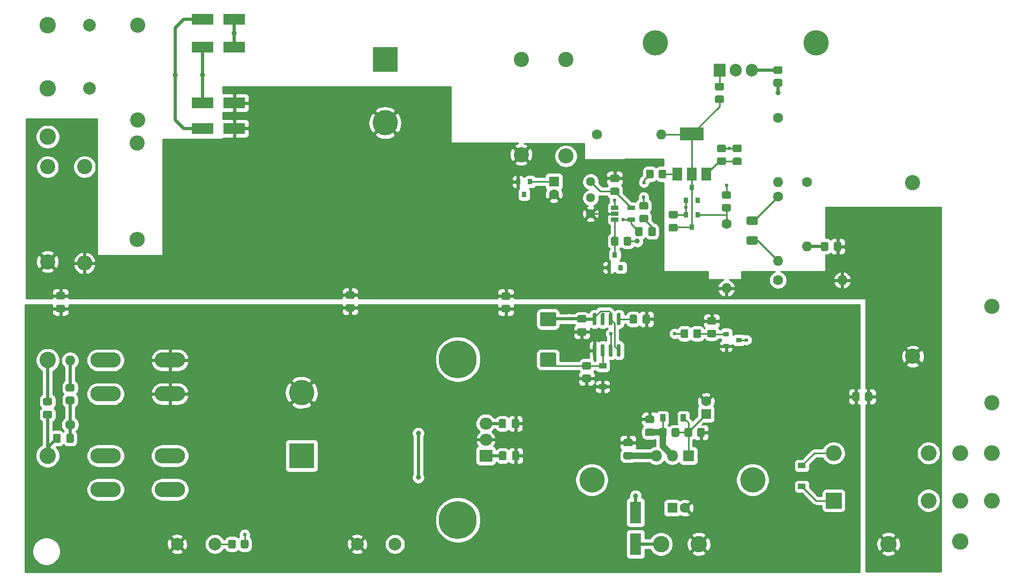
<source format=gbr>
G04 #@! TF.GenerationSoftware,KiCad,Pcbnew,(5.1.10-0-10_14)*
G04 #@! TF.CreationDate,2021-08-03T18:31:46+02:00*
G04 #@! TF.ProjectId,hv-power-supply-v1,68762d70-6f77-4657-922d-737570706c79,rev?*
G04 #@! TF.SameCoordinates,Original*
G04 #@! TF.FileFunction,Copper,L1,Top*
G04 #@! TF.FilePolarity,Positive*
%FSLAX46Y46*%
G04 Gerber Fmt 4.6, Leading zero omitted, Abs format (unit mm)*
G04 Created by KiCad (PCBNEW (5.1.10-0-10_14)) date 2021-08-03 18:31:46*
%MOMM*%
%LPD*%
G01*
G04 APERTURE LIST*
G04 #@! TA.AperFunction,ComponentPad*
%ADD10O,1.600000X1.600000*%
G04 #@! TD*
G04 #@! TA.AperFunction,ComponentPad*
%ADD11C,1.600000*%
G04 #@! TD*
G04 #@! TA.AperFunction,ComponentPad*
%ADD12C,2.400000*%
G04 #@! TD*
G04 #@! TA.AperFunction,ComponentPad*
%ADD13O,2.400000X2.400000*%
G04 #@! TD*
G04 #@! TA.AperFunction,ComponentPad*
%ADD14C,2.000000*%
G04 #@! TD*
G04 #@! TA.AperFunction,SMDPad,CuDef*
%ADD15R,1.500000X2.000000*%
G04 #@! TD*
G04 #@! TA.AperFunction,SMDPad,CuDef*
%ADD16R,3.800000X2.000000*%
G04 #@! TD*
G04 #@! TA.AperFunction,ComponentPad*
%ADD17C,6.000000*%
G04 #@! TD*
G04 #@! TA.AperFunction,SMDPad,CuDef*
%ADD18R,0.800000X0.900000*%
G04 #@! TD*
G04 #@! TA.AperFunction,SMDPad,CuDef*
%ADD19R,0.900000X0.800000*%
G04 #@! TD*
G04 #@! TA.AperFunction,SMDPad,CuDef*
%ADD20R,1.220000X0.650000*%
G04 #@! TD*
G04 #@! TA.AperFunction,ComponentPad*
%ADD21C,4.000000*%
G04 #@! TD*
G04 #@! TA.AperFunction,ComponentPad*
%ADD22R,4.000000X4.000000*%
G04 #@! TD*
G04 #@! TA.AperFunction,ComponentPad*
%ADD23R,2.000000X1.905000*%
G04 #@! TD*
G04 #@! TA.AperFunction,ComponentPad*
%ADD24O,2.000000X1.905000*%
G04 #@! TD*
G04 #@! TA.AperFunction,SMDPad,CuDef*
%ADD25R,1.800000X3.500000*%
G04 #@! TD*
G04 #@! TA.AperFunction,ComponentPad*
%ADD26O,4.800600X2.400300*%
G04 #@! TD*
G04 #@! TA.AperFunction,SMDPad,CuDef*
%ADD27R,0.900000X1.200000*%
G04 #@! TD*
G04 #@! TA.AperFunction,ComponentPad*
%ADD28R,1.600000X1.600000*%
G04 #@! TD*
G04 #@! TA.AperFunction,SMDPad,CuDef*
%ADD29R,3.500000X1.800000*%
G04 #@! TD*
G04 #@! TA.AperFunction,ComponentPad*
%ADD30O,1.905000X2.000000*%
G04 #@! TD*
G04 #@! TA.AperFunction,ComponentPad*
%ADD31R,1.905000X2.000000*%
G04 #@! TD*
G04 #@! TA.AperFunction,ComponentPad*
%ADD32C,2.600000*%
G04 #@! TD*
G04 #@! TA.AperFunction,ComponentPad*
%ADD33C,1.440000*%
G04 #@! TD*
G04 #@! TA.AperFunction,ComponentPad*
%ADD34O,2.500000X2.500000*%
G04 #@! TD*
G04 #@! TA.AperFunction,ComponentPad*
%ADD35R,2.500000X2.500000*%
G04 #@! TD*
G04 #@! TA.AperFunction,SMDPad,CuDef*
%ADD36R,1.200000X0.900000*%
G04 #@! TD*
G04 #@! TA.AperFunction,ComponentPad*
%ADD37R,1.800000X1.800000*%
G04 #@! TD*
G04 #@! TA.AperFunction,ComponentPad*
%ADD38O,1.800000X1.800000*%
G04 #@! TD*
G04 #@! TA.AperFunction,ViaPad*
%ADD39C,0.600000*%
G04 #@! TD*
G04 #@! TA.AperFunction,ViaPad*
%ADD40C,0.800000*%
G04 #@! TD*
G04 #@! TA.AperFunction,Conductor*
%ADD41C,0.250000*%
G04 #@! TD*
G04 #@! TA.AperFunction,Conductor*
%ADD42C,0.500000*%
G04 #@! TD*
G04 #@! TA.AperFunction,Conductor*
%ADD43C,1.000000*%
G04 #@! TD*
G04 #@! TA.AperFunction,Conductor*
%ADD44C,0.254000*%
G04 #@! TD*
G04 #@! TA.AperFunction,Conductor*
%ADD45C,0.100000*%
G04 #@! TD*
G04 APERTURE END LIST*
D10*
X62928500Y-110680500D03*
D11*
X62928500Y-120840500D03*
D12*
X73596500Y-57658000D03*
X73596500Y-72658000D03*
X196088000Y-110050000D03*
X196088000Y-82550000D03*
D13*
X73533000Y-91567000D03*
D12*
X73533000Y-76327000D03*
D14*
X65976500Y-57658000D03*
X65976500Y-67658000D03*
G04 #@! TA.AperFunction,SMDPad,CuDef*
G36*
G01*
X63378501Y-115598500D02*
X62478499Y-115598500D01*
G75*
G02*
X62228500Y-115348501I0J249999D01*
G01*
X62228500Y-114648499D01*
G75*
G02*
X62478499Y-114398500I249999J0D01*
G01*
X63378501Y-114398500D01*
G75*
G02*
X63628500Y-114648499I0J-249999D01*
G01*
X63628500Y-115348501D01*
G75*
G02*
X63378501Y-115598500I-249999J0D01*
G01*
G37*
G04 #@! TD.AperFunction*
G04 #@! TA.AperFunction,SMDPad,CuDef*
G36*
G01*
X63378501Y-117598500D02*
X62478499Y-117598500D01*
G75*
G02*
X62228500Y-117348501I0J249999D01*
G01*
X62228500Y-116648499D01*
G75*
G02*
X62478499Y-116398500I249999J0D01*
G01*
X63378501Y-116398500D01*
G75*
G02*
X63628500Y-116648499I0J-249999D01*
G01*
X63628500Y-117348501D01*
G75*
G02*
X63378501Y-117598500I-249999J0D01*
G01*
G37*
G04 #@! TD.AperFunction*
G04 #@! TA.AperFunction,SMDPad,CuDef*
G36*
G01*
X62341000Y-123474500D02*
X62341000Y-122524500D01*
G75*
G02*
X62591000Y-122274500I250000J0D01*
G01*
X63266000Y-122274500D01*
G75*
G02*
X63516000Y-122524500I0J-250000D01*
G01*
X63516000Y-123474500D01*
G75*
G02*
X63266000Y-123724500I-250000J0D01*
G01*
X62591000Y-123724500D01*
G75*
G02*
X62341000Y-123474500I0J250000D01*
G01*
G37*
G04 #@! TD.AperFunction*
G04 #@! TA.AperFunction,SMDPad,CuDef*
G36*
G01*
X60266000Y-123474500D02*
X60266000Y-122524500D01*
G75*
G02*
X60516000Y-122274500I250000J0D01*
G01*
X61191000Y-122274500D01*
G75*
G02*
X61441000Y-122524500I0J-250000D01*
G01*
X61441000Y-123474500D01*
G75*
G02*
X61191000Y-123724500I-250000J0D01*
G01*
X60516000Y-123724500D01*
G75*
G02*
X60266000Y-123474500I0J250000D01*
G01*
G37*
G04 #@! TD.AperFunction*
G04 #@! TA.AperFunction,SMDPad,CuDef*
G36*
G01*
X59847500Y-117765500D02*
X58897500Y-117765500D01*
G75*
G02*
X58647500Y-117515500I0J250000D01*
G01*
X58647500Y-116840500D01*
G75*
G02*
X58897500Y-116590500I250000J0D01*
G01*
X59847500Y-116590500D01*
G75*
G02*
X60097500Y-116840500I0J-250000D01*
G01*
X60097500Y-117515500D01*
G75*
G02*
X59847500Y-117765500I-250000J0D01*
G01*
G37*
G04 #@! TD.AperFunction*
G04 #@! TA.AperFunction,SMDPad,CuDef*
G36*
G01*
X59847500Y-119840500D02*
X58897500Y-119840500D01*
G75*
G02*
X58647500Y-119590500I0J250000D01*
G01*
X58647500Y-118915500D01*
G75*
G02*
X58897500Y-118665500I250000J0D01*
G01*
X59847500Y-118665500D01*
G75*
G02*
X60097500Y-118915500I0J-250000D01*
G01*
X60097500Y-119590500D01*
G75*
G02*
X59847500Y-119840500I-250000J0D01*
G01*
G37*
G04 #@! TD.AperFunction*
D15*
X158863000Y-81216500D03*
X163463000Y-81216500D03*
X161163000Y-81216500D03*
D16*
X161163000Y-74916500D03*
D17*
X124206000Y-135890000D03*
X124206000Y-110490000D03*
D18*
X161160500Y-89630000D03*
X160210500Y-87630000D03*
X162110500Y-87630000D03*
D19*
X168602000Y-107465000D03*
X166602000Y-108415000D03*
X166602000Y-106515000D03*
D20*
X151616400Y-86550500D03*
X151616400Y-88450500D03*
X148996400Y-88450500D03*
X148996400Y-87500500D03*
X148996400Y-86550500D03*
D21*
X99504500Y-115753000D03*
D22*
X99504500Y-125753000D03*
D23*
X128613000Y-125753000D03*
D24*
X128613000Y-123213000D03*
X128613000Y-120673000D03*
D21*
X155410000Y-60475000D03*
X180810000Y-60475000D03*
X145377000Y-129563000D03*
X170777000Y-129563000D03*
D25*
X152298500Y-139723000D03*
X152298500Y-134723000D03*
D13*
X208597500Y-102108000D03*
D12*
X208597500Y-117348000D03*
D26*
X68542000Y-110640000D03*
X78702000Y-110640000D03*
X78702000Y-131087000D03*
X68542000Y-131087000D03*
X78702000Y-125753000D03*
X68542000Y-125753000D03*
X68542000Y-115974000D03*
X78702000Y-115974000D03*
D27*
X159853000Y-119784000D03*
X156553000Y-119784000D03*
D11*
X163411000Y-117149000D03*
D28*
X163411000Y-119149000D03*
G04 #@! TA.AperFunction,SMDPad,CuDef*
G36*
G01*
X61880001Y-101080000D02*
X60979999Y-101080000D01*
G75*
G02*
X60730000Y-100830001I0J249999D01*
G01*
X60730000Y-100129999D01*
G75*
G02*
X60979999Y-99880000I249999J0D01*
G01*
X61880001Y-99880000D01*
G75*
G02*
X62130000Y-100129999I0J-249999D01*
G01*
X62130000Y-100830001D01*
G75*
G02*
X61880001Y-101080000I-249999J0D01*
G01*
G37*
G04 #@! TD.AperFunction*
G04 #@! TA.AperFunction,SMDPad,CuDef*
G36*
G01*
X61880001Y-103080000D02*
X60979999Y-103080000D01*
G75*
G02*
X60730000Y-102830001I0J249999D01*
G01*
X60730000Y-102129999D01*
G75*
G02*
X60979999Y-101880000I249999J0D01*
G01*
X61880001Y-101880000D01*
G75*
G02*
X62130000Y-102129999I0J-249999D01*
G01*
X62130000Y-102830001D01*
G75*
G02*
X61880001Y-103080000I-249999J0D01*
G01*
G37*
G04 #@! TD.AperFunction*
D13*
X65214500Y-95313500D03*
D12*
X65214500Y-80073500D03*
D29*
X88883500Y-69977000D03*
X83883500Y-69977000D03*
X83883500Y-61150500D03*
X88883500Y-61150500D03*
X88870900Y-74013200D03*
X83870900Y-74013200D03*
X83870900Y-56792000D03*
X88870900Y-56792000D03*
G04 #@! TA.AperFunction,SMDPad,CuDef*
G36*
G01*
X145971500Y-105138000D02*
X145671500Y-105138000D01*
G75*
G02*
X145521500Y-104988000I0J150000D01*
G01*
X145521500Y-103338000D01*
G75*
G02*
X145671500Y-103188000I150000J0D01*
G01*
X145971500Y-103188000D01*
G75*
G02*
X146121500Y-103338000I0J-150000D01*
G01*
X146121500Y-104988000D01*
G75*
G02*
X145971500Y-105138000I-150000J0D01*
G01*
G37*
G04 #@! TD.AperFunction*
G04 #@! TA.AperFunction,SMDPad,CuDef*
G36*
G01*
X147241500Y-105138000D02*
X146941500Y-105138000D01*
G75*
G02*
X146791500Y-104988000I0J150000D01*
G01*
X146791500Y-103338000D01*
G75*
G02*
X146941500Y-103188000I150000J0D01*
G01*
X147241500Y-103188000D01*
G75*
G02*
X147391500Y-103338000I0J-150000D01*
G01*
X147391500Y-104988000D01*
G75*
G02*
X147241500Y-105138000I-150000J0D01*
G01*
G37*
G04 #@! TD.AperFunction*
G04 #@! TA.AperFunction,SMDPad,CuDef*
G36*
G01*
X148511500Y-105138000D02*
X148211500Y-105138000D01*
G75*
G02*
X148061500Y-104988000I0J150000D01*
G01*
X148061500Y-103338000D01*
G75*
G02*
X148211500Y-103188000I150000J0D01*
G01*
X148511500Y-103188000D01*
G75*
G02*
X148661500Y-103338000I0J-150000D01*
G01*
X148661500Y-104988000D01*
G75*
G02*
X148511500Y-105138000I-150000J0D01*
G01*
G37*
G04 #@! TD.AperFunction*
G04 #@! TA.AperFunction,SMDPad,CuDef*
G36*
G01*
X149781500Y-105138000D02*
X149481500Y-105138000D01*
G75*
G02*
X149331500Y-104988000I0J150000D01*
G01*
X149331500Y-103338000D01*
G75*
G02*
X149481500Y-103188000I150000J0D01*
G01*
X149781500Y-103188000D01*
G75*
G02*
X149931500Y-103338000I0J-150000D01*
G01*
X149931500Y-104988000D01*
G75*
G02*
X149781500Y-105138000I-150000J0D01*
G01*
G37*
G04 #@! TD.AperFunction*
G04 #@! TA.AperFunction,SMDPad,CuDef*
G36*
G01*
X149781500Y-110088000D02*
X149481500Y-110088000D01*
G75*
G02*
X149331500Y-109938000I0J150000D01*
G01*
X149331500Y-108288000D01*
G75*
G02*
X149481500Y-108138000I150000J0D01*
G01*
X149781500Y-108138000D01*
G75*
G02*
X149931500Y-108288000I0J-150000D01*
G01*
X149931500Y-109938000D01*
G75*
G02*
X149781500Y-110088000I-150000J0D01*
G01*
G37*
G04 #@! TD.AperFunction*
G04 #@! TA.AperFunction,SMDPad,CuDef*
G36*
G01*
X148511500Y-110088000D02*
X148211500Y-110088000D01*
G75*
G02*
X148061500Y-109938000I0J150000D01*
G01*
X148061500Y-108288000D01*
G75*
G02*
X148211500Y-108138000I150000J0D01*
G01*
X148511500Y-108138000D01*
G75*
G02*
X148661500Y-108288000I0J-150000D01*
G01*
X148661500Y-109938000D01*
G75*
G02*
X148511500Y-110088000I-150000J0D01*
G01*
G37*
G04 #@! TD.AperFunction*
G04 #@! TA.AperFunction,SMDPad,CuDef*
G36*
G01*
X147241500Y-110088000D02*
X146941500Y-110088000D01*
G75*
G02*
X146791500Y-109938000I0J150000D01*
G01*
X146791500Y-108288000D01*
G75*
G02*
X146941500Y-108138000I150000J0D01*
G01*
X147241500Y-108138000D01*
G75*
G02*
X147391500Y-108288000I0J-150000D01*
G01*
X147391500Y-109938000D01*
G75*
G02*
X147241500Y-110088000I-150000J0D01*
G01*
G37*
G04 #@! TD.AperFunction*
G04 #@! TA.AperFunction,SMDPad,CuDef*
G36*
G01*
X145971500Y-110088000D02*
X145671500Y-110088000D01*
G75*
G02*
X145521500Y-109938000I0J150000D01*
G01*
X145521500Y-108288000D01*
G75*
G02*
X145671500Y-108138000I150000J0D01*
G01*
X145971500Y-108138000D01*
G75*
G02*
X146121500Y-108288000I0J-150000D01*
G01*
X146121500Y-109938000D01*
G75*
G02*
X145971500Y-110088000I-150000J0D01*
G01*
G37*
G04 #@! TD.AperFunction*
G04 #@! TA.AperFunction,SMDPad,CuDef*
G36*
G01*
X165994501Y-68005500D02*
X165094499Y-68005500D01*
G75*
G02*
X164844500Y-67755501I0J249999D01*
G01*
X164844500Y-67055499D01*
G75*
G02*
X165094499Y-66805500I249999J0D01*
G01*
X165994501Y-66805500D01*
G75*
G02*
X166244500Y-67055499I0J-249999D01*
G01*
X166244500Y-67755501D01*
G75*
G02*
X165994501Y-68005500I-249999J0D01*
G01*
G37*
G04 #@! TD.AperFunction*
G04 #@! TA.AperFunction,SMDPad,CuDef*
G36*
G01*
X165994501Y-70005500D02*
X165094499Y-70005500D01*
G75*
G02*
X164844500Y-69755501I0J249999D01*
G01*
X164844500Y-69055499D01*
G75*
G02*
X165094499Y-68805500I249999J0D01*
G01*
X165994501Y-68805500D01*
G75*
G02*
X166244500Y-69055499I0J-249999D01*
G01*
X166244500Y-69755501D01*
G75*
G02*
X165994501Y-70005500I-249999J0D01*
G01*
G37*
G04 #@! TD.AperFunction*
D10*
X166649500Y-99273500D03*
D11*
X166649500Y-89113500D03*
D10*
X156337000Y-74930000D03*
D11*
X146177000Y-74930000D03*
D10*
X174777500Y-82509500D03*
D11*
X174777500Y-72349500D03*
G04 #@! TA.AperFunction,SMDPad,CuDef*
G36*
G01*
X174327499Y-66193000D02*
X175227501Y-66193000D01*
G75*
G02*
X175477500Y-66442999I0J-249999D01*
G01*
X175477500Y-67143001D01*
G75*
G02*
X175227501Y-67393000I-249999J0D01*
G01*
X174327499Y-67393000D01*
G75*
G02*
X174077500Y-67143001I0J249999D01*
G01*
X174077500Y-66442999D01*
G75*
G02*
X174327499Y-66193000I249999J0D01*
G01*
G37*
G04 #@! TD.AperFunction*
G04 #@! TA.AperFunction,SMDPad,CuDef*
G36*
G01*
X174327499Y-64193000D02*
X175227501Y-64193000D01*
G75*
G02*
X175477500Y-64442999I0J-249999D01*
G01*
X175477500Y-65143001D01*
G75*
G02*
X175227501Y-65393000I-249999J0D01*
G01*
X174327499Y-65393000D01*
G75*
G02*
X174077500Y-65143001I0J249999D01*
G01*
X174077500Y-64442999D01*
G75*
G02*
X174327499Y-64193000I249999J0D01*
G01*
G37*
G04 #@! TD.AperFunction*
G04 #@! TA.AperFunction,SMDPad,CuDef*
G36*
G01*
X170063497Y-91068000D02*
X171363503Y-91068000D01*
G75*
G02*
X171613500Y-91317997I0J-249997D01*
G01*
X171613500Y-92143003D01*
G75*
G02*
X171363503Y-92393000I-249997J0D01*
G01*
X170063497Y-92393000D01*
G75*
G02*
X169813500Y-92143003I0J249997D01*
G01*
X169813500Y-91317997D01*
G75*
G02*
X170063497Y-91068000I249997J0D01*
G01*
G37*
G04 #@! TD.AperFunction*
G04 #@! TA.AperFunction,SMDPad,CuDef*
G36*
G01*
X170063497Y-87943000D02*
X171363503Y-87943000D01*
G75*
G02*
X171613500Y-88192997I0J-249997D01*
G01*
X171613500Y-89018003D01*
G75*
G02*
X171363503Y-89268000I-249997J0D01*
G01*
X170063497Y-89268000D01*
G75*
G02*
X169813500Y-89018003I0J249997D01*
G01*
X169813500Y-88192997D01*
G75*
G02*
X170063497Y-87943000I249997J0D01*
G01*
G37*
G04 #@! TD.AperFunction*
G04 #@! TA.AperFunction,SMDPad,CuDef*
G36*
G01*
X183631000Y-93144500D02*
X183631000Y-92194500D01*
G75*
G02*
X183881000Y-91944500I250000J0D01*
G01*
X184556000Y-91944500D01*
G75*
G02*
X184806000Y-92194500I0J-250000D01*
G01*
X184806000Y-93144500D01*
G75*
G02*
X184556000Y-93394500I-250000J0D01*
G01*
X183881000Y-93394500D01*
G75*
G02*
X183631000Y-93144500I0J250000D01*
G01*
G37*
G04 #@! TD.AperFunction*
G04 #@! TA.AperFunction,SMDPad,CuDef*
G36*
G01*
X181556000Y-93144500D02*
X181556000Y-92194500D01*
G75*
G02*
X181806000Y-91944500I250000J0D01*
G01*
X182481000Y-91944500D01*
G75*
G02*
X182731000Y-92194500I0J-250000D01*
G01*
X182731000Y-93144500D01*
G75*
G02*
X182481000Y-93394500I-250000J0D01*
G01*
X181806000Y-93394500D01*
G75*
G02*
X181556000Y-93144500I0J250000D01*
G01*
G37*
G04 #@! TD.AperFunction*
D30*
X170650000Y-64793000D03*
X168110000Y-64793000D03*
D31*
X165570000Y-64793000D03*
G04 #@! TA.AperFunction,SMDPad,CuDef*
G36*
G01*
X188503000Y-116845501D02*
X188503000Y-115945499D01*
G75*
G02*
X188752999Y-115695500I249999J0D01*
G01*
X189453001Y-115695500D01*
G75*
G02*
X189703000Y-115945499I0J-249999D01*
G01*
X189703000Y-116845501D01*
G75*
G02*
X189453001Y-117095500I-249999J0D01*
G01*
X188752999Y-117095500D01*
G75*
G02*
X188503000Y-116845501I0J249999D01*
G01*
G37*
G04 #@! TD.AperFunction*
G04 #@! TA.AperFunction,SMDPad,CuDef*
G36*
G01*
X186503000Y-116845501D02*
X186503000Y-115945499D01*
G75*
G02*
X186752999Y-115695500I249999J0D01*
G01*
X187453001Y-115695500D01*
G75*
G02*
X187703000Y-115945499I0J-249999D01*
G01*
X187703000Y-116845501D01*
G75*
G02*
X187453001Y-117095500I-249999J0D01*
G01*
X186752999Y-117095500D01*
G75*
G02*
X186503000Y-116845501I0J249999D01*
G01*
G37*
G04 #@! TD.AperFunction*
G04 #@! TA.AperFunction,SMDPad,CuDef*
G36*
G01*
X132238001Y-101112000D02*
X131337999Y-101112000D01*
G75*
G02*
X131088000Y-100862001I0J249999D01*
G01*
X131088000Y-100161999D01*
G75*
G02*
X131337999Y-99912000I249999J0D01*
G01*
X132238001Y-99912000D01*
G75*
G02*
X132488000Y-100161999I0J-249999D01*
G01*
X132488000Y-100862001D01*
G75*
G02*
X132238001Y-101112000I-249999J0D01*
G01*
G37*
G04 #@! TD.AperFunction*
G04 #@! TA.AperFunction,SMDPad,CuDef*
G36*
G01*
X132238001Y-103112000D02*
X131337999Y-103112000D01*
G75*
G02*
X131088000Y-102862001I0J249999D01*
G01*
X131088000Y-102161999D01*
G75*
G02*
X131337999Y-101912000I249999J0D01*
G01*
X132238001Y-101912000D01*
G75*
G02*
X132488000Y-102161999I0J-249999D01*
G01*
X132488000Y-102862001D01*
G75*
G02*
X132238001Y-103112000I-249999J0D01*
G01*
G37*
G04 #@! TD.AperFunction*
G04 #@! TA.AperFunction,SMDPad,CuDef*
G36*
G01*
X107638001Y-100962000D02*
X106737999Y-100962000D01*
G75*
G02*
X106488000Y-100712001I0J249999D01*
G01*
X106488000Y-100011999D01*
G75*
G02*
X106737999Y-99762000I249999J0D01*
G01*
X107638001Y-99762000D01*
G75*
G02*
X107888000Y-100011999I0J-249999D01*
G01*
X107888000Y-100712001D01*
G75*
G02*
X107638001Y-100962000I-249999J0D01*
G01*
G37*
G04 #@! TD.AperFunction*
G04 #@! TA.AperFunction,SMDPad,CuDef*
G36*
G01*
X107638001Y-102962000D02*
X106737999Y-102962000D01*
G75*
G02*
X106488000Y-102712001I0J249999D01*
G01*
X106488000Y-102011999D01*
G75*
G02*
X106737999Y-101762000I249999J0D01*
G01*
X107638001Y-101762000D01*
G75*
G02*
X107888000Y-102011999I0J-249999D01*
G01*
X107888000Y-102712001D01*
G75*
G02*
X107638001Y-102962000I-249999J0D01*
G01*
G37*
G04 #@! TD.AperFunction*
G04 #@! TA.AperFunction,SMDPad,CuDef*
G36*
G01*
X166199499Y-85941500D02*
X167099501Y-85941500D01*
G75*
G02*
X167349500Y-86191499I0J-249999D01*
G01*
X167349500Y-86891501D01*
G75*
G02*
X167099501Y-87141500I-249999J0D01*
G01*
X166199499Y-87141500D01*
G75*
G02*
X165949500Y-86891501I0J249999D01*
G01*
X165949500Y-86191499D01*
G75*
G02*
X166199499Y-85941500I249999J0D01*
G01*
G37*
G04 #@! TD.AperFunction*
G04 #@! TA.AperFunction,SMDPad,CuDef*
G36*
G01*
X166199499Y-83941500D02*
X167099501Y-83941500D01*
G75*
G02*
X167349500Y-84191499I0J-249999D01*
G01*
X167349500Y-84891501D01*
G75*
G02*
X167099501Y-85141500I-249999J0D01*
G01*
X166199499Y-85141500D01*
G75*
G02*
X165949500Y-84891501I0J249999D01*
G01*
X165949500Y-84191499D01*
G75*
G02*
X166199499Y-83941500I249999J0D01*
G01*
G37*
G04 #@! TD.AperFunction*
G04 #@! TA.AperFunction,SMDPad,CuDef*
G36*
G01*
X157985000Y-122520001D02*
X157985000Y-121619999D01*
G75*
G02*
X158234999Y-121370000I249999J0D01*
G01*
X158935001Y-121370000D01*
G75*
G02*
X159185000Y-121619999I0J-249999D01*
G01*
X159185000Y-122520001D01*
G75*
G02*
X158935001Y-122770000I-249999J0D01*
G01*
X158234999Y-122770000D01*
G75*
G02*
X157985000Y-122520001I0J249999D01*
G01*
G37*
G04 #@! TD.AperFunction*
G04 #@! TA.AperFunction,SMDPad,CuDef*
G36*
G01*
X155985000Y-122520001D02*
X155985000Y-121619999D01*
G75*
G02*
X156234999Y-121370000I249999J0D01*
G01*
X156935001Y-121370000D01*
G75*
G02*
X157185000Y-121619999I0J-249999D01*
G01*
X157185000Y-122520001D01*
G75*
G02*
X156935001Y-122770000I-249999J0D01*
G01*
X156234999Y-122770000D01*
G75*
G02*
X155985000Y-122520001I0J249999D01*
G01*
G37*
G04 #@! TD.AperFunction*
G04 #@! TA.AperFunction,SMDPad,CuDef*
G36*
G01*
X162017000Y-122520001D02*
X162017000Y-121619999D01*
G75*
G02*
X162266999Y-121370000I249999J0D01*
G01*
X162967001Y-121370000D01*
G75*
G02*
X163217000Y-121619999I0J-249999D01*
G01*
X163217000Y-122520001D01*
G75*
G02*
X162967001Y-122770000I-249999J0D01*
G01*
X162266999Y-122770000D01*
G75*
G02*
X162017000Y-122520001I0J249999D01*
G01*
G37*
G04 #@! TD.AperFunction*
G04 #@! TA.AperFunction,SMDPad,CuDef*
G36*
G01*
X160017000Y-122520001D02*
X160017000Y-121619999D01*
G75*
G02*
X160266999Y-121370000I249999J0D01*
G01*
X160967001Y-121370000D01*
G75*
G02*
X161217000Y-121619999I0J-249999D01*
G01*
X161217000Y-122520001D01*
G75*
G02*
X160967001Y-122770000I-249999J0D01*
G01*
X160266999Y-122770000D01*
G75*
G02*
X160017000Y-122520001I0J249999D01*
G01*
G37*
G04 #@! TD.AperFunction*
G04 #@! TA.AperFunction,SMDPad,CuDef*
G36*
G01*
X89113000Y-139272999D02*
X89113000Y-140173001D01*
G75*
G02*
X88863001Y-140423000I-249999J0D01*
G01*
X88162999Y-140423000D01*
G75*
G02*
X87913000Y-140173001I0J249999D01*
G01*
X87913000Y-139272999D01*
G75*
G02*
X88162999Y-139023000I249999J0D01*
G01*
X88863001Y-139023000D01*
G75*
G02*
X89113000Y-139272999I0J-249999D01*
G01*
G37*
G04 #@! TD.AperFunction*
G04 #@! TA.AperFunction,SMDPad,CuDef*
G36*
G01*
X91113000Y-139272999D02*
X91113000Y-140173001D01*
G75*
G02*
X90863001Y-140423000I-249999J0D01*
G01*
X90162999Y-140423000D01*
G75*
G02*
X89913000Y-140173001I0J249999D01*
G01*
X89913000Y-139272999D01*
G75*
G02*
X90162999Y-139023000I249999J0D01*
G01*
X90863001Y-139023000D01*
G75*
G02*
X91113000Y-139272999I0J-249999D01*
G01*
G37*
G04 #@! TD.AperFunction*
G04 #@! TA.AperFunction,SMDPad,CuDef*
G36*
G01*
X163849999Y-105849000D02*
X164750001Y-105849000D01*
G75*
G02*
X165000000Y-106098999I0J-249999D01*
G01*
X165000000Y-106799001D01*
G75*
G02*
X164750001Y-107049000I-249999J0D01*
G01*
X163849999Y-107049000D01*
G75*
G02*
X163600000Y-106799001I0J249999D01*
G01*
X163600000Y-106098999D01*
G75*
G02*
X163849999Y-105849000I249999J0D01*
G01*
G37*
G04 #@! TD.AperFunction*
G04 #@! TA.AperFunction,SMDPad,CuDef*
G36*
G01*
X163849999Y-103849000D02*
X164750001Y-103849000D01*
G75*
G02*
X165000000Y-104098999I0J-249999D01*
G01*
X165000000Y-104799001D01*
G75*
G02*
X164750001Y-105049000I-249999J0D01*
G01*
X163849999Y-105049000D01*
G75*
G02*
X163600000Y-104799001I0J249999D01*
G01*
X163600000Y-104098999D01*
G75*
G02*
X163849999Y-103849000I249999J0D01*
G01*
G37*
G04 #@! TD.AperFunction*
G04 #@! TA.AperFunction,SMDPad,CuDef*
G36*
G01*
X161414000Y-106899001D02*
X161414000Y-105998999D01*
G75*
G02*
X161663999Y-105749000I249999J0D01*
G01*
X162364001Y-105749000D01*
G75*
G02*
X162614000Y-105998999I0J-249999D01*
G01*
X162614000Y-106899001D01*
G75*
G02*
X162364001Y-107149000I-249999J0D01*
G01*
X161663999Y-107149000D01*
G75*
G02*
X161414000Y-106899001I0J249999D01*
G01*
G37*
G04 #@! TD.AperFunction*
G04 #@! TA.AperFunction,SMDPad,CuDef*
G36*
G01*
X159414000Y-106899001D02*
X159414000Y-105998999D01*
G75*
G02*
X159663999Y-105749000I249999J0D01*
G01*
X160364001Y-105749000D01*
G75*
G02*
X160614000Y-105998999I0J-249999D01*
G01*
X160614000Y-106899001D01*
G75*
G02*
X160364001Y-107149000I-249999J0D01*
G01*
X159663999Y-107149000D01*
G75*
G02*
X159414000Y-106899001I0J249999D01*
G01*
G37*
G04 #@! TD.AperFunction*
G04 #@! TA.AperFunction,SMDPad,CuDef*
G36*
G01*
X144101499Y-112929000D02*
X145001501Y-112929000D01*
G75*
G02*
X145251500Y-113178999I0J-249999D01*
G01*
X145251500Y-113879001D01*
G75*
G02*
X145001501Y-114129000I-249999J0D01*
G01*
X144101499Y-114129000D01*
G75*
G02*
X143851500Y-113879001I0J249999D01*
G01*
X143851500Y-113178999D01*
G75*
G02*
X144101499Y-112929000I249999J0D01*
G01*
G37*
G04 #@! TD.AperFunction*
G04 #@! TA.AperFunction,SMDPad,CuDef*
G36*
G01*
X144101499Y-110929000D02*
X145001501Y-110929000D01*
G75*
G02*
X145251500Y-111178999I0J-249999D01*
G01*
X145251500Y-111879001D01*
G75*
G02*
X145001501Y-112129000I-249999J0D01*
G01*
X144101499Y-112129000D01*
G75*
G02*
X143851500Y-111879001I0J249999D01*
G01*
X143851500Y-111178999D01*
G75*
G02*
X144101499Y-110929000I249999J0D01*
G01*
G37*
G04 #@! TD.AperFunction*
G04 #@! TA.AperFunction,SMDPad,CuDef*
G36*
G01*
X154996000Y-120582500D02*
X154046000Y-120582500D01*
G75*
G02*
X153796000Y-120332500I0J250000D01*
G01*
X153796000Y-119657500D01*
G75*
G02*
X154046000Y-119407500I250000J0D01*
G01*
X154996000Y-119407500D01*
G75*
G02*
X155246000Y-119657500I0J-250000D01*
G01*
X155246000Y-120332500D01*
G75*
G02*
X154996000Y-120582500I-250000J0D01*
G01*
G37*
G04 #@! TD.AperFunction*
G04 #@! TA.AperFunction,SMDPad,CuDef*
G36*
G01*
X154996000Y-122657500D02*
X154046000Y-122657500D01*
G75*
G02*
X153796000Y-122407500I0J250000D01*
G01*
X153796000Y-121732500D01*
G75*
G02*
X154046000Y-121482500I250000J0D01*
G01*
X154996000Y-121482500D01*
G75*
G02*
X155246000Y-121732500I0J-250000D01*
G01*
X155246000Y-122407500D01*
G75*
G02*
X154996000Y-122657500I-250000J0D01*
G01*
G37*
G04 #@! TD.AperFunction*
G04 #@! TA.AperFunction,SMDPad,CuDef*
G36*
G01*
X151567000Y-124265500D02*
X150617000Y-124265500D01*
G75*
G02*
X150367000Y-124015500I0J250000D01*
G01*
X150367000Y-123340500D01*
G75*
G02*
X150617000Y-123090500I250000J0D01*
G01*
X151567000Y-123090500D01*
G75*
G02*
X151817000Y-123340500I0J-250000D01*
G01*
X151817000Y-124015500D01*
G75*
G02*
X151567000Y-124265500I-250000J0D01*
G01*
G37*
G04 #@! TD.AperFunction*
G04 #@! TA.AperFunction,SMDPad,CuDef*
G36*
G01*
X151567000Y-126340500D02*
X150617000Y-126340500D01*
G75*
G02*
X150367000Y-126090500I0J250000D01*
G01*
X150367000Y-125415500D01*
G75*
G02*
X150617000Y-125165500I250000J0D01*
G01*
X151567000Y-125165500D01*
G75*
G02*
X151817000Y-125415500I0J-250000D01*
G01*
X151817000Y-126090500D01*
G75*
G02*
X151567000Y-126340500I-250000J0D01*
G01*
G37*
G04 #@! TD.AperFunction*
G04 #@! TA.AperFunction,SMDPad,CuDef*
G36*
G01*
X143314500Y-105607500D02*
X144264500Y-105607500D01*
G75*
G02*
X144514500Y-105857500I0J-250000D01*
G01*
X144514500Y-106532500D01*
G75*
G02*
X144264500Y-106782500I-250000J0D01*
G01*
X143314500Y-106782500D01*
G75*
G02*
X143064500Y-106532500I0J250000D01*
G01*
X143064500Y-105857500D01*
G75*
G02*
X143314500Y-105607500I250000J0D01*
G01*
G37*
G04 #@! TD.AperFunction*
G04 #@! TA.AperFunction,SMDPad,CuDef*
G36*
G01*
X143314500Y-103532500D02*
X144264500Y-103532500D01*
G75*
G02*
X144514500Y-103782500I0J-250000D01*
G01*
X144514500Y-104457500D01*
G75*
G02*
X144264500Y-104707500I-250000J0D01*
G01*
X143314500Y-104707500D01*
G75*
G02*
X143064500Y-104457500I0J250000D01*
G01*
X143064500Y-103782500D01*
G75*
G02*
X143314500Y-103532500I250000J0D01*
G01*
G37*
G04 #@! TD.AperFunction*
G04 #@! TA.AperFunction,SMDPad,CuDef*
G36*
G01*
X153405000Y-104638000D02*
X153405000Y-103688000D01*
G75*
G02*
X153655000Y-103438000I250000J0D01*
G01*
X154330000Y-103438000D01*
G75*
G02*
X154580000Y-103688000I0J-250000D01*
G01*
X154580000Y-104638000D01*
G75*
G02*
X154330000Y-104888000I-250000J0D01*
G01*
X153655000Y-104888000D01*
G75*
G02*
X153405000Y-104638000I0J250000D01*
G01*
G37*
G04 #@! TD.AperFunction*
G04 #@! TA.AperFunction,SMDPad,CuDef*
G36*
G01*
X151330000Y-104638000D02*
X151330000Y-103688000D01*
G75*
G02*
X151580000Y-103438000I250000J0D01*
G01*
X152255000Y-103438000D01*
G75*
G02*
X152505000Y-103688000I0J-250000D01*
G01*
X152505000Y-104638000D01*
G75*
G02*
X152255000Y-104888000I-250000J0D01*
G01*
X151580000Y-104888000D01*
G75*
G02*
X151330000Y-104638000I0J250000D01*
G01*
G37*
G04 #@! TD.AperFunction*
G04 #@! TA.AperFunction,SMDPad,CuDef*
G36*
G01*
X130649500Y-121148000D02*
X130649500Y-120198000D01*
G75*
G02*
X130899500Y-119948000I250000J0D01*
G01*
X131574500Y-119948000D01*
G75*
G02*
X131824500Y-120198000I0J-250000D01*
G01*
X131824500Y-121148000D01*
G75*
G02*
X131574500Y-121398000I-250000J0D01*
G01*
X130899500Y-121398000D01*
G75*
G02*
X130649500Y-121148000I0J250000D01*
G01*
G37*
G04 #@! TD.AperFunction*
G04 #@! TA.AperFunction,SMDPad,CuDef*
G36*
G01*
X132724500Y-121148000D02*
X132724500Y-120198000D01*
G75*
G02*
X132974500Y-119948000I250000J0D01*
G01*
X133649500Y-119948000D01*
G75*
G02*
X133899500Y-120198000I0J-250000D01*
G01*
X133899500Y-121148000D01*
G75*
G02*
X133649500Y-121398000I-250000J0D01*
G01*
X132974500Y-121398000D01*
G75*
G02*
X132724500Y-121148000I0J250000D01*
G01*
G37*
G04 #@! TD.AperFunction*
G04 #@! TA.AperFunction,SMDPad,CuDef*
G36*
G01*
X130692500Y-126228000D02*
X130692500Y-125278000D01*
G75*
G02*
X130942500Y-125028000I250000J0D01*
G01*
X131617500Y-125028000D01*
G75*
G02*
X131867500Y-125278000I0J-250000D01*
G01*
X131867500Y-126228000D01*
G75*
G02*
X131617500Y-126478000I-250000J0D01*
G01*
X130942500Y-126478000D01*
G75*
G02*
X130692500Y-126228000I0J250000D01*
G01*
G37*
G04 #@! TD.AperFunction*
G04 #@! TA.AperFunction,SMDPad,CuDef*
G36*
G01*
X132767500Y-126228000D02*
X132767500Y-125278000D01*
G75*
G02*
X133017500Y-125028000I250000J0D01*
G01*
X133692500Y-125028000D01*
G75*
G02*
X133942500Y-125278000I0J-250000D01*
G01*
X133942500Y-126228000D01*
G75*
G02*
X133692500Y-126478000I-250000J0D01*
G01*
X133017500Y-126478000D01*
G75*
G02*
X132767500Y-126228000I0J250000D01*
G01*
G37*
G04 #@! TD.AperFunction*
D32*
X162268000Y-139723000D03*
X156299000Y-139723000D03*
X59398000Y-110640000D03*
X59372500Y-125753000D03*
X59398000Y-75334000D03*
X59372500Y-67691000D03*
X59372500Y-57658000D03*
D11*
X160077000Y-134008000D03*
D28*
X158077000Y-134008000D03*
G04 #@! TA.AperFunction,SMDPad,CuDef*
G36*
G01*
X137430499Y-109438000D02*
X139480501Y-109438000D01*
G75*
G02*
X139730500Y-109687999I0J-249999D01*
G01*
X139730500Y-111438001D01*
G75*
G02*
X139480501Y-111688000I-249999J0D01*
G01*
X137430499Y-111688000D01*
G75*
G02*
X137180500Y-111438001I0J249999D01*
G01*
X137180500Y-109687999D01*
G75*
G02*
X137430499Y-109438000I249999J0D01*
G01*
G37*
G04 #@! TD.AperFunction*
G04 #@! TA.AperFunction,SMDPad,CuDef*
G36*
G01*
X137430499Y-103038000D02*
X139480501Y-103038000D01*
G75*
G02*
X139730500Y-103287999I0J-249999D01*
G01*
X139730500Y-105038001D01*
G75*
G02*
X139480501Y-105288000I-249999J0D01*
G01*
X137430499Y-105288000D01*
G75*
G02*
X137180500Y-105038001I0J249999D01*
G01*
X137180500Y-103287999D01*
G75*
G02*
X137430499Y-103038000I249999J0D01*
G01*
G37*
G04 #@! TD.AperFunction*
D18*
X134683500Y-84439000D03*
X133733500Y-82439000D03*
X135633500Y-82439000D03*
D33*
X145186500Y-87526000D03*
X145186500Y-84986000D03*
X145186500Y-82446000D03*
D34*
X183578500Y-125342000D03*
X198578500Y-125342000D03*
X203578500Y-125342000D03*
X208578500Y-125342000D03*
X208578500Y-132842000D03*
X203578500Y-132842000D03*
X198578500Y-132842000D03*
D35*
X183578500Y-132842000D03*
D10*
X179349500Y-92669500D03*
D11*
X179349500Y-82509500D03*
G04 #@! TA.AperFunction,SMDPad,CuDef*
G36*
G01*
X165411999Y-78584500D02*
X166312001Y-78584500D01*
G75*
G02*
X166562000Y-78834499I0J-249999D01*
G01*
X166562000Y-79534501D01*
G75*
G02*
X166312001Y-79784500I-249999J0D01*
G01*
X165411999Y-79784500D01*
G75*
G02*
X165162000Y-79534501I0J249999D01*
G01*
X165162000Y-78834499D01*
G75*
G02*
X165411999Y-78584500I249999J0D01*
G01*
G37*
G04 #@! TD.AperFunction*
G04 #@! TA.AperFunction,SMDPad,CuDef*
G36*
G01*
X165411999Y-76584500D02*
X166312001Y-76584500D01*
G75*
G02*
X166562000Y-76834499I0J-249999D01*
G01*
X166562000Y-77534501D01*
G75*
G02*
X166312001Y-77784500I-249999J0D01*
G01*
X165411999Y-77784500D01*
G75*
G02*
X165162000Y-77534501I0J249999D01*
G01*
X165162000Y-76834499D01*
G75*
G02*
X165411999Y-76584500I249999J0D01*
G01*
G37*
G04 #@! TD.AperFunction*
G04 #@! TA.AperFunction,SMDPad,CuDef*
G36*
G01*
X149596500Y-91393999D02*
X149596500Y-92294001D01*
G75*
G02*
X149346501Y-92544000I-249999J0D01*
G01*
X148646499Y-92544000D01*
G75*
G02*
X148396500Y-92294001I0J249999D01*
G01*
X148396500Y-91393999D01*
G75*
G02*
X148646499Y-91144000I249999J0D01*
G01*
X149346501Y-91144000D01*
G75*
G02*
X149596500Y-91393999I0J-249999D01*
G01*
G37*
G04 #@! TD.AperFunction*
G04 #@! TA.AperFunction,SMDPad,CuDef*
G36*
G01*
X151596500Y-91393999D02*
X151596500Y-92294001D01*
G75*
G02*
X151346501Y-92544000I-249999J0D01*
G01*
X150646499Y-92544000D01*
G75*
G02*
X150396500Y-92294001I0J249999D01*
G01*
X150396500Y-91393999D01*
G75*
G02*
X150646499Y-91144000I249999J0D01*
G01*
X151346501Y-91144000D01*
G75*
G02*
X151596500Y-91393999I0J-249999D01*
G01*
G37*
G04 #@! TD.AperFunction*
G04 #@! TA.AperFunction,SMDPad,CuDef*
G36*
G01*
X155127500Y-80766499D02*
X155127500Y-81666501D01*
G75*
G02*
X154877501Y-81916500I-249999J0D01*
G01*
X154177499Y-81916500D01*
G75*
G02*
X153927500Y-81666501I0J249999D01*
G01*
X153927500Y-80766499D01*
G75*
G02*
X154177499Y-80516500I249999J0D01*
G01*
X154877501Y-80516500D01*
G75*
G02*
X155127500Y-80766499I0J-249999D01*
G01*
G37*
G04 #@! TD.AperFunction*
G04 #@! TA.AperFunction,SMDPad,CuDef*
G36*
G01*
X157127500Y-80766499D02*
X157127500Y-81666501D01*
G75*
G02*
X156877501Y-81916500I-249999J0D01*
G01*
X156177499Y-81916500D01*
G75*
G02*
X155927500Y-81666501I0J249999D01*
G01*
X155927500Y-80766499D01*
G75*
G02*
X156177499Y-80516500I249999J0D01*
G01*
X156877501Y-80516500D01*
G75*
G02*
X157127500Y-80766499I0J-249999D01*
G01*
G37*
G04 #@! TD.AperFunction*
G04 #@! TA.AperFunction,SMDPad,CuDef*
G36*
G01*
X154018501Y-86856000D02*
X153118499Y-86856000D01*
G75*
G02*
X152868500Y-86606001I0J249999D01*
G01*
X152868500Y-85905999D01*
G75*
G02*
X153118499Y-85656000I249999J0D01*
G01*
X154018501Y-85656000D01*
G75*
G02*
X154268500Y-85905999I0J-249999D01*
G01*
X154268500Y-86606001D01*
G75*
G02*
X154018501Y-86856000I-249999J0D01*
G01*
G37*
G04 #@! TD.AperFunction*
G04 #@! TA.AperFunction,SMDPad,CuDef*
G36*
G01*
X154018501Y-88856000D02*
X153118499Y-88856000D01*
G75*
G02*
X152868500Y-88606001I0J249999D01*
G01*
X152868500Y-87905999D01*
G75*
G02*
X153118499Y-87656000I249999J0D01*
G01*
X154018501Y-87656000D01*
G75*
G02*
X154268500Y-87905999I0J-249999D01*
G01*
X154268500Y-88606001D01*
G75*
G02*
X154018501Y-88856000I-249999J0D01*
G01*
G37*
G04 #@! TD.AperFunction*
D13*
X141274800Y-78384400D03*
D12*
X141274800Y-63144400D03*
D10*
X184937500Y-98003500D03*
D11*
X174777500Y-98003500D03*
D10*
X174777500Y-94955500D03*
D11*
X174777500Y-84795500D03*
D14*
X108293000Y-139723000D03*
X114262000Y-139723000D03*
X79845000Y-139723000D03*
X85814000Y-139723000D03*
D32*
X192240000Y-139723000D03*
X203543000Y-139342000D03*
D36*
X178562000Y-127319500D03*
X178562000Y-130619500D03*
D18*
X161165500Y-83344000D03*
X162115500Y-85344000D03*
X160215500Y-85344000D03*
X148996500Y-94003000D03*
X149946500Y-96003000D03*
X148046500Y-96003000D03*
D36*
X147091500Y-114829000D03*
X147091500Y-111529000D03*
G04 #@! TA.AperFunction,SMDPad,CuDef*
G36*
G01*
X158717000Y-88217500D02*
X157767000Y-88217500D01*
G75*
G02*
X157517000Y-87967500I0J250000D01*
G01*
X157517000Y-87292500D01*
G75*
G02*
X157767000Y-87042500I250000J0D01*
G01*
X158717000Y-87042500D01*
G75*
G02*
X158967000Y-87292500I0J-250000D01*
G01*
X158967000Y-87967500D01*
G75*
G02*
X158717000Y-88217500I-250000J0D01*
G01*
G37*
G04 #@! TD.AperFunction*
G04 #@! TA.AperFunction,SMDPad,CuDef*
G36*
G01*
X158717000Y-90292500D02*
X157767000Y-90292500D01*
G75*
G02*
X157517000Y-90042500I0J250000D01*
G01*
X157517000Y-89367500D01*
G75*
G02*
X157767000Y-89117500I250000J0D01*
G01*
X158717000Y-89117500D01*
G75*
G02*
X158967000Y-89367500I0J-250000D01*
G01*
X158967000Y-90042500D01*
G75*
G02*
X158717000Y-90292500I-250000J0D01*
G01*
G37*
G04 #@! TD.AperFunction*
D11*
X139382500Y-84423000D03*
D28*
X139382500Y-82423000D03*
G04 #@! TA.AperFunction,SMDPad,CuDef*
G36*
G01*
X168813500Y-77740000D02*
X167863500Y-77740000D01*
G75*
G02*
X167613500Y-77490000I0J250000D01*
G01*
X167613500Y-76815000D01*
G75*
G02*
X167863500Y-76565000I250000J0D01*
G01*
X168813500Y-76565000D01*
G75*
G02*
X169063500Y-76815000I0J-250000D01*
G01*
X169063500Y-77490000D01*
G75*
G02*
X168813500Y-77740000I-250000J0D01*
G01*
G37*
G04 #@! TD.AperFunction*
G04 #@! TA.AperFunction,SMDPad,CuDef*
G36*
G01*
X168813500Y-79815000D02*
X167863500Y-79815000D01*
G75*
G02*
X167613500Y-79565000I0J250000D01*
G01*
X167613500Y-78890000D01*
G75*
G02*
X167863500Y-78640000I250000J0D01*
G01*
X168813500Y-78640000D01*
G75*
G02*
X169063500Y-78890000I0J-250000D01*
G01*
X169063500Y-79565000D01*
G75*
G02*
X168813500Y-79815000I-250000J0D01*
G01*
G37*
G04 #@! TD.AperFunction*
G04 #@! TA.AperFunction,SMDPad,CuDef*
G36*
G01*
X149471500Y-82482500D02*
X148521500Y-82482500D01*
G75*
G02*
X148271500Y-82232500I0J250000D01*
G01*
X148271500Y-81557500D01*
G75*
G02*
X148521500Y-81307500I250000J0D01*
G01*
X149471500Y-81307500D01*
G75*
G02*
X149721500Y-81557500I0J-250000D01*
G01*
X149721500Y-82232500D01*
G75*
G02*
X149471500Y-82482500I-250000J0D01*
G01*
G37*
G04 #@! TD.AperFunction*
G04 #@! TA.AperFunction,SMDPad,CuDef*
G36*
G01*
X149471500Y-84557500D02*
X148521500Y-84557500D01*
G75*
G02*
X148271500Y-84307500I0J250000D01*
G01*
X148271500Y-83632500D01*
G75*
G02*
X148521500Y-83382500I250000J0D01*
G01*
X149471500Y-83382500D01*
G75*
G02*
X149721500Y-83632500I0J-250000D01*
G01*
X149721500Y-84307500D01*
G75*
G02*
X149471500Y-84557500I-250000J0D01*
G01*
G37*
G04 #@! TD.AperFunction*
G04 #@! TA.AperFunction,SMDPad,CuDef*
G36*
G01*
X154294000Y-90795000D02*
X154294000Y-89845000D01*
G75*
G02*
X154544000Y-89595000I250000J0D01*
G01*
X155219000Y-89595000D01*
G75*
G02*
X155469000Y-89845000I0J-250000D01*
G01*
X155469000Y-90795000D01*
G75*
G02*
X155219000Y-91045000I-250000J0D01*
G01*
X154544000Y-91045000D01*
G75*
G02*
X154294000Y-90795000I0J250000D01*
G01*
G37*
G04 #@! TD.AperFunction*
G04 #@! TA.AperFunction,SMDPad,CuDef*
G36*
G01*
X152219000Y-90795000D02*
X152219000Y-89845000D01*
G75*
G02*
X152469000Y-89595000I250000J0D01*
G01*
X153144000Y-89595000D01*
G75*
G02*
X153394000Y-89845000I0J-250000D01*
G01*
X153394000Y-90795000D01*
G75*
G02*
X153144000Y-91045000I-250000J0D01*
G01*
X152469000Y-91045000D01*
G75*
G02*
X152219000Y-90795000I0J250000D01*
G01*
G37*
G04 #@! TD.AperFunction*
D12*
X134213600Y-63144400D03*
X134213600Y-78144400D03*
D21*
X112712500Y-73119000D03*
D22*
X112712500Y-63119000D03*
D12*
X59372500Y-95073500D03*
X59372500Y-80073500D03*
D37*
X160617000Y-125753000D03*
D38*
X158077000Y-125753000D03*
X155537000Y-125753000D03*
D39*
X141800500Y-104120000D03*
D40*
X117945000Y-122197000D03*
X117945000Y-129182000D03*
D39*
X90513000Y-138199000D03*
X167100000Y-77184500D03*
D40*
X148971000Y-80010000D03*
D39*
X166649500Y-83017500D03*
D40*
X174777500Y-68349000D03*
X88870900Y-58957100D03*
D39*
X150304500Y-88455500D03*
X160210500Y-86487000D03*
X153568500Y-84859000D03*
X148971000Y-85344000D03*
X153606500Y-82550000D03*
X148361500Y-106449000D03*
X158458000Y-106449000D03*
D40*
X152552500Y-91844000D03*
D39*
X169799000Y-107442000D03*
D40*
X152298500Y-132103000D03*
X79565500Y-65595500D03*
X83883500Y-65595500D03*
D41*
X156527500Y-81216500D02*
X158863000Y-81216500D01*
D42*
X78702000Y-110640000D02*
X78067000Y-110640000D01*
X78702000Y-115974000D02*
X78194000Y-115974000D01*
X143832500Y-104163000D02*
X143789500Y-104120000D01*
X145821500Y-104163000D02*
X143832500Y-104163000D01*
X138498500Y-104120000D02*
X138455500Y-104163000D01*
X143789500Y-104120000D02*
X141800500Y-104120000D01*
X141800500Y-104120000D02*
X138498500Y-104120000D01*
D41*
X149631500Y-109113000D02*
X149631500Y-108138000D01*
X145821500Y-103786232D02*
X145821500Y-104163000D01*
X148036490Y-102862990D02*
X146744742Y-102862990D01*
X148361500Y-103188000D02*
X148036490Y-102862990D01*
X146744742Y-102862990D02*
X145821500Y-103786232D01*
X148361500Y-104163000D02*
X148361500Y-103188000D01*
X149006490Y-108487990D02*
X149006490Y-104807990D01*
X149006490Y-104807990D02*
X148361500Y-104163000D01*
X149631500Y-109113000D02*
X149006490Y-108487990D01*
D42*
X117945000Y-122197000D02*
X117945000Y-129182000D01*
X128613000Y-120673000D02*
X131237000Y-120673000D01*
D41*
X90513000Y-139723000D02*
X90513000Y-138199000D01*
X180784500Y-132842000D02*
X178562000Y-130619500D01*
X183578500Y-132842000D02*
X180784500Y-132842000D01*
X166626500Y-89090500D02*
X166649500Y-89113500D01*
X166624000Y-87630000D02*
X166649500Y-87655500D01*
X166649500Y-87655500D02*
X166649500Y-86541500D01*
X162110500Y-87630000D02*
X166624000Y-87630000D01*
X166649500Y-89113500D02*
X166649500Y-87655500D01*
X145212000Y-87500500D02*
X145186500Y-87526000D01*
X148996400Y-87500500D02*
X145212000Y-87500500D01*
X168306500Y-77184500D02*
X168338500Y-77152500D01*
X165862000Y-77184500D02*
X167100000Y-77184500D01*
X167100000Y-77184500D02*
X168306500Y-77184500D01*
X164366000Y-106515000D02*
X164300000Y-106449000D01*
X166602000Y-106515000D02*
X164366000Y-106515000D01*
X164300000Y-106449000D02*
X162014000Y-106449000D01*
X151917500Y-104163000D02*
X149631500Y-104163000D01*
X165905000Y-79227500D02*
X165862000Y-79184500D01*
X168338500Y-79227500D02*
X165905000Y-79227500D01*
X165495000Y-79184500D02*
X163463000Y-81216500D01*
X165862000Y-79184500D02*
X165495000Y-79184500D01*
X166649500Y-83017500D02*
X166649500Y-84541500D01*
D42*
X174777500Y-66856500D02*
X174714000Y-66793000D01*
X174777500Y-68349000D02*
X174777500Y-66793000D01*
X170650000Y-64793000D02*
X174777500Y-64793000D01*
D41*
X165544500Y-64818500D02*
X165570000Y-64793000D01*
X165544500Y-67405500D02*
X165544500Y-64818500D01*
D42*
X88870900Y-61137900D02*
X88883500Y-61150500D01*
X88870900Y-56792000D02*
X88870900Y-58957100D01*
X88870900Y-58957100D02*
X88870900Y-61137900D01*
D41*
X149062500Y-84036000D02*
X148996500Y-83970000D01*
X146710500Y-83970000D02*
X145186500Y-82446000D01*
X148996500Y-83970000D02*
X146710500Y-83970000D01*
X135649500Y-82423000D02*
X135633500Y-82439000D01*
X139382500Y-82423000D02*
X135649500Y-82423000D01*
X151577000Y-86550500D02*
X148996500Y-83970000D01*
X151616400Y-86550500D02*
X151577000Y-86550500D01*
X154881500Y-89569000D02*
X153568500Y-88256000D01*
X154881500Y-90320000D02*
X154881500Y-89569000D01*
X151616400Y-89129900D02*
X152806500Y-90320000D01*
X151616400Y-88450500D02*
X151616400Y-89129900D01*
X150309500Y-88450500D02*
X150304500Y-88455500D01*
X151616400Y-88450500D02*
X150309500Y-88450500D01*
X147091500Y-109113000D02*
X147091500Y-111529000D01*
X147091500Y-111529000D02*
X144551500Y-111529000D01*
X139421500Y-111529000D02*
X138455500Y-110563000D01*
X144551500Y-111529000D02*
X139421500Y-111529000D01*
X160617000Y-125753000D02*
X160617000Y-122070000D01*
X160617000Y-122070000D02*
X158585000Y-122070000D01*
X160617000Y-120548000D02*
X159853000Y-119784000D01*
X160617000Y-122070000D02*
X160617000Y-120548000D01*
X160617000Y-121943000D02*
X163411000Y-119149000D01*
X160617000Y-122070000D02*
X160617000Y-121943000D01*
X156585000Y-119816000D02*
X156553000Y-119784000D01*
X156585000Y-122070000D02*
X156585000Y-119816000D01*
D43*
X156585000Y-124261000D02*
X156585000Y-122070000D01*
X158077000Y-125753000D02*
X156585000Y-124261000D01*
X156585000Y-122070000D02*
X154521000Y-122070000D01*
D42*
X156299000Y-139723000D02*
X152298500Y-139723000D01*
D41*
X170967500Y-88605500D02*
X174777500Y-84795500D01*
X170713500Y-88605500D02*
X170967500Y-88605500D01*
X160210500Y-85349000D02*
X160215500Y-85344000D01*
X160210500Y-87630000D02*
X160210500Y-86487000D01*
X160210500Y-86487000D02*
X160210500Y-85349000D01*
X160210500Y-87630000D02*
X158242000Y-87630000D01*
X85814000Y-139723000D02*
X88513000Y-139723000D01*
X153488500Y-86176000D02*
X153568500Y-86256000D01*
X153568500Y-86256000D02*
X153568500Y-84859000D01*
X148996400Y-85369400D02*
X148971000Y-85344000D01*
X148996400Y-86550500D02*
X148996400Y-85369400D01*
X153606500Y-82137500D02*
X154527500Y-81216500D01*
X153606500Y-82550000D02*
X153606500Y-82137500D01*
X148361500Y-109113000D02*
X148361500Y-106449000D01*
X158458000Y-106449000D02*
X160014000Y-106449000D01*
X160274500Y-74930000D02*
X160288000Y-74916500D01*
X161163000Y-81216500D02*
X161163000Y-74916500D01*
X161165500Y-81219000D02*
X161163000Y-81216500D01*
X161165500Y-83344000D02*
X161165500Y-81219000D01*
X161160500Y-83349000D02*
X161165500Y-83344000D01*
X161160500Y-89630000D02*
X161160500Y-83349000D01*
X158317000Y-89630000D02*
X158242000Y-89705000D01*
X161160500Y-89630000D02*
X158317000Y-89630000D01*
X165544500Y-70535000D02*
X161163000Y-74916500D01*
X165544500Y-69405500D02*
X165544500Y-70535000D01*
X161149500Y-74930000D02*
X161163000Y-74916500D01*
X156337000Y-74930000D02*
X161149500Y-74930000D01*
X171552500Y-91730500D02*
X170713500Y-91730500D01*
X174777500Y-94955500D02*
X171552500Y-91730500D01*
X152552500Y-91844000D02*
X150996500Y-91844000D01*
D42*
X182143500Y-92669500D02*
X179349500Y-92669500D01*
D41*
X180539500Y-125342000D02*
X178562000Y-127319500D01*
X183578500Y-125342000D02*
X180539500Y-125342000D01*
X169776000Y-107465000D02*
X169799000Y-107442000D01*
X168602000Y-107465000D02*
X169776000Y-107465000D01*
X148996500Y-94003000D02*
X148996500Y-91844000D01*
X148996500Y-88450600D02*
X148996400Y-88450500D01*
X148996500Y-91844000D02*
X148996500Y-88450600D01*
D42*
X62928500Y-116998500D02*
X62928500Y-120840500D01*
X62928500Y-120840500D02*
X62928500Y-122999500D01*
D43*
X155537000Y-125753000D02*
X151092000Y-125753000D01*
D42*
X152298500Y-134723000D02*
X152298500Y-132103000D01*
X128613000Y-125753000D02*
X131280000Y-125753000D01*
X78702000Y-131087000D02*
X78321000Y-131087000D01*
X78725000Y-125730000D02*
X78702000Y-125753000D01*
X68542000Y-125753000D02*
X68880000Y-125753000D01*
X68542000Y-115974000D02*
X68753000Y-115974000D01*
X68542000Y-131087000D02*
X68880000Y-131087000D01*
X68542000Y-110640000D02*
X68880000Y-110640000D01*
X59372500Y-110665500D02*
X59398000Y-110640000D01*
X59372500Y-117178000D02*
X59372500Y-110665500D01*
X62928500Y-114998500D02*
X62928500Y-110680500D01*
X59372500Y-119253000D02*
X59372500Y-125753000D01*
X59372500Y-124480500D02*
X60853500Y-122999500D01*
X59372500Y-125753000D02*
X59372500Y-124480500D01*
X83870900Y-56792000D02*
X80876000Y-56792000D01*
X80876000Y-56792000D02*
X79565500Y-58102500D01*
X79565500Y-58102500D02*
X79565500Y-65595500D01*
X80871200Y-74013200D02*
X83870900Y-74013200D01*
X79565500Y-72707500D02*
X80871200Y-74013200D01*
X79565500Y-65595500D02*
X79565500Y-72707500D01*
X83883500Y-69977000D02*
X83883500Y-65659000D01*
X83883500Y-65659000D02*
X83883500Y-61150500D01*
D44*
X60091928Y-101880000D02*
X60095000Y-102194250D01*
X60253750Y-102353000D01*
X61303000Y-102353000D01*
X61303000Y-102333000D01*
X61557000Y-102333000D01*
X61557000Y-102353000D01*
X62606250Y-102353000D01*
X62765000Y-102194250D01*
X62768072Y-101880000D01*
X62767777Y-101877000D01*
X105851052Y-101877000D01*
X105853000Y-102076250D01*
X106011750Y-102235000D01*
X107061000Y-102235000D01*
X107061000Y-102215000D01*
X107315000Y-102215000D01*
X107315000Y-102235000D01*
X108364250Y-102235000D01*
X108523000Y-102076250D01*
X108524948Y-101877000D01*
X130453375Y-101877000D01*
X130449928Y-101912000D01*
X130453000Y-102226250D01*
X130611750Y-102385000D01*
X131661000Y-102385000D01*
X131661000Y-102365000D01*
X131915000Y-102365000D01*
X131915000Y-102385000D01*
X132964250Y-102385000D01*
X133123000Y-102226250D01*
X133126072Y-101912000D01*
X133122625Y-101877000D01*
X187668000Y-101877000D01*
X187668000Y-115057770D01*
X187388750Y-115060500D01*
X187230000Y-115219250D01*
X187230000Y-116268500D01*
X187250000Y-116268500D01*
X187250000Y-116522500D01*
X187230000Y-116522500D01*
X187230000Y-117571750D01*
X187388750Y-117730500D01*
X187668000Y-117733230D01*
X187668000Y-144168000D01*
X55842000Y-144168000D01*
X55842000Y-140622872D01*
X56947000Y-140622872D01*
X56947000Y-141063128D01*
X57032890Y-141494925D01*
X57201369Y-141901669D01*
X57445962Y-142267729D01*
X57757271Y-142579038D01*
X58123331Y-142823631D01*
X58530075Y-142992110D01*
X58961872Y-143078000D01*
X59402128Y-143078000D01*
X59833925Y-142992110D01*
X60240669Y-142823631D01*
X60606729Y-142579038D01*
X60918038Y-142267729D01*
X61162631Y-141901669D01*
X61331110Y-141494925D01*
X61417000Y-141063128D01*
X61417000Y-140858413D01*
X78889192Y-140858413D01*
X78984956Y-141122814D01*
X79274571Y-141263704D01*
X79586108Y-141345384D01*
X79907595Y-141364718D01*
X80226675Y-141320961D01*
X80531088Y-141215795D01*
X80705044Y-141122814D01*
X80800808Y-140858413D01*
X79845000Y-139902605D01*
X78889192Y-140858413D01*
X61417000Y-140858413D01*
X61417000Y-140622872D01*
X61331110Y-140191075D01*
X61163155Y-139785595D01*
X78203282Y-139785595D01*
X78247039Y-140104675D01*
X78352205Y-140409088D01*
X78445186Y-140583044D01*
X78709587Y-140678808D01*
X79665395Y-139723000D01*
X80024605Y-139723000D01*
X80980413Y-140678808D01*
X81244814Y-140583044D01*
X81385704Y-140293429D01*
X81467384Y-139981892D01*
X81486718Y-139660405D01*
X81473219Y-139561967D01*
X84179000Y-139561967D01*
X84179000Y-139884033D01*
X84241832Y-140199912D01*
X84365082Y-140497463D01*
X84544013Y-140765252D01*
X84771748Y-140992987D01*
X85039537Y-141171918D01*
X85337088Y-141295168D01*
X85652967Y-141358000D01*
X85975033Y-141358000D01*
X86290912Y-141295168D01*
X86588463Y-141171918D01*
X86856252Y-140992987D01*
X87083987Y-140765252D01*
X87262918Y-140497463D01*
X87268909Y-140483000D01*
X87333473Y-140483000D01*
X87342528Y-140512851D01*
X87424595Y-140666387D01*
X87535038Y-140800962D01*
X87669613Y-140911405D01*
X87823149Y-140993472D01*
X87989745Y-141044008D01*
X88162999Y-141061072D01*
X88863001Y-141061072D01*
X89036255Y-141044008D01*
X89202851Y-140993472D01*
X89356387Y-140911405D01*
X89490962Y-140800962D01*
X89513000Y-140774109D01*
X89535038Y-140800962D01*
X89669613Y-140911405D01*
X89823149Y-140993472D01*
X89989745Y-141044008D01*
X90162999Y-141061072D01*
X90863001Y-141061072D01*
X91036255Y-141044008D01*
X91202851Y-140993472D01*
X91356387Y-140911405D01*
X91420957Y-140858413D01*
X107337192Y-140858413D01*
X107432956Y-141122814D01*
X107722571Y-141263704D01*
X108034108Y-141345384D01*
X108355595Y-141364718D01*
X108674675Y-141320961D01*
X108979088Y-141215795D01*
X109153044Y-141122814D01*
X109248808Y-140858413D01*
X108293000Y-139902605D01*
X107337192Y-140858413D01*
X91420957Y-140858413D01*
X91490962Y-140800962D01*
X91601405Y-140666387D01*
X91683472Y-140512851D01*
X91734008Y-140346255D01*
X91751072Y-140173001D01*
X91751072Y-139785595D01*
X106651282Y-139785595D01*
X106695039Y-140104675D01*
X106800205Y-140409088D01*
X106893186Y-140583044D01*
X107157587Y-140678808D01*
X108113395Y-139723000D01*
X108472605Y-139723000D01*
X109428413Y-140678808D01*
X109692814Y-140583044D01*
X109833704Y-140293429D01*
X109915384Y-139981892D01*
X109934718Y-139660405D01*
X109921219Y-139561967D01*
X112627000Y-139561967D01*
X112627000Y-139884033D01*
X112689832Y-140199912D01*
X112813082Y-140497463D01*
X112992013Y-140765252D01*
X113219748Y-140992987D01*
X113487537Y-141171918D01*
X113785088Y-141295168D01*
X114100967Y-141358000D01*
X114423033Y-141358000D01*
X114738912Y-141295168D01*
X115036463Y-141171918D01*
X115304252Y-140992987D01*
X115531987Y-140765252D01*
X115710918Y-140497463D01*
X115834168Y-140199912D01*
X115897000Y-139884033D01*
X115897000Y-139561967D01*
X115834168Y-139246088D01*
X115710918Y-138948537D01*
X115531987Y-138680748D01*
X115304252Y-138453013D01*
X115036463Y-138274082D01*
X114738912Y-138150832D01*
X114423033Y-138088000D01*
X114100967Y-138088000D01*
X113785088Y-138150832D01*
X113487537Y-138274082D01*
X113219748Y-138453013D01*
X112992013Y-138680748D01*
X112813082Y-138948537D01*
X112689832Y-139246088D01*
X112627000Y-139561967D01*
X109921219Y-139561967D01*
X109890961Y-139341325D01*
X109785795Y-139036912D01*
X109692814Y-138862956D01*
X109428413Y-138767192D01*
X108472605Y-139723000D01*
X108113395Y-139723000D01*
X107157587Y-138767192D01*
X106893186Y-138862956D01*
X106752296Y-139152571D01*
X106670616Y-139464108D01*
X106651282Y-139785595D01*
X91751072Y-139785595D01*
X91751072Y-139272999D01*
X91734008Y-139099745D01*
X91683472Y-138933149D01*
X91601405Y-138779613D01*
X91490962Y-138645038D01*
X91420958Y-138587587D01*
X107337192Y-138587587D01*
X108293000Y-139543395D01*
X109248808Y-138587587D01*
X109153044Y-138323186D01*
X108863429Y-138182296D01*
X108551892Y-138100616D01*
X108230405Y-138081282D01*
X107911325Y-138125039D01*
X107606912Y-138230205D01*
X107432956Y-138323186D01*
X107337192Y-138587587D01*
X91420958Y-138587587D01*
X91378508Y-138552750D01*
X91412068Y-138471729D01*
X91448000Y-138291089D01*
X91448000Y-138106911D01*
X91412068Y-137926271D01*
X91341586Y-137756111D01*
X91239262Y-137602972D01*
X91109028Y-137472738D01*
X90955889Y-137370414D01*
X90785729Y-137299932D01*
X90605089Y-137264000D01*
X90420911Y-137264000D01*
X90240271Y-137299932D01*
X90070111Y-137370414D01*
X89916972Y-137472738D01*
X89786738Y-137602972D01*
X89684414Y-137756111D01*
X89613932Y-137926271D01*
X89578000Y-138106911D01*
X89578000Y-138291089D01*
X89613932Y-138471729D01*
X89647492Y-138552750D01*
X89535038Y-138645038D01*
X89513000Y-138671891D01*
X89490962Y-138645038D01*
X89356387Y-138534595D01*
X89202851Y-138452528D01*
X89036255Y-138401992D01*
X88863001Y-138384928D01*
X88162999Y-138384928D01*
X87989745Y-138401992D01*
X87823149Y-138452528D01*
X87669613Y-138534595D01*
X87535038Y-138645038D01*
X87424595Y-138779613D01*
X87342528Y-138933149D01*
X87333473Y-138963000D01*
X87268909Y-138963000D01*
X87262918Y-138948537D01*
X87083987Y-138680748D01*
X86856252Y-138453013D01*
X86588463Y-138274082D01*
X86290912Y-138150832D01*
X85975033Y-138088000D01*
X85652967Y-138088000D01*
X85337088Y-138150832D01*
X85039537Y-138274082D01*
X84771748Y-138453013D01*
X84544013Y-138680748D01*
X84365082Y-138948537D01*
X84241832Y-139246088D01*
X84179000Y-139561967D01*
X81473219Y-139561967D01*
X81442961Y-139341325D01*
X81337795Y-139036912D01*
X81244814Y-138862956D01*
X80980413Y-138767192D01*
X80024605Y-139723000D01*
X79665395Y-139723000D01*
X78709587Y-138767192D01*
X78445186Y-138862956D01*
X78304296Y-139152571D01*
X78222616Y-139464108D01*
X78203282Y-139785595D01*
X61163155Y-139785595D01*
X61162631Y-139784331D01*
X60918038Y-139418271D01*
X60606729Y-139106962D01*
X60240669Y-138862369D01*
X59833925Y-138693890D01*
X59402128Y-138608000D01*
X58961872Y-138608000D01*
X58530075Y-138693890D01*
X58123331Y-138862369D01*
X57757271Y-139106962D01*
X57445962Y-139418271D01*
X57201369Y-139784331D01*
X57032890Y-140191075D01*
X56947000Y-140622872D01*
X55842000Y-140622872D01*
X55842000Y-138587587D01*
X78889192Y-138587587D01*
X79845000Y-139543395D01*
X80800808Y-138587587D01*
X80705044Y-138323186D01*
X80415429Y-138182296D01*
X80103892Y-138100616D01*
X79782405Y-138081282D01*
X79463325Y-138125039D01*
X79158912Y-138230205D01*
X78984956Y-138323186D01*
X78889192Y-138587587D01*
X55842000Y-138587587D01*
X55842000Y-135531984D01*
X120571000Y-135531984D01*
X120571000Y-136248016D01*
X120710691Y-136950290D01*
X120984705Y-137611818D01*
X121382511Y-138207177D01*
X121888823Y-138713489D01*
X122484182Y-139111295D01*
X123145710Y-139385309D01*
X123847984Y-139525000D01*
X124564016Y-139525000D01*
X125266290Y-139385309D01*
X125927818Y-139111295D01*
X126523177Y-138713489D01*
X127029489Y-138207177D01*
X127185961Y-137973000D01*
X150760428Y-137973000D01*
X150760428Y-141473000D01*
X150772688Y-141597482D01*
X150808998Y-141717180D01*
X150867963Y-141827494D01*
X150947315Y-141924185D01*
X151044006Y-142003537D01*
X151154320Y-142062502D01*
X151274018Y-142098812D01*
X151398500Y-142111072D01*
X153198500Y-142111072D01*
X153322982Y-142098812D01*
X153442680Y-142062502D01*
X153552994Y-142003537D01*
X153649685Y-141924185D01*
X153729037Y-141827494D01*
X153788002Y-141717180D01*
X153824312Y-141597482D01*
X153836572Y-141473000D01*
X153836572Y-140608000D01*
X154571150Y-140608000D01*
X154584225Y-140639566D01*
X154795987Y-140956491D01*
X155065509Y-141226013D01*
X155382434Y-141437775D01*
X155734581Y-141583639D01*
X156108419Y-141658000D01*
X156489581Y-141658000D01*
X156863419Y-141583639D01*
X157215566Y-141437775D01*
X157532491Y-141226013D01*
X157686280Y-141072224D01*
X161098381Y-141072224D01*
X161230317Y-141367312D01*
X161571045Y-141538159D01*
X161938557Y-141639250D01*
X162318729Y-141666701D01*
X162696951Y-141619457D01*
X163058690Y-141499333D01*
X163305683Y-141367312D01*
X163437619Y-141072224D01*
X162268000Y-139902605D01*
X161098381Y-141072224D01*
X157686280Y-141072224D01*
X157802013Y-140956491D01*
X158013775Y-140639566D01*
X158159639Y-140287419D01*
X158234000Y-139913581D01*
X158234000Y-139773729D01*
X160324299Y-139773729D01*
X160371543Y-140151951D01*
X160491667Y-140513690D01*
X160623688Y-140760683D01*
X160918776Y-140892619D01*
X162088395Y-139723000D01*
X162447605Y-139723000D01*
X163617224Y-140892619D01*
X163912312Y-140760683D01*
X164083159Y-140419955D01*
X164184250Y-140052443D01*
X164211701Y-139672271D01*
X164164457Y-139294049D01*
X164044333Y-138932310D01*
X163912312Y-138685317D01*
X163617224Y-138553381D01*
X162447605Y-139723000D01*
X162088395Y-139723000D01*
X160918776Y-138553381D01*
X160623688Y-138685317D01*
X160452841Y-139026045D01*
X160351750Y-139393557D01*
X160324299Y-139773729D01*
X158234000Y-139773729D01*
X158234000Y-139532419D01*
X158159639Y-139158581D01*
X158013775Y-138806434D01*
X157802013Y-138489509D01*
X157686280Y-138373776D01*
X161098381Y-138373776D01*
X162268000Y-139543395D01*
X163437619Y-138373776D01*
X163305683Y-138078688D01*
X162964955Y-137907841D01*
X162597443Y-137806750D01*
X162217271Y-137779299D01*
X161839049Y-137826543D01*
X161477310Y-137946667D01*
X161230317Y-138078688D01*
X161098381Y-138373776D01*
X157686280Y-138373776D01*
X157532491Y-138219987D01*
X157215566Y-138008225D01*
X156863419Y-137862361D01*
X156489581Y-137788000D01*
X156108419Y-137788000D01*
X155734581Y-137862361D01*
X155382434Y-138008225D01*
X155065509Y-138219987D01*
X154795987Y-138489509D01*
X154584225Y-138806434D01*
X154571150Y-138838000D01*
X153836572Y-138838000D01*
X153836572Y-137973000D01*
X153824312Y-137848518D01*
X153788002Y-137728820D01*
X153729037Y-137618506D01*
X153649685Y-137521815D01*
X153552994Y-137442463D01*
X153442680Y-137383498D01*
X153322982Y-137347188D01*
X153198500Y-137334928D01*
X151398500Y-137334928D01*
X151274018Y-137347188D01*
X151154320Y-137383498D01*
X151044006Y-137442463D01*
X150947315Y-137521815D01*
X150867963Y-137618506D01*
X150808998Y-137728820D01*
X150772688Y-137848518D01*
X150760428Y-137973000D01*
X127185961Y-137973000D01*
X127427295Y-137611818D01*
X127701309Y-136950290D01*
X127841000Y-136248016D01*
X127841000Y-135531984D01*
X127701309Y-134829710D01*
X127427295Y-134168182D01*
X127029489Y-133572823D01*
X126523177Y-133066511D01*
X126383228Y-132973000D01*
X150760428Y-132973000D01*
X150760428Y-136473000D01*
X150772688Y-136597482D01*
X150808998Y-136717180D01*
X150867963Y-136827494D01*
X150947315Y-136924185D01*
X151044006Y-137003537D01*
X151154320Y-137062502D01*
X151274018Y-137098812D01*
X151398500Y-137111072D01*
X153198500Y-137111072D01*
X153322982Y-137098812D01*
X153442680Y-137062502D01*
X153552994Y-137003537D01*
X153649685Y-136924185D01*
X153729037Y-136827494D01*
X153788002Y-136717180D01*
X153824312Y-136597482D01*
X153836572Y-136473000D01*
X153836572Y-133208000D01*
X156638928Y-133208000D01*
X156638928Y-134808000D01*
X156651188Y-134932482D01*
X156687498Y-135052180D01*
X156746463Y-135162494D01*
X156825815Y-135259185D01*
X156922506Y-135338537D01*
X157032820Y-135397502D01*
X157152518Y-135433812D01*
X157277000Y-135446072D01*
X158877000Y-135446072D01*
X159001482Y-135433812D01*
X159121180Y-135397502D01*
X159231494Y-135338537D01*
X159328185Y-135259185D01*
X159338807Y-135246242D01*
X159590996Y-135365571D01*
X159865184Y-135434300D01*
X160147512Y-135448217D01*
X160427130Y-135406787D01*
X160693292Y-135311603D01*
X160818514Y-135244671D01*
X160890097Y-135000702D01*
X160077000Y-134187605D01*
X160062858Y-134201748D01*
X159883253Y-134022143D01*
X159897395Y-134008000D01*
X160256605Y-134008000D01*
X161069702Y-134821097D01*
X161313671Y-134749514D01*
X161434571Y-134494004D01*
X161503300Y-134219816D01*
X161517217Y-133937488D01*
X161475787Y-133657870D01*
X161380603Y-133391708D01*
X161313671Y-133266486D01*
X161069702Y-133194903D01*
X160256605Y-134008000D01*
X159897395Y-134008000D01*
X159883253Y-133993858D01*
X160062858Y-133814253D01*
X160077000Y-133828395D01*
X160890097Y-133015298D01*
X160818514Y-132771329D01*
X160563004Y-132650429D01*
X160288816Y-132581700D01*
X160006488Y-132567783D01*
X159726870Y-132609213D01*
X159460708Y-132704397D01*
X159338691Y-132769616D01*
X159328185Y-132756815D01*
X159231494Y-132677463D01*
X159121180Y-132618498D01*
X159001482Y-132582188D01*
X158877000Y-132569928D01*
X157277000Y-132569928D01*
X157152518Y-132582188D01*
X157032820Y-132618498D01*
X156922506Y-132677463D01*
X156825815Y-132756815D01*
X156746463Y-132853506D01*
X156687498Y-132963820D01*
X156651188Y-133083518D01*
X156638928Y-133208000D01*
X153836572Y-133208000D01*
X153836572Y-132973000D01*
X153824312Y-132848518D01*
X153788002Y-132728820D01*
X153729037Y-132618506D01*
X153649685Y-132521815D01*
X153552994Y-132442463D01*
X153442680Y-132383498D01*
X153322982Y-132347188D01*
X153305547Y-132345471D01*
X153333500Y-132204939D01*
X153333500Y-132001061D01*
X153293726Y-131801102D01*
X153215705Y-131612744D01*
X153102437Y-131443226D01*
X152958274Y-131299063D01*
X152788756Y-131185795D01*
X152600398Y-131107774D01*
X152400439Y-131068000D01*
X152196561Y-131068000D01*
X151996602Y-131107774D01*
X151808244Y-131185795D01*
X151638726Y-131299063D01*
X151494563Y-131443226D01*
X151381295Y-131612744D01*
X151303274Y-131801102D01*
X151263500Y-132001061D01*
X151263500Y-132204939D01*
X151291453Y-132345471D01*
X151274018Y-132347188D01*
X151154320Y-132383498D01*
X151044006Y-132442463D01*
X150947315Y-132521815D01*
X150867963Y-132618506D01*
X150808998Y-132728820D01*
X150772688Y-132848518D01*
X150760428Y-132973000D01*
X126383228Y-132973000D01*
X125927818Y-132668705D01*
X125266290Y-132394691D01*
X124564016Y-132255000D01*
X123847984Y-132255000D01*
X123145710Y-132394691D01*
X122484182Y-132668705D01*
X121888823Y-133066511D01*
X121382511Y-133572823D01*
X120984705Y-134168182D01*
X120710691Y-134829710D01*
X120571000Y-135531984D01*
X55842000Y-135531984D01*
X55842000Y-131087000D01*
X65497821Y-131087000D01*
X65533254Y-131446752D01*
X65638189Y-131792679D01*
X65808596Y-132111488D01*
X66037925Y-132390925D01*
X66317362Y-132620254D01*
X66636171Y-132790661D01*
X66982098Y-132895596D01*
X67251701Y-132922150D01*
X69832299Y-132922150D01*
X70101902Y-132895596D01*
X70447829Y-132790661D01*
X70766638Y-132620254D01*
X71046075Y-132390925D01*
X71275404Y-132111488D01*
X71445811Y-131792679D01*
X71550746Y-131446752D01*
X71586179Y-131087000D01*
X75657821Y-131087000D01*
X75693254Y-131446752D01*
X75798189Y-131792679D01*
X75968596Y-132111488D01*
X76197925Y-132390925D01*
X76477362Y-132620254D01*
X76796171Y-132790661D01*
X77142098Y-132895596D01*
X77411701Y-132922150D01*
X79992299Y-132922150D01*
X80261902Y-132895596D01*
X80607829Y-132790661D01*
X80926638Y-132620254D01*
X81206075Y-132390925D01*
X81435404Y-132111488D01*
X81605811Y-131792679D01*
X81710746Y-131446752D01*
X81746179Y-131087000D01*
X81710746Y-130727248D01*
X81605811Y-130381321D01*
X81435404Y-130062512D01*
X81206075Y-129783075D01*
X80926638Y-129553746D01*
X80607829Y-129383339D01*
X80261902Y-129278404D01*
X79992299Y-129251850D01*
X77411701Y-129251850D01*
X77142098Y-129278404D01*
X76796171Y-129383339D01*
X76477362Y-129553746D01*
X76197925Y-129783075D01*
X75968596Y-130062512D01*
X75798189Y-130381321D01*
X75693254Y-130727248D01*
X75657821Y-131087000D01*
X71586179Y-131087000D01*
X71550746Y-130727248D01*
X71445811Y-130381321D01*
X71275404Y-130062512D01*
X71046075Y-129783075D01*
X70766638Y-129553746D01*
X70447829Y-129383339D01*
X70101902Y-129278404D01*
X69832299Y-129251850D01*
X67251701Y-129251850D01*
X66982098Y-129278404D01*
X66636171Y-129383339D01*
X66317362Y-129553746D01*
X66037925Y-129783075D01*
X65808596Y-130062512D01*
X65638189Y-130381321D01*
X65533254Y-130727248D01*
X65497821Y-131087000D01*
X55842000Y-131087000D01*
X55842000Y-125562419D01*
X57437500Y-125562419D01*
X57437500Y-125943581D01*
X57511861Y-126317419D01*
X57657725Y-126669566D01*
X57869487Y-126986491D01*
X58139009Y-127256013D01*
X58455934Y-127467775D01*
X58808081Y-127613639D01*
X59181919Y-127688000D01*
X59563081Y-127688000D01*
X59936919Y-127613639D01*
X60289066Y-127467775D01*
X60605991Y-127256013D01*
X60875513Y-126986491D01*
X61087275Y-126669566D01*
X61233139Y-126317419D01*
X61307500Y-125943581D01*
X61307500Y-125753000D01*
X65497821Y-125753000D01*
X65533254Y-126112752D01*
X65638189Y-126458679D01*
X65808596Y-126777488D01*
X66037925Y-127056925D01*
X66317362Y-127286254D01*
X66636171Y-127456661D01*
X66982098Y-127561596D01*
X67251701Y-127588150D01*
X69832299Y-127588150D01*
X70101902Y-127561596D01*
X70447829Y-127456661D01*
X70766638Y-127286254D01*
X71046075Y-127056925D01*
X71275404Y-126777488D01*
X71445811Y-126458679D01*
X71550746Y-126112752D01*
X71586179Y-125753000D01*
X75657821Y-125753000D01*
X75693254Y-126112752D01*
X75798189Y-126458679D01*
X75968596Y-126777488D01*
X76197925Y-127056925D01*
X76477362Y-127286254D01*
X76796171Y-127456661D01*
X77142098Y-127561596D01*
X77411701Y-127588150D01*
X79992299Y-127588150D01*
X80261902Y-127561596D01*
X80607829Y-127456661D01*
X80926638Y-127286254D01*
X81206075Y-127056925D01*
X81435404Y-126777488D01*
X81605811Y-126458679D01*
X81710746Y-126112752D01*
X81746179Y-125753000D01*
X81710746Y-125393248D01*
X81605811Y-125047321D01*
X81435404Y-124728512D01*
X81206075Y-124449075D01*
X80926638Y-124219746D01*
X80607829Y-124049339D01*
X80261902Y-123944404D01*
X79992299Y-123917850D01*
X77411701Y-123917850D01*
X77142098Y-123944404D01*
X76796171Y-124049339D01*
X76477362Y-124219746D01*
X76197925Y-124449075D01*
X75968596Y-124728512D01*
X75798189Y-125047321D01*
X75693254Y-125393248D01*
X75657821Y-125753000D01*
X71586179Y-125753000D01*
X71550746Y-125393248D01*
X71445811Y-125047321D01*
X71275404Y-124728512D01*
X71046075Y-124449075D01*
X70766638Y-124219746D01*
X70447829Y-124049339D01*
X70101902Y-123944404D01*
X69832299Y-123917850D01*
X67251701Y-123917850D01*
X66982098Y-123944404D01*
X66636171Y-124049339D01*
X66317362Y-124219746D01*
X66037925Y-124449075D01*
X65808596Y-124728512D01*
X65638189Y-125047321D01*
X65533254Y-125393248D01*
X65497821Y-125753000D01*
X61307500Y-125753000D01*
X61307500Y-125562419D01*
X61233139Y-125188581D01*
X61087275Y-124836434D01*
X60875513Y-124519509D01*
X60730291Y-124374287D01*
X60742007Y-124362572D01*
X61191000Y-124362572D01*
X61364254Y-124345508D01*
X61530850Y-124294972D01*
X61684386Y-124212905D01*
X61818962Y-124102462D01*
X61891000Y-124014683D01*
X61963038Y-124102462D01*
X62097614Y-124212905D01*
X62251150Y-124294972D01*
X62417746Y-124345508D01*
X62591000Y-124362572D01*
X63266000Y-124362572D01*
X63439254Y-124345508D01*
X63605850Y-124294972D01*
X63759386Y-124212905D01*
X63893962Y-124102462D01*
X64004405Y-123967886D01*
X64086472Y-123814350D01*
X64105082Y-123753000D01*
X96866428Y-123753000D01*
X96866428Y-127753000D01*
X96878688Y-127877482D01*
X96914998Y-127997180D01*
X96973963Y-128107494D01*
X97053315Y-128204185D01*
X97150006Y-128283537D01*
X97260320Y-128342502D01*
X97380018Y-128378812D01*
X97504500Y-128391072D01*
X101504500Y-128391072D01*
X101628982Y-128378812D01*
X101748680Y-128342502D01*
X101858994Y-128283537D01*
X101955685Y-128204185D01*
X102035037Y-128107494D01*
X102094002Y-127997180D01*
X102130312Y-127877482D01*
X102142572Y-127753000D01*
X102142572Y-123753000D01*
X102130312Y-123628518D01*
X102094002Y-123508820D01*
X102035037Y-123398506D01*
X101955685Y-123301815D01*
X101858994Y-123222463D01*
X101748680Y-123163498D01*
X101628982Y-123127188D01*
X101504500Y-123114928D01*
X97504500Y-123114928D01*
X97380018Y-123127188D01*
X97260320Y-123163498D01*
X97150006Y-123222463D01*
X97053315Y-123301815D01*
X96973963Y-123398506D01*
X96914998Y-123508820D01*
X96878688Y-123628518D01*
X96866428Y-123753000D01*
X64105082Y-123753000D01*
X64137008Y-123647754D01*
X64154072Y-123474500D01*
X64154072Y-122524500D01*
X64137008Y-122351246D01*
X64086472Y-122184650D01*
X64038586Y-122095061D01*
X116910000Y-122095061D01*
X116910000Y-122298939D01*
X116949774Y-122498898D01*
X117027795Y-122687256D01*
X117060000Y-122735454D01*
X117060001Y-128643544D01*
X117027795Y-128691744D01*
X116949774Y-128880102D01*
X116910000Y-129080061D01*
X116910000Y-129283939D01*
X116949774Y-129483898D01*
X117027795Y-129672256D01*
X117141063Y-129841774D01*
X117285226Y-129985937D01*
X117454744Y-130099205D01*
X117643102Y-130177226D01*
X117843061Y-130217000D01*
X118046939Y-130217000D01*
X118246898Y-130177226D01*
X118435256Y-130099205D01*
X118604774Y-129985937D01*
X118748937Y-129841774D01*
X118862205Y-129672256D01*
X118940226Y-129483898D01*
X118976114Y-129303475D01*
X142742000Y-129303475D01*
X142742000Y-129822525D01*
X142843261Y-130331601D01*
X143041893Y-130811141D01*
X143330262Y-131242715D01*
X143697285Y-131609738D01*
X144128859Y-131898107D01*
X144608399Y-132096739D01*
X145117475Y-132198000D01*
X145636525Y-132198000D01*
X146145601Y-132096739D01*
X146625141Y-131898107D01*
X147056715Y-131609738D01*
X147423738Y-131242715D01*
X147712107Y-130811141D01*
X147910739Y-130331601D01*
X148012000Y-129822525D01*
X148012000Y-129303475D01*
X168142000Y-129303475D01*
X168142000Y-129822525D01*
X168243261Y-130331601D01*
X168441893Y-130811141D01*
X168730262Y-131242715D01*
X169097285Y-131609738D01*
X169528859Y-131898107D01*
X170008399Y-132096739D01*
X170517475Y-132198000D01*
X171036525Y-132198000D01*
X171545601Y-132096739D01*
X172025141Y-131898107D01*
X172456715Y-131609738D01*
X172823738Y-131242715D01*
X173112107Y-130811141D01*
X173310739Y-130331601D01*
X173342982Y-130169500D01*
X177323928Y-130169500D01*
X177323928Y-131069500D01*
X177336188Y-131193982D01*
X177372498Y-131313680D01*
X177431463Y-131423994D01*
X177510815Y-131520685D01*
X177607506Y-131600037D01*
X177717820Y-131659002D01*
X177837518Y-131695312D01*
X177962000Y-131707572D01*
X178575271Y-131707572D01*
X180220701Y-133353003D01*
X180244499Y-133382001D01*
X180360224Y-133476974D01*
X180492253Y-133547546D01*
X180635514Y-133591003D01*
X180747167Y-133602000D01*
X180747175Y-133602000D01*
X180784500Y-133605676D01*
X180821825Y-133602000D01*
X181690428Y-133602000D01*
X181690428Y-134092000D01*
X181702688Y-134216482D01*
X181738998Y-134336180D01*
X181797963Y-134446494D01*
X181877315Y-134543185D01*
X181974006Y-134622537D01*
X182084320Y-134681502D01*
X182204018Y-134717812D01*
X182328500Y-134730072D01*
X184828500Y-134730072D01*
X184952982Y-134717812D01*
X185072680Y-134681502D01*
X185182994Y-134622537D01*
X185279685Y-134543185D01*
X185359037Y-134446494D01*
X185418002Y-134336180D01*
X185454312Y-134216482D01*
X185466572Y-134092000D01*
X185466572Y-131592000D01*
X185454312Y-131467518D01*
X185418002Y-131347820D01*
X185359037Y-131237506D01*
X185279685Y-131140815D01*
X185182994Y-131061463D01*
X185072680Y-131002498D01*
X184952982Y-130966188D01*
X184828500Y-130953928D01*
X182328500Y-130953928D01*
X182204018Y-130966188D01*
X182084320Y-131002498D01*
X181974006Y-131061463D01*
X181877315Y-131140815D01*
X181797963Y-131237506D01*
X181738998Y-131347820D01*
X181702688Y-131467518D01*
X181690428Y-131592000D01*
X181690428Y-132082000D01*
X181099302Y-132082000D01*
X179800072Y-130782771D01*
X179800072Y-130169500D01*
X179787812Y-130045018D01*
X179751502Y-129925320D01*
X179692537Y-129815006D01*
X179613185Y-129718315D01*
X179516494Y-129638963D01*
X179406180Y-129579998D01*
X179286482Y-129543688D01*
X179162000Y-129531428D01*
X177962000Y-129531428D01*
X177837518Y-129543688D01*
X177717820Y-129579998D01*
X177607506Y-129638963D01*
X177510815Y-129718315D01*
X177431463Y-129815006D01*
X177372498Y-129925320D01*
X177336188Y-130045018D01*
X177323928Y-130169500D01*
X173342982Y-130169500D01*
X173412000Y-129822525D01*
X173412000Y-129303475D01*
X173310739Y-128794399D01*
X173112107Y-128314859D01*
X172823738Y-127883285D01*
X172456715Y-127516262D01*
X172025141Y-127227893D01*
X171545601Y-127029261D01*
X171036525Y-126928000D01*
X170517475Y-126928000D01*
X170008399Y-127029261D01*
X169528859Y-127227893D01*
X169097285Y-127516262D01*
X168730262Y-127883285D01*
X168441893Y-128314859D01*
X168243261Y-128794399D01*
X168142000Y-129303475D01*
X148012000Y-129303475D01*
X147910739Y-128794399D01*
X147712107Y-128314859D01*
X147423738Y-127883285D01*
X147056715Y-127516262D01*
X146625141Y-127227893D01*
X146145601Y-127029261D01*
X145636525Y-126928000D01*
X145117475Y-126928000D01*
X144608399Y-127029261D01*
X144128859Y-127227893D01*
X143697285Y-127516262D01*
X143330262Y-127883285D01*
X143041893Y-128314859D01*
X142843261Y-128794399D01*
X142742000Y-129303475D01*
X118976114Y-129303475D01*
X118980000Y-129283939D01*
X118980000Y-129080061D01*
X118940226Y-128880102D01*
X118862205Y-128691744D01*
X118830000Y-128643546D01*
X118830000Y-124800500D01*
X126974928Y-124800500D01*
X126974928Y-126705500D01*
X126987188Y-126829982D01*
X127023498Y-126949680D01*
X127082463Y-127059994D01*
X127161815Y-127156685D01*
X127258506Y-127236037D01*
X127368820Y-127295002D01*
X127488518Y-127331312D01*
X127613000Y-127343572D01*
X129613000Y-127343572D01*
X129737482Y-127331312D01*
X129857180Y-127295002D01*
X129967494Y-127236037D01*
X130064185Y-127156685D01*
X130143537Y-127059994D01*
X130202502Y-126949680D01*
X130238812Y-126829982D01*
X130244641Y-126770792D01*
X130314538Y-126855962D01*
X130449114Y-126966405D01*
X130602650Y-127048472D01*
X130769246Y-127099008D01*
X130942500Y-127116072D01*
X131617500Y-127116072D01*
X131790754Y-127099008D01*
X131957350Y-127048472D01*
X132110886Y-126966405D01*
X132245462Y-126855962D01*
X132250842Y-126849406D01*
X132316315Y-126929185D01*
X132413006Y-127008537D01*
X132523320Y-127067502D01*
X132643018Y-127103812D01*
X132767500Y-127116072D01*
X133069250Y-127113000D01*
X133228000Y-126954250D01*
X133228000Y-125880000D01*
X133482000Y-125880000D01*
X133482000Y-126954250D01*
X133640750Y-127113000D01*
X133942500Y-127116072D01*
X134066982Y-127103812D01*
X134186680Y-127067502D01*
X134296994Y-127008537D01*
X134393685Y-126929185D01*
X134473037Y-126832494D01*
X134532002Y-126722180D01*
X134568312Y-126602482D01*
X134580572Y-126478000D01*
X134577500Y-126038750D01*
X134418750Y-125880000D01*
X133482000Y-125880000D01*
X133228000Y-125880000D01*
X133208000Y-125880000D01*
X133208000Y-125626000D01*
X133228000Y-125626000D01*
X133228000Y-124551750D01*
X133482000Y-124551750D01*
X133482000Y-125626000D01*
X134418750Y-125626000D01*
X134577500Y-125467250D01*
X134580572Y-125028000D01*
X134568312Y-124903518D01*
X134532002Y-124783820D01*
X134473037Y-124673506D01*
X134393685Y-124576815D01*
X134296994Y-124497463D01*
X134186680Y-124438498D01*
X134066982Y-124402188D01*
X133942500Y-124389928D01*
X133640750Y-124393000D01*
X133482000Y-124551750D01*
X133228000Y-124551750D01*
X133069250Y-124393000D01*
X132767500Y-124389928D01*
X132643018Y-124402188D01*
X132523320Y-124438498D01*
X132413006Y-124497463D01*
X132316315Y-124576815D01*
X132250842Y-124656594D01*
X132245462Y-124650038D01*
X132110886Y-124539595D01*
X131957350Y-124457528D01*
X131790754Y-124406992D01*
X131617500Y-124389928D01*
X130942500Y-124389928D01*
X130769246Y-124406992D01*
X130602650Y-124457528D01*
X130449114Y-124539595D01*
X130314538Y-124650038D01*
X130244641Y-124735208D01*
X130238812Y-124676018D01*
X130202502Y-124556320D01*
X130143537Y-124446006D01*
X130064185Y-124349315D01*
X129967494Y-124269963D01*
X129959145Y-124265500D01*
X149728928Y-124265500D01*
X149741188Y-124389982D01*
X149777498Y-124509680D01*
X149836463Y-124619994D01*
X149915815Y-124716685D01*
X149995594Y-124782158D01*
X149989038Y-124787538D01*
X149878595Y-124922114D01*
X149796528Y-125075650D01*
X149745992Y-125242246D01*
X149728928Y-125415500D01*
X149728928Y-126090500D01*
X149745992Y-126263754D01*
X149796528Y-126430350D01*
X149878595Y-126583886D01*
X149989038Y-126718462D01*
X150123614Y-126828905D01*
X150277150Y-126910972D01*
X150443746Y-126961508D01*
X150617000Y-126978572D01*
X151567000Y-126978572D01*
X151740254Y-126961508D01*
X151906850Y-126910972D01*
X151949827Y-126888000D01*
X154501183Y-126888000D01*
X154558495Y-126945312D01*
X154809905Y-127113299D01*
X155089257Y-127229011D01*
X155385816Y-127288000D01*
X155688184Y-127288000D01*
X155984743Y-127229011D01*
X156264095Y-127113299D01*
X156515505Y-126945312D01*
X156729312Y-126731505D01*
X156807000Y-126615237D01*
X156884688Y-126731505D01*
X157098495Y-126945312D01*
X157349905Y-127113299D01*
X157629257Y-127229011D01*
X157925816Y-127288000D01*
X158228184Y-127288000D01*
X158524743Y-127229011D01*
X158804095Y-127113299D01*
X159055505Y-126945312D01*
X159121944Y-126878873D01*
X159127498Y-126897180D01*
X159186463Y-127007494D01*
X159265815Y-127104185D01*
X159362506Y-127183537D01*
X159472820Y-127242502D01*
X159592518Y-127278812D01*
X159717000Y-127291072D01*
X161517000Y-127291072D01*
X161641482Y-127278812D01*
X161761180Y-127242502D01*
X161871494Y-127183537D01*
X161968185Y-127104185D01*
X162047537Y-127007494D01*
X162106502Y-126897180D01*
X162114898Y-126869500D01*
X177323928Y-126869500D01*
X177323928Y-127769500D01*
X177336188Y-127893982D01*
X177372498Y-128013680D01*
X177431463Y-128123994D01*
X177510815Y-128220685D01*
X177607506Y-128300037D01*
X177717820Y-128359002D01*
X177837518Y-128395312D01*
X177962000Y-128407572D01*
X179162000Y-128407572D01*
X179286482Y-128395312D01*
X179406180Y-128359002D01*
X179516494Y-128300037D01*
X179613185Y-128220685D01*
X179692537Y-128123994D01*
X179751502Y-128013680D01*
X179787812Y-127893982D01*
X179800072Y-127769500D01*
X179800072Y-127156229D01*
X180854302Y-126102000D01*
X181852993Y-126102000D01*
X181908034Y-126234882D01*
X182114325Y-126543618D01*
X182376882Y-126806175D01*
X182685618Y-127012466D01*
X183028666Y-127154561D01*
X183392844Y-127227000D01*
X183764156Y-127227000D01*
X184128334Y-127154561D01*
X184471382Y-127012466D01*
X184780118Y-126806175D01*
X185042675Y-126543618D01*
X185248966Y-126234882D01*
X185391061Y-125891834D01*
X185463500Y-125527656D01*
X185463500Y-125156344D01*
X185391061Y-124792166D01*
X185248966Y-124449118D01*
X185042675Y-124140382D01*
X184780118Y-123877825D01*
X184471382Y-123671534D01*
X184128334Y-123529439D01*
X183764156Y-123457000D01*
X183392844Y-123457000D01*
X183028666Y-123529439D01*
X182685618Y-123671534D01*
X182376882Y-123877825D01*
X182114325Y-124140382D01*
X181908034Y-124449118D01*
X181852993Y-124582000D01*
X180576822Y-124582000D01*
X180539499Y-124578324D01*
X180502176Y-124582000D01*
X180502167Y-124582000D01*
X180390514Y-124592997D01*
X180247253Y-124636454D01*
X180115224Y-124707026D01*
X179999499Y-124801999D01*
X179975701Y-124830997D01*
X178575271Y-126231428D01*
X177962000Y-126231428D01*
X177837518Y-126243688D01*
X177717820Y-126279998D01*
X177607506Y-126338963D01*
X177510815Y-126418315D01*
X177431463Y-126515006D01*
X177372498Y-126625320D01*
X177336188Y-126745018D01*
X177323928Y-126869500D01*
X162114898Y-126869500D01*
X162142812Y-126777482D01*
X162155072Y-126653000D01*
X162155072Y-124853000D01*
X162142812Y-124728518D01*
X162106502Y-124608820D01*
X162047537Y-124498506D01*
X161968185Y-124401815D01*
X161871494Y-124322463D01*
X161761180Y-124263498D01*
X161641482Y-124227188D01*
X161517000Y-124214928D01*
X161377000Y-124214928D01*
X161377000Y-123302976D01*
X161460387Y-123258405D01*
X161541637Y-123191724D01*
X161565815Y-123221185D01*
X161662506Y-123300537D01*
X161772820Y-123359502D01*
X161892518Y-123395812D01*
X162017000Y-123408072D01*
X162331250Y-123405000D01*
X162490000Y-123246250D01*
X162490000Y-122197000D01*
X162744000Y-122197000D01*
X162744000Y-123246250D01*
X162902750Y-123405000D01*
X163217000Y-123408072D01*
X163341482Y-123395812D01*
X163461180Y-123359502D01*
X163571494Y-123300537D01*
X163668185Y-123221185D01*
X163747537Y-123124494D01*
X163806502Y-123014180D01*
X163842812Y-122894482D01*
X163855072Y-122770000D01*
X163852000Y-122355750D01*
X163693250Y-122197000D01*
X162744000Y-122197000D01*
X162490000Y-122197000D01*
X162470000Y-122197000D01*
X162470000Y-121943000D01*
X162490000Y-121943000D01*
X162490000Y-121923000D01*
X162744000Y-121923000D01*
X162744000Y-121943000D01*
X163693250Y-121943000D01*
X163852000Y-121784250D01*
X163855072Y-121370000D01*
X163842812Y-121245518D01*
X163806502Y-121125820D01*
X163747537Y-121015506D01*
X163668185Y-120918815D01*
X163571494Y-120839463D01*
X163461180Y-120780498D01*
X163341482Y-120744188D01*
X163217000Y-120731928D01*
X162902750Y-120735000D01*
X162744002Y-120893748D01*
X162744002Y-120890799D01*
X163047730Y-120587072D01*
X164211000Y-120587072D01*
X164335482Y-120574812D01*
X164455180Y-120538502D01*
X164565494Y-120479537D01*
X164662185Y-120400185D01*
X164741537Y-120303494D01*
X164800502Y-120193180D01*
X164836812Y-120073482D01*
X164849072Y-119949000D01*
X164849072Y-118349000D01*
X164836812Y-118224518D01*
X164800502Y-118104820D01*
X164741537Y-117994506D01*
X164662185Y-117897815D01*
X164649242Y-117887193D01*
X164768571Y-117635004D01*
X164837300Y-117360816D01*
X164850378Y-117095500D01*
X185864928Y-117095500D01*
X185877188Y-117219982D01*
X185913498Y-117339680D01*
X185972463Y-117449994D01*
X186051815Y-117546685D01*
X186148506Y-117626037D01*
X186258820Y-117685002D01*
X186378518Y-117721312D01*
X186503000Y-117733572D01*
X186817250Y-117730500D01*
X186976000Y-117571750D01*
X186976000Y-116522500D01*
X186026750Y-116522500D01*
X185868000Y-116681250D01*
X185864928Y-117095500D01*
X164850378Y-117095500D01*
X164851217Y-117078488D01*
X164809787Y-116798870D01*
X164714603Y-116532708D01*
X164647671Y-116407486D01*
X164403702Y-116335903D01*
X163590605Y-117149000D01*
X163604748Y-117163143D01*
X163425143Y-117342748D01*
X163411000Y-117328605D01*
X163396858Y-117342748D01*
X163217253Y-117163143D01*
X163231395Y-117149000D01*
X162418298Y-116335903D01*
X162174329Y-116407486D01*
X162053429Y-116662996D01*
X161984700Y-116937184D01*
X161970783Y-117219512D01*
X162012213Y-117499130D01*
X162107397Y-117765292D01*
X162172616Y-117887309D01*
X162159815Y-117897815D01*
X162080463Y-117994506D01*
X162021498Y-118104820D01*
X161985188Y-118224518D01*
X161972928Y-118349000D01*
X161972928Y-119512270D01*
X161290116Y-120195082D01*
X161251974Y-120123724D01*
X161157001Y-120007999D01*
X161128002Y-119984201D01*
X160941072Y-119797270D01*
X160941072Y-119184000D01*
X160928812Y-119059518D01*
X160892502Y-118939820D01*
X160833537Y-118829506D01*
X160754185Y-118732815D01*
X160657494Y-118653463D01*
X160547180Y-118594498D01*
X160427482Y-118558188D01*
X160303000Y-118545928D01*
X159403000Y-118545928D01*
X159278518Y-118558188D01*
X159158820Y-118594498D01*
X159048506Y-118653463D01*
X158951815Y-118732815D01*
X158872463Y-118829506D01*
X158813498Y-118939820D01*
X158777188Y-119059518D01*
X158764928Y-119184000D01*
X158764928Y-120384000D01*
X158777188Y-120508482D01*
X158813498Y-120628180D01*
X158868953Y-120731928D01*
X158234999Y-120731928D01*
X158061745Y-120748992D01*
X157895149Y-120799528D01*
X157741613Y-120881595D01*
X157607038Y-120992038D01*
X157585000Y-121018891D01*
X157562962Y-120992038D01*
X157428387Y-120881595D01*
X157409764Y-120871641D01*
X157454185Y-120835185D01*
X157533537Y-120738494D01*
X157592502Y-120628180D01*
X157628812Y-120508482D01*
X157641072Y-120384000D01*
X157641072Y-119184000D01*
X157628812Y-119059518D01*
X157592502Y-118939820D01*
X157533537Y-118829506D01*
X157454185Y-118732815D01*
X157357494Y-118653463D01*
X157247180Y-118594498D01*
X157127482Y-118558188D01*
X157003000Y-118545928D01*
X156103000Y-118545928D01*
X155978518Y-118558188D01*
X155858820Y-118594498D01*
X155748506Y-118653463D01*
X155651815Y-118732815D01*
X155572463Y-118829506D01*
X155558962Y-118854764D01*
X155490180Y-118817998D01*
X155370482Y-118781688D01*
X155246000Y-118769428D01*
X154806750Y-118772500D01*
X154648000Y-118931250D01*
X154648000Y-119868000D01*
X154668000Y-119868000D01*
X154668000Y-120122000D01*
X154648000Y-120122000D01*
X154648000Y-120142000D01*
X154394000Y-120142000D01*
X154394000Y-120122000D01*
X153319750Y-120122000D01*
X153161000Y-120280750D01*
X153157928Y-120582500D01*
X153170188Y-120706982D01*
X153206498Y-120826680D01*
X153265463Y-120936994D01*
X153344815Y-121033685D01*
X153424594Y-121099158D01*
X153418038Y-121104538D01*
X153307595Y-121239114D01*
X153225528Y-121392650D01*
X153174992Y-121559246D01*
X153157928Y-121732500D01*
X153157928Y-122407500D01*
X153174992Y-122580754D01*
X153225528Y-122747350D01*
X153307595Y-122900886D01*
X153418038Y-123035462D01*
X153552614Y-123145905D01*
X153706150Y-123227972D01*
X153872746Y-123278508D01*
X154046000Y-123295572D01*
X154996000Y-123295572D01*
X155169254Y-123278508D01*
X155335850Y-123227972D01*
X155378827Y-123205000D01*
X155450000Y-123205000D01*
X155450000Y-124205248D01*
X155448744Y-124218000D01*
X155385816Y-124218000D01*
X155089257Y-124276989D01*
X154809905Y-124392701D01*
X154558495Y-124560688D01*
X154501183Y-124618000D01*
X152348603Y-124618000D01*
X152406502Y-124509680D01*
X152442812Y-124389982D01*
X152455072Y-124265500D01*
X152452000Y-123963750D01*
X152293250Y-123805000D01*
X151219000Y-123805000D01*
X151219000Y-123825000D01*
X150965000Y-123825000D01*
X150965000Y-123805000D01*
X149890750Y-123805000D01*
X149732000Y-123963750D01*
X149728928Y-124265500D01*
X129959145Y-124265500D01*
X129875781Y-124220941D01*
X129988969Y-124079923D01*
X130132571Y-123804094D01*
X130203563Y-123585980D01*
X130083594Y-123340000D01*
X128740000Y-123340000D01*
X128740000Y-123360000D01*
X128486000Y-123360000D01*
X128486000Y-123340000D01*
X127142406Y-123340000D01*
X127022437Y-123585980D01*
X127093429Y-123804094D01*
X127237031Y-124079923D01*
X127350219Y-124220941D01*
X127258506Y-124269963D01*
X127161815Y-124349315D01*
X127082463Y-124446006D01*
X127023498Y-124556320D01*
X126987188Y-124676018D01*
X126974928Y-124800500D01*
X118830000Y-124800500D01*
X118830000Y-123090500D01*
X149728928Y-123090500D01*
X149732000Y-123392250D01*
X149890750Y-123551000D01*
X150965000Y-123551000D01*
X150965000Y-122614250D01*
X151219000Y-122614250D01*
X151219000Y-123551000D01*
X152293250Y-123551000D01*
X152452000Y-123392250D01*
X152455072Y-123090500D01*
X152442812Y-122966018D01*
X152406502Y-122846320D01*
X152347537Y-122736006D01*
X152268185Y-122639315D01*
X152171494Y-122559963D01*
X152061180Y-122500998D01*
X151941482Y-122464688D01*
X151817000Y-122452428D01*
X151377750Y-122455500D01*
X151219000Y-122614250D01*
X150965000Y-122614250D01*
X150806250Y-122455500D01*
X150367000Y-122452428D01*
X150242518Y-122464688D01*
X150122820Y-122500998D01*
X150012506Y-122559963D01*
X149915815Y-122639315D01*
X149836463Y-122736006D01*
X149777498Y-122846320D01*
X149741188Y-122966018D01*
X149728928Y-123090500D01*
X118830000Y-123090500D01*
X118830000Y-122735454D01*
X118862205Y-122687256D01*
X118940226Y-122498898D01*
X118980000Y-122298939D01*
X118980000Y-122095061D01*
X118940226Y-121895102D01*
X118862205Y-121706744D01*
X118748937Y-121537226D01*
X118604774Y-121393063D01*
X118435256Y-121279795D01*
X118246898Y-121201774D01*
X118046939Y-121162000D01*
X117843061Y-121162000D01*
X117643102Y-121201774D01*
X117454744Y-121279795D01*
X117285226Y-121393063D01*
X117141063Y-121537226D01*
X117027795Y-121706744D01*
X116949774Y-121895102D01*
X116910000Y-122095061D01*
X64038586Y-122095061D01*
X64004405Y-122031114D01*
X63897521Y-121900875D01*
X64043137Y-121755259D01*
X64200180Y-121520227D01*
X64308353Y-121259074D01*
X64363500Y-120981835D01*
X64363500Y-120699165D01*
X64358296Y-120673000D01*
X126970319Y-120673000D01*
X127000970Y-120984204D01*
X127091745Y-121283449D01*
X127239155Y-121559235D01*
X127437537Y-121800963D01*
X127616899Y-121948163D01*
X127431685Y-122103563D01*
X127237031Y-122346077D01*
X127093429Y-122621906D01*
X127022437Y-122840020D01*
X127142406Y-123086000D01*
X128486000Y-123086000D01*
X128486000Y-123066000D01*
X128740000Y-123066000D01*
X128740000Y-123086000D01*
X130083594Y-123086000D01*
X130203563Y-122840020D01*
X130132571Y-122621906D01*
X129988969Y-122346077D01*
X129794315Y-122103563D01*
X129609101Y-121948163D01*
X129788463Y-121800963D01*
X129986845Y-121559235D01*
X129987505Y-121558000D01*
X130116524Y-121558000D01*
X130161095Y-121641386D01*
X130271538Y-121775962D01*
X130406114Y-121886405D01*
X130559650Y-121968472D01*
X130726246Y-122019008D01*
X130899500Y-122036072D01*
X131574500Y-122036072D01*
X131747754Y-122019008D01*
X131914350Y-121968472D01*
X132067886Y-121886405D01*
X132202462Y-121775962D01*
X132207842Y-121769406D01*
X132273315Y-121849185D01*
X132370006Y-121928537D01*
X132480320Y-121987502D01*
X132600018Y-122023812D01*
X132724500Y-122036072D01*
X133026250Y-122033000D01*
X133185000Y-121874250D01*
X133185000Y-120800000D01*
X133439000Y-120800000D01*
X133439000Y-121874250D01*
X133597750Y-122033000D01*
X133899500Y-122036072D01*
X134023982Y-122023812D01*
X134143680Y-121987502D01*
X134253994Y-121928537D01*
X134350685Y-121849185D01*
X134430037Y-121752494D01*
X134489002Y-121642180D01*
X134525312Y-121522482D01*
X134537572Y-121398000D01*
X134534500Y-120958750D01*
X134375750Y-120800000D01*
X133439000Y-120800000D01*
X133185000Y-120800000D01*
X133165000Y-120800000D01*
X133165000Y-120546000D01*
X133185000Y-120546000D01*
X133185000Y-119471750D01*
X133439000Y-119471750D01*
X133439000Y-120546000D01*
X134375750Y-120546000D01*
X134534500Y-120387250D01*
X134537572Y-119948000D01*
X134525312Y-119823518D01*
X134489002Y-119703820D01*
X134430037Y-119593506D01*
X134350685Y-119496815D01*
X134253994Y-119417463D01*
X134235355Y-119407500D01*
X153157928Y-119407500D01*
X153161000Y-119709250D01*
X153319750Y-119868000D01*
X154394000Y-119868000D01*
X154394000Y-118931250D01*
X154235250Y-118772500D01*
X153796000Y-118769428D01*
X153671518Y-118781688D01*
X153551820Y-118817998D01*
X153441506Y-118876963D01*
X153344815Y-118956315D01*
X153265463Y-119053006D01*
X153206498Y-119163320D01*
X153170188Y-119283018D01*
X153157928Y-119407500D01*
X134235355Y-119407500D01*
X134143680Y-119358498D01*
X134023982Y-119322188D01*
X133899500Y-119309928D01*
X133597750Y-119313000D01*
X133439000Y-119471750D01*
X133185000Y-119471750D01*
X133026250Y-119313000D01*
X132724500Y-119309928D01*
X132600018Y-119322188D01*
X132480320Y-119358498D01*
X132370006Y-119417463D01*
X132273315Y-119496815D01*
X132207842Y-119576594D01*
X132202462Y-119570038D01*
X132067886Y-119459595D01*
X131914350Y-119377528D01*
X131747754Y-119326992D01*
X131574500Y-119309928D01*
X130899500Y-119309928D01*
X130726246Y-119326992D01*
X130559650Y-119377528D01*
X130406114Y-119459595D01*
X130271538Y-119570038D01*
X130161095Y-119704614D01*
X130116524Y-119788000D01*
X129987505Y-119788000D01*
X129986845Y-119786765D01*
X129788463Y-119545037D01*
X129546735Y-119346655D01*
X129270949Y-119199245D01*
X128971704Y-119108470D01*
X128738486Y-119085500D01*
X128487514Y-119085500D01*
X128254296Y-119108470D01*
X127955051Y-119199245D01*
X127679265Y-119346655D01*
X127437537Y-119545037D01*
X127239155Y-119786765D01*
X127091745Y-120062551D01*
X127000970Y-120361796D01*
X126970319Y-120673000D01*
X64358296Y-120673000D01*
X64308353Y-120421926D01*
X64200180Y-120160773D01*
X64043137Y-119925741D01*
X63843259Y-119725863D01*
X63813500Y-119705979D01*
X63813500Y-118118114D01*
X63871887Y-118086905D01*
X64006462Y-117976462D01*
X64116905Y-117841887D01*
X64198972Y-117688351D01*
X64249508Y-117521755D01*
X64266572Y-117348501D01*
X64266572Y-116648499D01*
X64249508Y-116475245D01*
X64198972Y-116308649D01*
X64116905Y-116155113D01*
X64006462Y-116020538D01*
X63979609Y-115998500D01*
X64006462Y-115976462D01*
X64008482Y-115974000D01*
X65497821Y-115974000D01*
X65533254Y-116333752D01*
X65638189Y-116679679D01*
X65808596Y-116998488D01*
X66037925Y-117277925D01*
X66317362Y-117507254D01*
X66636171Y-117677661D01*
X66982098Y-117782596D01*
X67251701Y-117809150D01*
X69832299Y-117809150D01*
X70101902Y-117782596D01*
X70447829Y-117677661D01*
X70766638Y-117507254D01*
X71046075Y-117277925D01*
X71275404Y-116998488D01*
X71445811Y-116679679D01*
X71534948Y-116385829D01*
X75713507Y-116385829D01*
X75757792Y-116558949D01*
X75905421Y-116887958D01*
X76114400Y-117181844D01*
X76376698Y-117429314D01*
X76682235Y-117620857D01*
X77019270Y-117749112D01*
X77374850Y-117809150D01*
X78575000Y-117809150D01*
X78575000Y-116101000D01*
X78829000Y-116101000D01*
X78829000Y-117809150D01*
X80029150Y-117809150D01*
X80384730Y-117749112D01*
X80721765Y-117620857D01*
X80754238Y-117600499D01*
X97836606Y-117600499D01*
X98052728Y-117967258D01*
X98512605Y-118207938D01*
X99010598Y-118354275D01*
X99527571Y-118400648D01*
X100043659Y-118345273D01*
X100539026Y-118190279D01*
X100956272Y-117967258D01*
X101172394Y-117600499D01*
X99504500Y-115932605D01*
X97836606Y-117600499D01*
X80754238Y-117600499D01*
X81027302Y-117429314D01*
X81289600Y-117181844D01*
X81498579Y-116887958D01*
X81646208Y-116558949D01*
X81690493Y-116385829D01*
X81573732Y-116101000D01*
X78829000Y-116101000D01*
X78575000Y-116101000D01*
X75830268Y-116101000D01*
X75713507Y-116385829D01*
X71534948Y-116385829D01*
X71550746Y-116333752D01*
X71586179Y-115974000D01*
X71550746Y-115614248D01*
X71534949Y-115562171D01*
X75713507Y-115562171D01*
X75830268Y-115847000D01*
X78575000Y-115847000D01*
X78575000Y-114138850D01*
X78829000Y-114138850D01*
X78829000Y-115847000D01*
X81573732Y-115847000D01*
X81602808Y-115776071D01*
X96856852Y-115776071D01*
X96912227Y-116292159D01*
X97067221Y-116787526D01*
X97290242Y-117204772D01*
X97657001Y-117420894D01*
X99324895Y-115753000D01*
X99684105Y-115753000D01*
X101351999Y-117420894D01*
X101718758Y-117204772D01*
X101959438Y-116744895D01*
X102105775Y-116246902D01*
X102113902Y-116156298D01*
X162597903Y-116156298D01*
X163411000Y-116969395D01*
X164224097Y-116156298D01*
X164152514Y-115912329D01*
X163897004Y-115791429D01*
X163622816Y-115722700D01*
X163340488Y-115708783D01*
X163060870Y-115750213D01*
X162794708Y-115845397D01*
X162669486Y-115912329D01*
X162597903Y-116156298D01*
X102113902Y-116156298D01*
X102152148Y-115729929D01*
X102103765Y-115279000D01*
X145853428Y-115279000D01*
X145865688Y-115403482D01*
X145901998Y-115523180D01*
X145960963Y-115633494D01*
X146040315Y-115730185D01*
X146137006Y-115809537D01*
X146247320Y-115868502D01*
X146367018Y-115904812D01*
X146491500Y-115917072D01*
X146805750Y-115914000D01*
X146964500Y-115755250D01*
X146964500Y-114956000D01*
X147218500Y-114956000D01*
X147218500Y-115755250D01*
X147377250Y-115914000D01*
X147691500Y-115917072D01*
X147815982Y-115904812D01*
X147935680Y-115868502D01*
X148045994Y-115809537D01*
X148142685Y-115730185D01*
X148171150Y-115695500D01*
X185864928Y-115695500D01*
X185868000Y-116109750D01*
X186026750Y-116268500D01*
X186976000Y-116268500D01*
X186976000Y-115219250D01*
X186817250Y-115060500D01*
X186503000Y-115057428D01*
X186378518Y-115069688D01*
X186258820Y-115105998D01*
X186148506Y-115164963D01*
X186051815Y-115244315D01*
X185972463Y-115341006D01*
X185913498Y-115451320D01*
X185877188Y-115571018D01*
X185864928Y-115695500D01*
X148171150Y-115695500D01*
X148222037Y-115633494D01*
X148281002Y-115523180D01*
X148317312Y-115403482D01*
X148329572Y-115279000D01*
X148326500Y-115114750D01*
X148167750Y-114956000D01*
X147218500Y-114956000D01*
X146964500Y-114956000D01*
X146015250Y-114956000D01*
X145856500Y-115114750D01*
X145853428Y-115279000D01*
X102103765Y-115279000D01*
X102096773Y-115213841D01*
X101941779Y-114718474D01*
X101718758Y-114301228D01*
X101426488Y-114129000D01*
X143213428Y-114129000D01*
X143225688Y-114253482D01*
X143261998Y-114373180D01*
X143320963Y-114483494D01*
X143400315Y-114580185D01*
X143497006Y-114659537D01*
X143607320Y-114718502D01*
X143727018Y-114754812D01*
X143851500Y-114767072D01*
X144265750Y-114764000D01*
X144424500Y-114605250D01*
X144424500Y-113656000D01*
X144678500Y-113656000D01*
X144678500Y-114605250D01*
X144837250Y-114764000D01*
X145251500Y-114767072D01*
X145375982Y-114754812D01*
X145495680Y-114718502D01*
X145605994Y-114659537D01*
X145702685Y-114580185D01*
X145782037Y-114483494D01*
X145841002Y-114373180D01*
X145860251Y-114309726D01*
X145853428Y-114379000D01*
X145856500Y-114543250D01*
X146015250Y-114702000D01*
X146964500Y-114702000D01*
X146964500Y-113902750D01*
X147218500Y-113902750D01*
X147218500Y-114702000D01*
X148167750Y-114702000D01*
X148326500Y-114543250D01*
X148329572Y-114379000D01*
X148317312Y-114254518D01*
X148281002Y-114134820D01*
X148222037Y-114024506D01*
X148142685Y-113927815D01*
X148045994Y-113848463D01*
X147935680Y-113789498D01*
X147815982Y-113753188D01*
X147691500Y-113740928D01*
X147377250Y-113744000D01*
X147218500Y-113902750D01*
X146964500Y-113902750D01*
X146805750Y-113744000D01*
X146491500Y-113740928D01*
X146367018Y-113753188D01*
X146247320Y-113789498D01*
X146137006Y-113848463D01*
X146040315Y-113927815D01*
X145960963Y-114024506D01*
X145901998Y-114134820D01*
X145882749Y-114198274D01*
X145889572Y-114129000D01*
X145886500Y-113814750D01*
X145727750Y-113656000D01*
X144678500Y-113656000D01*
X144424500Y-113656000D01*
X143375250Y-113656000D01*
X143216500Y-113814750D01*
X143213428Y-114129000D01*
X101426488Y-114129000D01*
X101351999Y-114085106D01*
X99684105Y-115753000D01*
X99324895Y-115753000D01*
X97657001Y-114085106D01*
X97290242Y-114301228D01*
X97049562Y-114761105D01*
X96903225Y-115259098D01*
X96856852Y-115776071D01*
X81602808Y-115776071D01*
X81690493Y-115562171D01*
X81646208Y-115389051D01*
X81498579Y-115060042D01*
X81289600Y-114766156D01*
X81027302Y-114518686D01*
X80721765Y-114327143D01*
X80384730Y-114198888D01*
X80029150Y-114138850D01*
X78829000Y-114138850D01*
X78575000Y-114138850D01*
X77374850Y-114138850D01*
X77019270Y-114198888D01*
X76682235Y-114327143D01*
X76376698Y-114518686D01*
X76114400Y-114766156D01*
X75905421Y-115060042D01*
X75757792Y-115389051D01*
X75713507Y-115562171D01*
X71534949Y-115562171D01*
X71445811Y-115268321D01*
X71275404Y-114949512D01*
X71046075Y-114670075D01*
X70766638Y-114440746D01*
X70447829Y-114270339D01*
X70101902Y-114165404D01*
X69832299Y-114138850D01*
X67251701Y-114138850D01*
X66982098Y-114165404D01*
X66636171Y-114270339D01*
X66317362Y-114440746D01*
X66037925Y-114670075D01*
X65808596Y-114949512D01*
X65638189Y-115268321D01*
X65533254Y-115614248D01*
X65497821Y-115974000D01*
X64008482Y-115974000D01*
X64116905Y-115841887D01*
X64198972Y-115688351D01*
X64249508Y-115521755D01*
X64266572Y-115348501D01*
X64266572Y-114648499D01*
X64249508Y-114475245D01*
X64198972Y-114308649D01*
X64116905Y-114155113D01*
X64006462Y-114020538D01*
X63871887Y-113910095D01*
X63863293Y-113905501D01*
X97836606Y-113905501D01*
X99504500Y-115573395D01*
X101172394Y-113905501D01*
X100956272Y-113538742D01*
X100496395Y-113298062D01*
X99998402Y-113151725D01*
X99481429Y-113105352D01*
X98965341Y-113160727D01*
X98469974Y-113315721D01*
X98052728Y-113538742D01*
X97836606Y-113905501D01*
X63863293Y-113905501D01*
X63813500Y-113878886D01*
X63813500Y-111815021D01*
X63843259Y-111795137D01*
X64043137Y-111595259D01*
X64200180Y-111360227D01*
X64308353Y-111099074D01*
X64363500Y-110821835D01*
X64363500Y-110640000D01*
X65497821Y-110640000D01*
X65533254Y-110999752D01*
X65638189Y-111345679D01*
X65808596Y-111664488D01*
X66037925Y-111943925D01*
X66317362Y-112173254D01*
X66636171Y-112343661D01*
X66982098Y-112448596D01*
X67251701Y-112475150D01*
X69832299Y-112475150D01*
X70101902Y-112448596D01*
X70447829Y-112343661D01*
X70766638Y-112173254D01*
X71046075Y-111943925D01*
X71275404Y-111664488D01*
X71445811Y-111345679D01*
X71534948Y-111051829D01*
X75713507Y-111051829D01*
X75757792Y-111224949D01*
X75905421Y-111553958D01*
X76114400Y-111847844D01*
X76376698Y-112095314D01*
X76682235Y-112286857D01*
X77019270Y-112415112D01*
X77374850Y-112475150D01*
X78575000Y-112475150D01*
X78575000Y-110767000D01*
X78829000Y-110767000D01*
X78829000Y-112475150D01*
X80029150Y-112475150D01*
X80384730Y-112415112D01*
X80721765Y-112286857D01*
X81027302Y-112095314D01*
X81289600Y-111847844D01*
X81498579Y-111553958D01*
X81646208Y-111224949D01*
X81690493Y-111051829D01*
X81573732Y-110767000D01*
X78829000Y-110767000D01*
X78575000Y-110767000D01*
X75830268Y-110767000D01*
X75713507Y-111051829D01*
X71534948Y-111051829D01*
X71550746Y-110999752D01*
X71586179Y-110640000D01*
X71550746Y-110280248D01*
X71534949Y-110228171D01*
X75713507Y-110228171D01*
X75830268Y-110513000D01*
X78575000Y-110513000D01*
X78575000Y-108804850D01*
X78829000Y-108804850D01*
X78829000Y-110513000D01*
X81573732Y-110513000D01*
X81690493Y-110228171D01*
X81665888Y-110131984D01*
X120571000Y-110131984D01*
X120571000Y-110848016D01*
X120710691Y-111550290D01*
X120984705Y-112211818D01*
X121382511Y-112807177D01*
X121888823Y-113313489D01*
X122484182Y-113711295D01*
X123145710Y-113985309D01*
X123847984Y-114125000D01*
X124564016Y-114125000D01*
X125266290Y-113985309D01*
X125927818Y-113711295D01*
X126523177Y-113313489D01*
X127029489Y-112807177D01*
X127427295Y-112211818D01*
X127701309Y-111550290D01*
X127841000Y-110848016D01*
X127841000Y-110131984D01*
X127701309Y-109429710D01*
X127427295Y-108768182D01*
X127029489Y-108172823D01*
X126994666Y-108138000D01*
X144883428Y-108138000D01*
X144886500Y-108827250D01*
X145045250Y-108986000D01*
X145694500Y-108986000D01*
X145694500Y-107661750D01*
X145535750Y-107503000D01*
X145521500Y-107499928D01*
X145397018Y-107512188D01*
X145277320Y-107548498D01*
X145167006Y-107607463D01*
X145070315Y-107686815D01*
X144990963Y-107783506D01*
X144931998Y-107893820D01*
X144895688Y-108013518D01*
X144883428Y-108138000D01*
X126994666Y-108138000D01*
X126523177Y-107666511D01*
X125927818Y-107268705D01*
X125266290Y-106994691D01*
X124564016Y-106855000D01*
X123847984Y-106855000D01*
X123145710Y-106994691D01*
X122484182Y-107268705D01*
X121888823Y-107666511D01*
X121382511Y-108172823D01*
X120984705Y-108768182D01*
X120710691Y-109429710D01*
X120571000Y-110131984D01*
X81665888Y-110131984D01*
X81646208Y-110055051D01*
X81498579Y-109726042D01*
X81289600Y-109432156D01*
X81027302Y-109184686D01*
X80721765Y-108993143D01*
X80384730Y-108864888D01*
X80029150Y-108804850D01*
X78829000Y-108804850D01*
X78575000Y-108804850D01*
X77374850Y-108804850D01*
X77019270Y-108864888D01*
X76682235Y-108993143D01*
X76376698Y-109184686D01*
X76114400Y-109432156D01*
X75905421Y-109726042D01*
X75757792Y-110055051D01*
X75713507Y-110228171D01*
X71534949Y-110228171D01*
X71445811Y-109934321D01*
X71275404Y-109615512D01*
X71046075Y-109336075D01*
X70766638Y-109106746D01*
X70447829Y-108936339D01*
X70101902Y-108831404D01*
X69832299Y-108804850D01*
X67251701Y-108804850D01*
X66982098Y-108831404D01*
X66636171Y-108936339D01*
X66317362Y-109106746D01*
X66037925Y-109336075D01*
X65808596Y-109615512D01*
X65638189Y-109934321D01*
X65533254Y-110280248D01*
X65497821Y-110640000D01*
X64363500Y-110640000D01*
X64363500Y-110539165D01*
X64308353Y-110261926D01*
X64200180Y-110000773D01*
X64043137Y-109765741D01*
X63843259Y-109565863D01*
X63608227Y-109408820D01*
X63347074Y-109300647D01*
X63069835Y-109245500D01*
X62787165Y-109245500D01*
X62509926Y-109300647D01*
X62248773Y-109408820D01*
X62013741Y-109565863D01*
X61813863Y-109765741D01*
X61656820Y-110000773D01*
X61548647Y-110261926D01*
X61493500Y-110539165D01*
X61493500Y-110821835D01*
X61548647Y-111099074D01*
X61656820Y-111360227D01*
X61813863Y-111595259D01*
X62013741Y-111795137D01*
X62043501Y-111815022D01*
X62043500Y-113878886D01*
X61985113Y-113910095D01*
X61850538Y-114020538D01*
X61740095Y-114155113D01*
X61658028Y-114308649D01*
X61607492Y-114475245D01*
X61590428Y-114648499D01*
X61590428Y-115348501D01*
X61607492Y-115521755D01*
X61658028Y-115688351D01*
X61740095Y-115841887D01*
X61850538Y-115976462D01*
X61877391Y-115998500D01*
X61850538Y-116020538D01*
X61740095Y-116155113D01*
X61658028Y-116308649D01*
X61607492Y-116475245D01*
X61590428Y-116648499D01*
X61590428Y-117348501D01*
X61607492Y-117521755D01*
X61658028Y-117688351D01*
X61740095Y-117841887D01*
X61850538Y-117976462D01*
X61985113Y-118086905D01*
X62043500Y-118118114D01*
X62043501Y-119705978D01*
X62013741Y-119725863D01*
X61813863Y-119925741D01*
X61656820Y-120160773D01*
X61548647Y-120421926D01*
X61493500Y-120699165D01*
X61493500Y-120981835D01*
X61548647Y-121259074D01*
X61656820Y-121520227D01*
X61813863Y-121755259D01*
X61959479Y-121900875D01*
X61891000Y-121984317D01*
X61818962Y-121896538D01*
X61684386Y-121786095D01*
X61530850Y-121704028D01*
X61364254Y-121653492D01*
X61191000Y-121636428D01*
X60516000Y-121636428D01*
X60342746Y-121653492D01*
X60257500Y-121679351D01*
X60257500Y-120373476D01*
X60340886Y-120328905D01*
X60475462Y-120218462D01*
X60585905Y-120083886D01*
X60667972Y-119930350D01*
X60718508Y-119763754D01*
X60735572Y-119590500D01*
X60735572Y-118915500D01*
X60718508Y-118742246D01*
X60667972Y-118575650D01*
X60585905Y-118422114D01*
X60475462Y-118287538D01*
X60387683Y-118215500D01*
X60475462Y-118143462D01*
X60585905Y-118008886D01*
X60667972Y-117855350D01*
X60718508Y-117688754D01*
X60735572Y-117515500D01*
X60735572Y-116840500D01*
X60718508Y-116667246D01*
X60667972Y-116500650D01*
X60585905Y-116347114D01*
X60475462Y-116212538D01*
X60340886Y-116102095D01*
X60257500Y-116057524D01*
X60257500Y-112378413D01*
X60314566Y-112354775D01*
X60631491Y-112143013D01*
X60901013Y-111873491D01*
X61112775Y-111556566D01*
X61258639Y-111204419D01*
X61333000Y-110830581D01*
X61333000Y-110449419D01*
X61258639Y-110075581D01*
X61112775Y-109723434D01*
X60901013Y-109406509D01*
X60631491Y-109136987D01*
X60314566Y-108925225D01*
X59962419Y-108779361D01*
X59588581Y-108705000D01*
X59207419Y-108705000D01*
X58833581Y-108779361D01*
X58481434Y-108925225D01*
X58164509Y-109136987D01*
X57894987Y-109406509D01*
X57683225Y-109723434D01*
X57537361Y-110075581D01*
X57463000Y-110449419D01*
X57463000Y-110830581D01*
X57537361Y-111204419D01*
X57683225Y-111556566D01*
X57894987Y-111873491D01*
X58164509Y-112143013D01*
X58481434Y-112354775D01*
X58487501Y-112357288D01*
X58487500Y-116057524D01*
X58404114Y-116102095D01*
X58269538Y-116212538D01*
X58159095Y-116347114D01*
X58077028Y-116500650D01*
X58026492Y-116667246D01*
X58009428Y-116840500D01*
X58009428Y-117515500D01*
X58026492Y-117688754D01*
X58077028Y-117855350D01*
X58159095Y-118008886D01*
X58269538Y-118143462D01*
X58357317Y-118215500D01*
X58269538Y-118287538D01*
X58159095Y-118422114D01*
X58077028Y-118575650D01*
X58026492Y-118742246D01*
X58009428Y-118915500D01*
X58009428Y-119590500D01*
X58026492Y-119763754D01*
X58077028Y-119930350D01*
X58159095Y-120083886D01*
X58269538Y-120218462D01*
X58404114Y-120328905D01*
X58487500Y-120373476D01*
X58487501Y-124025150D01*
X58455934Y-124038225D01*
X58139009Y-124249987D01*
X57869487Y-124519509D01*
X57657725Y-124836434D01*
X57511861Y-125188581D01*
X57437500Y-125562419D01*
X55842000Y-125562419D01*
X55842000Y-106782500D01*
X142426428Y-106782500D01*
X142438688Y-106906982D01*
X142474998Y-107026680D01*
X142533963Y-107136994D01*
X142613315Y-107233685D01*
X142710006Y-107313037D01*
X142820320Y-107372002D01*
X142940018Y-107408312D01*
X143064500Y-107420572D01*
X143503750Y-107417500D01*
X143662500Y-107258750D01*
X143662500Y-106322000D01*
X143916500Y-106322000D01*
X143916500Y-107258750D01*
X144075250Y-107417500D01*
X144514500Y-107420572D01*
X144638982Y-107408312D01*
X144758680Y-107372002D01*
X144868994Y-107313037D01*
X144965685Y-107233685D01*
X145045037Y-107136994D01*
X145104002Y-107026680D01*
X145140312Y-106906982D01*
X145152572Y-106782500D01*
X145149500Y-106480750D01*
X144990750Y-106322000D01*
X143916500Y-106322000D01*
X143662500Y-106322000D01*
X142588250Y-106322000D01*
X142429500Y-106480750D01*
X142426428Y-106782500D01*
X55842000Y-106782500D01*
X55842000Y-103080000D01*
X60091928Y-103080000D01*
X60104188Y-103204482D01*
X60140498Y-103324180D01*
X60199463Y-103434494D01*
X60278815Y-103531185D01*
X60375506Y-103610537D01*
X60485820Y-103669502D01*
X60605518Y-103705812D01*
X60730000Y-103718072D01*
X61144250Y-103715000D01*
X61303000Y-103556250D01*
X61303000Y-102607000D01*
X61557000Y-102607000D01*
X61557000Y-103556250D01*
X61715750Y-103715000D01*
X62130000Y-103718072D01*
X62254482Y-103705812D01*
X62374180Y-103669502D01*
X62484494Y-103610537D01*
X62581185Y-103531185D01*
X62660537Y-103434494D01*
X62719502Y-103324180D01*
X62755812Y-103204482D01*
X62768072Y-103080000D01*
X62766919Y-102962000D01*
X105849928Y-102962000D01*
X105862188Y-103086482D01*
X105898498Y-103206180D01*
X105957463Y-103316494D01*
X106036815Y-103413185D01*
X106133506Y-103492537D01*
X106243820Y-103551502D01*
X106363518Y-103587812D01*
X106488000Y-103600072D01*
X106902250Y-103597000D01*
X107061000Y-103438250D01*
X107061000Y-102489000D01*
X107315000Y-102489000D01*
X107315000Y-103438250D01*
X107473750Y-103597000D01*
X107888000Y-103600072D01*
X108012482Y-103587812D01*
X108132180Y-103551502D01*
X108242494Y-103492537D01*
X108339185Y-103413185D01*
X108418537Y-103316494D01*
X108477502Y-103206180D01*
X108506071Y-103112000D01*
X130449928Y-103112000D01*
X130462188Y-103236482D01*
X130498498Y-103356180D01*
X130557463Y-103466494D01*
X130636815Y-103563185D01*
X130733506Y-103642537D01*
X130843820Y-103701502D01*
X130963518Y-103737812D01*
X131088000Y-103750072D01*
X131502250Y-103747000D01*
X131661000Y-103588250D01*
X131661000Y-102639000D01*
X131915000Y-102639000D01*
X131915000Y-103588250D01*
X132073750Y-103747000D01*
X132488000Y-103750072D01*
X132612482Y-103737812D01*
X132732180Y-103701502D01*
X132842494Y-103642537D01*
X132939185Y-103563185D01*
X133018537Y-103466494D01*
X133077502Y-103356180D01*
X133098184Y-103287999D01*
X136542428Y-103287999D01*
X136542428Y-105038001D01*
X136559492Y-105211255D01*
X136610028Y-105377851D01*
X136692095Y-105531387D01*
X136802538Y-105665962D01*
X136937113Y-105776405D01*
X137090649Y-105858472D01*
X137257245Y-105909008D01*
X137430499Y-105926072D01*
X139480501Y-105926072D01*
X139653755Y-105909008D01*
X139820351Y-105858472D01*
X139973887Y-105776405D01*
X140108462Y-105665962D01*
X140218905Y-105531387D01*
X140300972Y-105377851D01*
X140351508Y-105211255D01*
X140368572Y-105038001D01*
X140368572Y-105005000D01*
X141493808Y-105005000D01*
X141527771Y-105019068D01*
X141708411Y-105055000D01*
X141892589Y-105055000D01*
X142073229Y-105019068D01*
X142107192Y-105005000D01*
X142620505Y-105005000D01*
X142686538Y-105085462D01*
X142693094Y-105090842D01*
X142613315Y-105156315D01*
X142533963Y-105253006D01*
X142474998Y-105363320D01*
X142438688Y-105483018D01*
X142426428Y-105607500D01*
X142429500Y-105909250D01*
X142588250Y-106068000D01*
X143662500Y-106068000D01*
X143662500Y-106048000D01*
X143916500Y-106048000D01*
X143916500Y-106068000D01*
X144990750Y-106068000D01*
X145149500Y-105909250D01*
X145152572Y-105607500D01*
X145149272Y-105573994D01*
X145233671Y-105643258D01*
X145369918Y-105716084D01*
X145517755Y-105760929D01*
X145671500Y-105776072D01*
X145971500Y-105776072D01*
X146125245Y-105760929D01*
X146273082Y-105716084D01*
X146409329Y-105643258D01*
X146456500Y-105604546D01*
X146503671Y-105643258D01*
X146639918Y-105716084D01*
X146787755Y-105760929D01*
X146941500Y-105776072D01*
X147241500Y-105776072D01*
X147395245Y-105760929D01*
X147543082Y-105716084D01*
X147679329Y-105643258D01*
X147726500Y-105604546D01*
X147773671Y-105643258D01*
X147835201Y-105676147D01*
X147765472Y-105722738D01*
X147635238Y-105852972D01*
X147532914Y-106006111D01*
X147462432Y-106176271D01*
X147426500Y-106356911D01*
X147426500Y-106541089D01*
X147462432Y-106721729D01*
X147532914Y-106891889D01*
X147601501Y-106994537D01*
X147601501Y-107591142D01*
X147543082Y-107559916D01*
X147395245Y-107515071D01*
X147241500Y-107499928D01*
X146941500Y-107499928D01*
X146787755Y-107515071D01*
X146639918Y-107559916D01*
X146505564Y-107631730D01*
X146475994Y-107607463D01*
X146365680Y-107548498D01*
X146245982Y-107512188D01*
X146121500Y-107499928D01*
X146107250Y-107503000D01*
X145948500Y-107661750D01*
X145948500Y-108986000D01*
X145968500Y-108986000D01*
X145968500Y-109240000D01*
X145948500Y-109240000D01*
X145948500Y-110564250D01*
X146027581Y-110643331D01*
X145960963Y-110724506D01*
X145937180Y-110769000D01*
X145784476Y-110769000D01*
X145739905Y-110685613D01*
X145664734Y-110594016D01*
X145694500Y-110564250D01*
X145694500Y-109240000D01*
X145045250Y-109240000D01*
X144886500Y-109398750D01*
X144883428Y-110088000D01*
X144895688Y-110212482D01*
X144919484Y-110290928D01*
X144101499Y-110290928D01*
X143928245Y-110307992D01*
X143761649Y-110358528D01*
X143608113Y-110440595D01*
X143473538Y-110551038D01*
X143363095Y-110685613D01*
X143318524Y-110769000D01*
X140368572Y-110769000D01*
X140368572Y-109687999D01*
X140351508Y-109514745D01*
X140300972Y-109348149D01*
X140218905Y-109194613D01*
X140108462Y-109060038D01*
X139973887Y-108949595D01*
X139820351Y-108867528D01*
X139653755Y-108816992D01*
X139480501Y-108799928D01*
X137430499Y-108799928D01*
X137257245Y-108816992D01*
X137090649Y-108867528D01*
X136937113Y-108949595D01*
X136802538Y-109060038D01*
X136692095Y-109194613D01*
X136610028Y-109348149D01*
X136559492Y-109514745D01*
X136542428Y-109687999D01*
X136542428Y-111438001D01*
X136559492Y-111611255D01*
X136610028Y-111777851D01*
X136692095Y-111931387D01*
X136802538Y-112065962D01*
X136937113Y-112176405D01*
X137090649Y-112258472D01*
X137257245Y-112309008D01*
X137430499Y-112326072D01*
X139480501Y-112326072D01*
X139653755Y-112309008D01*
X139719713Y-112289000D01*
X143318524Y-112289000D01*
X143363095Y-112372387D01*
X143429776Y-112453637D01*
X143400315Y-112477815D01*
X143320963Y-112574506D01*
X143261998Y-112684820D01*
X143225688Y-112804518D01*
X143213428Y-112929000D01*
X143216500Y-113243250D01*
X143375250Y-113402000D01*
X144424500Y-113402000D01*
X144424500Y-113382000D01*
X144678500Y-113382000D01*
X144678500Y-113402000D01*
X145727750Y-113402000D01*
X145886500Y-113243250D01*
X145889572Y-112929000D01*
X145877312Y-112804518D01*
X145841002Y-112684820D01*
X145782037Y-112574506D01*
X145702685Y-112477815D01*
X145673224Y-112453637D01*
X145739905Y-112372387D01*
X145784476Y-112289000D01*
X145937180Y-112289000D01*
X145960963Y-112333494D01*
X146040315Y-112430185D01*
X146137006Y-112509537D01*
X146247320Y-112568502D01*
X146367018Y-112604812D01*
X146491500Y-112617072D01*
X147691500Y-112617072D01*
X147815982Y-112604812D01*
X147935680Y-112568502D01*
X148045994Y-112509537D01*
X148142685Y-112430185D01*
X148222037Y-112333494D01*
X148281002Y-112223180D01*
X148317312Y-112103482D01*
X148329572Y-111979000D01*
X148329572Y-111079000D01*
X148317312Y-110954518D01*
X148281002Y-110834820D01*
X148222874Y-110726072D01*
X148511500Y-110726072D01*
X148665245Y-110710929D01*
X148813082Y-110666084D01*
X148949329Y-110593258D01*
X148996500Y-110554546D01*
X149043671Y-110593258D01*
X149179918Y-110666084D01*
X149327755Y-110710929D01*
X149481500Y-110726072D01*
X149781500Y-110726072D01*
X149935245Y-110710929D01*
X150083082Y-110666084D01*
X150219329Y-110593258D01*
X150338751Y-110495251D01*
X150436758Y-110375829D01*
X150509584Y-110239582D01*
X150554429Y-110091745D01*
X150569572Y-109938000D01*
X150569572Y-108815000D01*
X165513928Y-108815000D01*
X165526188Y-108939482D01*
X165562498Y-109059180D01*
X165621463Y-109169494D01*
X165700815Y-109266185D01*
X165797506Y-109345537D01*
X165907820Y-109404502D01*
X166027518Y-109440812D01*
X166152000Y-109453072D01*
X166316250Y-109450000D01*
X166475000Y-109291250D01*
X166475000Y-108542000D01*
X166729000Y-108542000D01*
X166729000Y-109291250D01*
X166887750Y-109450000D01*
X167052000Y-109453072D01*
X167176482Y-109440812D01*
X167296180Y-109404502D01*
X167406494Y-109345537D01*
X167503185Y-109266185D01*
X167582537Y-109169494D01*
X167641502Y-109059180D01*
X167677812Y-108939482D01*
X167690072Y-108815000D01*
X167687000Y-108700750D01*
X167528250Y-108542000D01*
X166729000Y-108542000D01*
X166475000Y-108542000D01*
X165675750Y-108542000D01*
X165517000Y-108700750D01*
X165513928Y-108815000D01*
X150569572Y-108815000D01*
X150569572Y-108288000D01*
X150554429Y-108134255D01*
X150509584Y-107986418D01*
X150436758Y-107850171D01*
X150338751Y-107730749D01*
X150219329Y-107632742D01*
X150184920Y-107614350D01*
X150171501Y-107597999D01*
X150055776Y-107503026D01*
X149923747Y-107432454D01*
X149780486Y-107388997D01*
X149766490Y-107387618D01*
X149766490Y-106356911D01*
X157523000Y-106356911D01*
X157523000Y-106541089D01*
X157558932Y-106721729D01*
X157629414Y-106891889D01*
X157731738Y-107045028D01*
X157861972Y-107175262D01*
X158015111Y-107277586D01*
X158185271Y-107348068D01*
X158365911Y-107384000D01*
X158550089Y-107384000D01*
X158730729Y-107348068D01*
X158870877Y-107290017D01*
X158925595Y-107392387D01*
X159036038Y-107526962D01*
X159170613Y-107637405D01*
X159324149Y-107719472D01*
X159490745Y-107770008D01*
X159663999Y-107787072D01*
X160364001Y-107787072D01*
X160537255Y-107770008D01*
X160703851Y-107719472D01*
X160857387Y-107637405D01*
X160991962Y-107526962D01*
X161014000Y-107500109D01*
X161036038Y-107526962D01*
X161170613Y-107637405D01*
X161324149Y-107719472D01*
X161490745Y-107770008D01*
X161663999Y-107787072D01*
X162364001Y-107787072D01*
X162537255Y-107770008D01*
X162703851Y-107719472D01*
X162857387Y-107637405D01*
X162991962Y-107526962D01*
X163102405Y-107392387D01*
X163138399Y-107325048D01*
X163222038Y-107426962D01*
X163356613Y-107537405D01*
X163510149Y-107619472D01*
X163676745Y-107670008D01*
X163849999Y-107687072D01*
X164750001Y-107687072D01*
X164923255Y-107670008D01*
X165089851Y-107619472D01*
X165243387Y-107537405D01*
X165377962Y-107426962D01*
X165488405Y-107292387D01*
X165497699Y-107275000D01*
X165625982Y-107275000D01*
X165700815Y-107366185D01*
X165797506Y-107445537D01*
X165833918Y-107465000D01*
X165797506Y-107484463D01*
X165700815Y-107563815D01*
X165621463Y-107660506D01*
X165562498Y-107770820D01*
X165526188Y-107890518D01*
X165513928Y-108015000D01*
X165517000Y-108129250D01*
X165675750Y-108288000D01*
X166475000Y-108288000D01*
X166475000Y-108268000D01*
X166729000Y-108268000D01*
X166729000Y-108288000D01*
X167528250Y-108288000D01*
X167612857Y-108203393D01*
X167621463Y-108219494D01*
X167700815Y-108316185D01*
X167797506Y-108395537D01*
X167907820Y-108454502D01*
X168027518Y-108490812D01*
X168152000Y-108503072D01*
X169052000Y-108503072D01*
X169176482Y-108490812D01*
X169296180Y-108454502D01*
X169406494Y-108395537D01*
X169490779Y-108326367D01*
X169526271Y-108341068D01*
X169706911Y-108377000D01*
X169891089Y-108377000D01*
X170071729Y-108341068D01*
X170241889Y-108270586D01*
X170395028Y-108168262D01*
X170525262Y-108038028D01*
X170627586Y-107884889D01*
X170698068Y-107714729D01*
X170734000Y-107534089D01*
X170734000Y-107349911D01*
X170698068Y-107169271D01*
X170627586Y-106999111D01*
X170525262Y-106845972D01*
X170395028Y-106715738D01*
X170241889Y-106613414D01*
X170071729Y-106542932D01*
X169891089Y-106507000D01*
X169706911Y-106507000D01*
X169526271Y-106542932D01*
X169453528Y-106573063D01*
X169406494Y-106534463D01*
X169296180Y-106475498D01*
X169176482Y-106439188D01*
X169052000Y-106426928D01*
X168152000Y-106426928D01*
X168027518Y-106439188D01*
X167907820Y-106475498D01*
X167797506Y-106534463D01*
X167700815Y-106613815D01*
X167690072Y-106626905D01*
X167690072Y-106115000D01*
X167677812Y-105990518D01*
X167641502Y-105870820D01*
X167582537Y-105760506D01*
X167503185Y-105663815D01*
X167406494Y-105584463D01*
X167296180Y-105525498D01*
X167176482Y-105489188D01*
X167052000Y-105476928D01*
X166152000Y-105476928D01*
X166027518Y-105489188D01*
X165907820Y-105525498D01*
X165797506Y-105584463D01*
X165700815Y-105663815D01*
X165625982Y-105755000D01*
X165568254Y-105755000D01*
X165488405Y-105605613D01*
X165421724Y-105524363D01*
X165451185Y-105500185D01*
X165530537Y-105403494D01*
X165589502Y-105293180D01*
X165625812Y-105173482D01*
X165638072Y-105049000D01*
X165635000Y-104734750D01*
X165476250Y-104576000D01*
X164427000Y-104576000D01*
X164427000Y-104596000D01*
X164173000Y-104596000D01*
X164173000Y-104576000D01*
X163123750Y-104576000D01*
X162965000Y-104734750D01*
X162961928Y-105049000D01*
X162974188Y-105173482D01*
X163010498Y-105293180D01*
X163069463Y-105403494D01*
X163148815Y-105500185D01*
X163178276Y-105524363D01*
X163138399Y-105572952D01*
X163102405Y-105505613D01*
X162991962Y-105371038D01*
X162857387Y-105260595D01*
X162703851Y-105178528D01*
X162537255Y-105127992D01*
X162364001Y-105110928D01*
X161663999Y-105110928D01*
X161490745Y-105127992D01*
X161324149Y-105178528D01*
X161170613Y-105260595D01*
X161036038Y-105371038D01*
X161014000Y-105397891D01*
X160991962Y-105371038D01*
X160857387Y-105260595D01*
X160703851Y-105178528D01*
X160537255Y-105127992D01*
X160364001Y-105110928D01*
X159663999Y-105110928D01*
X159490745Y-105127992D01*
X159324149Y-105178528D01*
X159170613Y-105260595D01*
X159036038Y-105371038D01*
X158925595Y-105505613D01*
X158870877Y-105607983D01*
X158730729Y-105549932D01*
X158550089Y-105514000D01*
X158365911Y-105514000D01*
X158185271Y-105549932D01*
X158015111Y-105620414D01*
X157861972Y-105722738D01*
X157731738Y-105852972D01*
X157629414Y-106006111D01*
X157558932Y-106176271D01*
X157523000Y-106356911D01*
X149766490Y-106356911D01*
X149766490Y-105776072D01*
X149781500Y-105776072D01*
X149935245Y-105760929D01*
X150083082Y-105716084D01*
X150219329Y-105643258D01*
X150338751Y-105545251D01*
X150436758Y-105425829D01*
X150509584Y-105289582D01*
X150554429Y-105141745D01*
X150569572Y-104988000D01*
X150569572Y-104923000D01*
X150742890Y-104923000D01*
X150759528Y-104977850D01*
X150841595Y-105131386D01*
X150952038Y-105265962D01*
X151086614Y-105376405D01*
X151240150Y-105458472D01*
X151406746Y-105509008D01*
X151580000Y-105526072D01*
X152255000Y-105526072D01*
X152428254Y-105509008D01*
X152594850Y-105458472D01*
X152748386Y-105376405D01*
X152882962Y-105265962D01*
X152888342Y-105259406D01*
X152953815Y-105339185D01*
X153050506Y-105418537D01*
X153160820Y-105477502D01*
X153280518Y-105513812D01*
X153405000Y-105526072D01*
X153706750Y-105523000D01*
X153865500Y-105364250D01*
X153865500Y-104290000D01*
X154119500Y-104290000D01*
X154119500Y-105364250D01*
X154278250Y-105523000D01*
X154580000Y-105526072D01*
X154704482Y-105513812D01*
X154824180Y-105477502D01*
X154934494Y-105418537D01*
X155031185Y-105339185D01*
X155110537Y-105242494D01*
X155169502Y-105132180D01*
X155205812Y-105012482D01*
X155218072Y-104888000D01*
X155215000Y-104448750D01*
X155056250Y-104290000D01*
X154119500Y-104290000D01*
X153865500Y-104290000D01*
X153845500Y-104290000D01*
X153845500Y-104036000D01*
X153865500Y-104036000D01*
X153865500Y-102961750D01*
X154119500Y-102961750D01*
X154119500Y-104036000D01*
X155056250Y-104036000D01*
X155215000Y-103877250D01*
X155215197Y-103849000D01*
X162961928Y-103849000D01*
X162965000Y-104163250D01*
X163123750Y-104322000D01*
X164173000Y-104322000D01*
X164173000Y-103372750D01*
X164427000Y-103372750D01*
X164427000Y-104322000D01*
X165476250Y-104322000D01*
X165635000Y-104163250D01*
X165638072Y-103849000D01*
X165625812Y-103724518D01*
X165589502Y-103604820D01*
X165530537Y-103494506D01*
X165451185Y-103397815D01*
X165354494Y-103318463D01*
X165244180Y-103259498D01*
X165124482Y-103223188D01*
X165000000Y-103210928D01*
X164585750Y-103214000D01*
X164427000Y-103372750D01*
X164173000Y-103372750D01*
X164014250Y-103214000D01*
X163600000Y-103210928D01*
X163475518Y-103223188D01*
X163355820Y-103259498D01*
X163245506Y-103318463D01*
X163148815Y-103397815D01*
X163069463Y-103494506D01*
X163010498Y-103604820D01*
X162974188Y-103724518D01*
X162961928Y-103849000D01*
X155215197Y-103849000D01*
X155218072Y-103438000D01*
X155205812Y-103313518D01*
X155169502Y-103193820D01*
X155110537Y-103083506D01*
X155031185Y-102986815D01*
X154934494Y-102907463D01*
X154824180Y-102848498D01*
X154704482Y-102812188D01*
X154580000Y-102799928D01*
X154278250Y-102803000D01*
X154119500Y-102961750D01*
X153865500Y-102961750D01*
X153706750Y-102803000D01*
X153405000Y-102799928D01*
X153280518Y-102812188D01*
X153160820Y-102848498D01*
X153050506Y-102907463D01*
X152953815Y-102986815D01*
X152888342Y-103066594D01*
X152882962Y-103060038D01*
X152748386Y-102949595D01*
X152594850Y-102867528D01*
X152428254Y-102816992D01*
X152255000Y-102799928D01*
X151580000Y-102799928D01*
X151406746Y-102816992D01*
X151240150Y-102867528D01*
X151086614Y-102949595D01*
X150952038Y-103060038D01*
X150841595Y-103194614D01*
X150759528Y-103348150D01*
X150742890Y-103403000D01*
X150569572Y-103403000D01*
X150569572Y-103338000D01*
X150554429Y-103184255D01*
X150509584Y-103036418D01*
X150436758Y-102900171D01*
X150338751Y-102780749D01*
X150219329Y-102682742D01*
X150083082Y-102609916D01*
X149935245Y-102565071D01*
X149781500Y-102549928D01*
X149481500Y-102549928D01*
X149327755Y-102565071D01*
X149179918Y-102609916D01*
X149043671Y-102682742D01*
X148996500Y-102721454D01*
X148949329Y-102682742D01*
X148914920Y-102664350D01*
X148901501Y-102647999D01*
X148872497Y-102624196D01*
X148600294Y-102351993D01*
X148576491Y-102322989D01*
X148460766Y-102228016D01*
X148328737Y-102157444D01*
X148185476Y-102113987D01*
X148073823Y-102102990D01*
X148073812Y-102102990D01*
X148036490Y-102099314D01*
X147999168Y-102102990D01*
X146782064Y-102102990D01*
X146744741Y-102099314D01*
X146707418Y-102102990D01*
X146707409Y-102102990D01*
X146595756Y-102113987D01*
X146452495Y-102157444D01*
X146320466Y-102228016D01*
X146204741Y-102322989D01*
X146180943Y-102351987D01*
X145981971Y-102550959D01*
X145971500Y-102549928D01*
X145671500Y-102549928D01*
X145517755Y-102565071D01*
X145369918Y-102609916D01*
X145233671Y-102682742D01*
X145114249Y-102780749D01*
X145016242Y-102900171D01*
X144943416Y-103036418D01*
X144903504Y-103167993D01*
X144892462Y-103154538D01*
X144757886Y-103044095D01*
X144604350Y-102962028D01*
X144437754Y-102911492D01*
X144264500Y-102894428D01*
X143314500Y-102894428D01*
X143141246Y-102911492D01*
X142974650Y-102962028D01*
X142821114Y-103044095D01*
X142686538Y-103154538D01*
X142620505Y-103235000D01*
X142107192Y-103235000D01*
X142073229Y-103220932D01*
X141892589Y-103185000D01*
X141708411Y-103185000D01*
X141527771Y-103220932D01*
X141493808Y-103235000D01*
X140363352Y-103235000D01*
X140351508Y-103114745D01*
X140300972Y-102948149D01*
X140218905Y-102794613D01*
X140108462Y-102660038D01*
X139973887Y-102549595D01*
X139820351Y-102467528D01*
X139653755Y-102416992D01*
X139480501Y-102399928D01*
X137430499Y-102399928D01*
X137257245Y-102416992D01*
X137090649Y-102467528D01*
X136937113Y-102549595D01*
X136802538Y-102660038D01*
X136692095Y-102794613D01*
X136610028Y-102948149D01*
X136559492Y-103114745D01*
X136542428Y-103287999D01*
X133098184Y-103287999D01*
X133113812Y-103236482D01*
X133126072Y-103112000D01*
X133123000Y-102797750D01*
X132964250Y-102639000D01*
X131915000Y-102639000D01*
X131661000Y-102639000D01*
X130611750Y-102639000D01*
X130453000Y-102797750D01*
X130449928Y-103112000D01*
X108506071Y-103112000D01*
X108513812Y-103086482D01*
X108526072Y-102962000D01*
X108523000Y-102647750D01*
X108364250Y-102489000D01*
X107315000Y-102489000D01*
X107061000Y-102489000D01*
X106011750Y-102489000D01*
X105853000Y-102647750D01*
X105849928Y-102962000D01*
X62766919Y-102962000D01*
X62765000Y-102765750D01*
X62606250Y-102607000D01*
X61557000Y-102607000D01*
X61303000Y-102607000D01*
X60253750Y-102607000D01*
X60095000Y-102765750D01*
X60091928Y-103080000D01*
X55842000Y-103080000D01*
X55842000Y-101877000D01*
X60092223Y-101877000D01*
X60091928Y-101880000D01*
G04 #@! TA.AperFunction,Conductor*
D45*
G36*
X60091928Y-101880000D02*
G01*
X60095000Y-102194250D01*
X60253750Y-102353000D01*
X61303000Y-102353000D01*
X61303000Y-102333000D01*
X61557000Y-102333000D01*
X61557000Y-102353000D01*
X62606250Y-102353000D01*
X62765000Y-102194250D01*
X62768072Y-101880000D01*
X62767777Y-101877000D01*
X105851052Y-101877000D01*
X105853000Y-102076250D01*
X106011750Y-102235000D01*
X107061000Y-102235000D01*
X107061000Y-102215000D01*
X107315000Y-102215000D01*
X107315000Y-102235000D01*
X108364250Y-102235000D01*
X108523000Y-102076250D01*
X108524948Y-101877000D01*
X130453375Y-101877000D01*
X130449928Y-101912000D01*
X130453000Y-102226250D01*
X130611750Y-102385000D01*
X131661000Y-102385000D01*
X131661000Y-102365000D01*
X131915000Y-102365000D01*
X131915000Y-102385000D01*
X132964250Y-102385000D01*
X133123000Y-102226250D01*
X133126072Y-101912000D01*
X133122625Y-101877000D01*
X187668000Y-101877000D01*
X187668000Y-115057770D01*
X187388750Y-115060500D01*
X187230000Y-115219250D01*
X187230000Y-116268500D01*
X187250000Y-116268500D01*
X187250000Y-116522500D01*
X187230000Y-116522500D01*
X187230000Y-117571750D01*
X187388750Y-117730500D01*
X187668000Y-117733230D01*
X187668000Y-144168000D01*
X55842000Y-144168000D01*
X55842000Y-140622872D01*
X56947000Y-140622872D01*
X56947000Y-141063128D01*
X57032890Y-141494925D01*
X57201369Y-141901669D01*
X57445962Y-142267729D01*
X57757271Y-142579038D01*
X58123331Y-142823631D01*
X58530075Y-142992110D01*
X58961872Y-143078000D01*
X59402128Y-143078000D01*
X59833925Y-142992110D01*
X60240669Y-142823631D01*
X60606729Y-142579038D01*
X60918038Y-142267729D01*
X61162631Y-141901669D01*
X61331110Y-141494925D01*
X61417000Y-141063128D01*
X61417000Y-140858413D01*
X78889192Y-140858413D01*
X78984956Y-141122814D01*
X79274571Y-141263704D01*
X79586108Y-141345384D01*
X79907595Y-141364718D01*
X80226675Y-141320961D01*
X80531088Y-141215795D01*
X80705044Y-141122814D01*
X80800808Y-140858413D01*
X79845000Y-139902605D01*
X78889192Y-140858413D01*
X61417000Y-140858413D01*
X61417000Y-140622872D01*
X61331110Y-140191075D01*
X61163155Y-139785595D01*
X78203282Y-139785595D01*
X78247039Y-140104675D01*
X78352205Y-140409088D01*
X78445186Y-140583044D01*
X78709587Y-140678808D01*
X79665395Y-139723000D01*
X80024605Y-139723000D01*
X80980413Y-140678808D01*
X81244814Y-140583044D01*
X81385704Y-140293429D01*
X81467384Y-139981892D01*
X81486718Y-139660405D01*
X81473219Y-139561967D01*
X84179000Y-139561967D01*
X84179000Y-139884033D01*
X84241832Y-140199912D01*
X84365082Y-140497463D01*
X84544013Y-140765252D01*
X84771748Y-140992987D01*
X85039537Y-141171918D01*
X85337088Y-141295168D01*
X85652967Y-141358000D01*
X85975033Y-141358000D01*
X86290912Y-141295168D01*
X86588463Y-141171918D01*
X86856252Y-140992987D01*
X87083987Y-140765252D01*
X87262918Y-140497463D01*
X87268909Y-140483000D01*
X87333473Y-140483000D01*
X87342528Y-140512851D01*
X87424595Y-140666387D01*
X87535038Y-140800962D01*
X87669613Y-140911405D01*
X87823149Y-140993472D01*
X87989745Y-141044008D01*
X88162999Y-141061072D01*
X88863001Y-141061072D01*
X89036255Y-141044008D01*
X89202851Y-140993472D01*
X89356387Y-140911405D01*
X89490962Y-140800962D01*
X89513000Y-140774109D01*
X89535038Y-140800962D01*
X89669613Y-140911405D01*
X89823149Y-140993472D01*
X89989745Y-141044008D01*
X90162999Y-141061072D01*
X90863001Y-141061072D01*
X91036255Y-141044008D01*
X91202851Y-140993472D01*
X91356387Y-140911405D01*
X91420957Y-140858413D01*
X107337192Y-140858413D01*
X107432956Y-141122814D01*
X107722571Y-141263704D01*
X108034108Y-141345384D01*
X108355595Y-141364718D01*
X108674675Y-141320961D01*
X108979088Y-141215795D01*
X109153044Y-141122814D01*
X109248808Y-140858413D01*
X108293000Y-139902605D01*
X107337192Y-140858413D01*
X91420957Y-140858413D01*
X91490962Y-140800962D01*
X91601405Y-140666387D01*
X91683472Y-140512851D01*
X91734008Y-140346255D01*
X91751072Y-140173001D01*
X91751072Y-139785595D01*
X106651282Y-139785595D01*
X106695039Y-140104675D01*
X106800205Y-140409088D01*
X106893186Y-140583044D01*
X107157587Y-140678808D01*
X108113395Y-139723000D01*
X108472605Y-139723000D01*
X109428413Y-140678808D01*
X109692814Y-140583044D01*
X109833704Y-140293429D01*
X109915384Y-139981892D01*
X109934718Y-139660405D01*
X109921219Y-139561967D01*
X112627000Y-139561967D01*
X112627000Y-139884033D01*
X112689832Y-140199912D01*
X112813082Y-140497463D01*
X112992013Y-140765252D01*
X113219748Y-140992987D01*
X113487537Y-141171918D01*
X113785088Y-141295168D01*
X114100967Y-141358000D01*
X114423033Y-141358000D01*
X114738912Y-141295168D01*
X115036463Y-141171918D01*
X115304252Y-140992987D01*
X115531987Y-140765252D01*
X115710918Y-140497463D01*
X115834168Y-140199912D01*
X115897000Y-139884033D01*
X115897000Y-139561967D01*
X115834168Y-139246088D01*
X115710918Y-138948537D01*
X115531987Y-138680748D01*
X115304252Y-138453013D01*
X115036463Y-138274082D01*
X114738912Y-138150832D01*
X114423033Y-138088000D01*
X114100967Y-138088000D01*
X113785088Y-138150832D01*
X113487537Y-138274082D01*
X113219748Y-138453013D01*
X112992013Y-138680748D01*
X112813082Y-138948537D01*
X112689832Y-139246088D01*
X112627000Y-139561967D01*
X109921219Y-139561967D01*
X109890961Y-139341325D01*
X109785795Y-139036912D01*
X109692814Y-138862956D01*
X109428413Y-138767192D01*
X108472605Y-139723000D01*
X108113395Y-139723000D01*
X107157587Y-138767192D01*
X106893186Y-138862956D01*
X106752296Y-139152571D01*
X106670616Y-139464108D01*
X106651282Y-139785595D01*
X91751072Y-139785595D01*
X91751072Y-139272999D01*
X91734008Y-139099745D01*
X91683472Y-138933149D01*
X91601405Y-138779613D01*
X91490962Y-138645038D01*
X91420958Y-138587587D01*
X107337192Y-138587587D01*
X108293000Y-139543395D01*
X109248808Y-138587587D01*
X109153044Y-138323186D01*
X108863429Y-138182296D01*
X108551892Y-138100616D01*
X108230405Y-138081282D01*
X107911325Y-138125039D01*
X107606912Y-138230205D01*
X107432956Y-138323186D01*
X107337192Y-138587587D01*
X91420958Y-138587587D01*
X91378508Y-138552750D01*
X91412068Y-138471729D01*
X91448000Y-138291089D01*
X91448000Y-138106911D01*
X91412068Y-137926271D01*
X91341586Y-137756111D01*
X91239262Y-137602972D01*
X91109028Y-137472738D01*
X90955889Y-137370414D01*
X90785729Y-137299932D01*
X90605089Y-137264000D01*
X90420911Y-137264000D01*
X90240271Y-137299932D01*
X90070111Y-137370414D01*
X89916972Y-137472738D01*
X89786738Y-137602972D01*
X89684414Y-137756111D01*
X89613932Y-137926271D01*
X89578000Y-138106911D01*
X89578000Y-138291089D01*
X89613932Y-138471729D01*
X89647492Y-138552750D01*
X89535038Y-138645038D01*
X89513000Y-138671891D01*
X89490962Y-138645038D01*
X89356387Y-138534595D01*
X89202851Y-138452528D01*
X89036255Y-138401992D01*
X88863001Y-138384928D01*
X88162999Y-138384928D01*
X87989745Y-138401992D01*
X87823149Y-138452528D01*
X87669613Y-138534595D01*
X87535038Y-138645038D01*
X87424595Y-138779613D01*
X87342528Y-138933149D01*
X87333473Y-138963000D01*
X87268909Y-138963000D01*
X87262918Y-138948537D01*
X87083987Y-138680748D01*
X86856252Y-138453013D01*
X86588463Y-138274082D01*
X86290912Y-138150832D01*
X85975033Y-138088000D01*
X85652967Y-138088000D01*
X85337088Y-138150832D01*
X85039537Y-138274082D01*
X84771748Y-138453013D01*
X84544013Y-138680748D01*
X84365082Y-138948537D01*
X84241832Y-139246088D01*
X84179000Y-139561967D01*
X81473219Y-139561967D01*
X81442961Y-139341325D01*
X81337795Y-139036912D01*
X81244814Y-138862956D01*
X80980413Y-138767192D01*
X80024605Y-139723000D01*
X79665395Y-139723000D01*
X78709587Y-138767192D01*
X78445186Y-138862956D01*
X78304296Y-139152571D01*
X78222616Y-139464108D01*
X78203282Y-139785595D01*
X61163155Y-139785595D01*
X61162631Y-139784331D01*
X60918038Y-139418271D01*
X60606729Y-139106962D01*
X60240669Y-138862369D01*
X59833925Y-138693890D01*
X59402128Y-138608000D01*
X58961872Y-138608000D01*
X58530075Y-138693890D01*
X58123331Y-138862369D01*
X57757271Y-139106962D01*
X57445962Y-139418271D01*
X57201369Y-139784331D01*
X57032890Y-140191075D01*
X56947000Y-140622872D01*
X55842000Y-140622872D01*
X55842000Y-138587587D01*
X78889192Y-138587587D01*
X79845000Y-139543395D01*
X80800808Y-138587587D01*
X80705044Y-138323186D01*
X80415429Y-138182296D01*
X80103892Y-138100616D01*
X79782405Y-138081282D01*
X79463325Y-138125039D01*
X79158912Y-138230205D01*
X78984956Y-138323186D01*
X78889192Y-138587587D01*
X55842000Y-138587587D01*
X55842000Y-135531984D01*
X120571000Y-135531984D01*
X120571000Y-136248016D01*
X120710691Y-136950290D01*
X120984705Y-137611818D01*
X121382511Y-138207177D01*
X121888823Y-138713489D01*
X122484182Y-139111295D01*
X123145710Y-139385309D01*
X123847984Y-139525000D01*
X124564016Y-139525000D01*
X125266290Y-139385309D01*
X125927818Y-139111295D01*
X126523177Y-138713489D01*
X127029489Y-138207177D01*
X127185961Y-137973000D01*
X150760428Y-137973000D01*
X150760428Y-141473000D01*
X150772688Y-141597482D01*
X150808998Y-141717180D01*
X150867963Y-141827494D01*
X150947315Y-141924185D01*
X151044006Y-142003537D01*
X151154320Y-142062502D01*
X151274018Y-142098812D01*
X151398500Y-142111072D01*
X153198500Y-142111072D01*
X153322982Y-142098812D01*
X153442680Y-142062502D01*
X153552994Y-142003537D01*
X153649685Y-141924185D01*
X153729037Y-141827494D01*
X153788002Y-141717180D01*
X153824312Y-141597482D01*
X153836572Y-141473000D01*
X153836572Y-140608000D01*
X154571150Y-140608000D01*
X154584225Y-140639566D01*
X154795987Y-140956491D01*
X155065509Y-141226013D01*
X155382434Y-141437775D01*
X155734581Y-141583639D01*
X156108419Y-141658000D01*
X156489581Y-141658000D01*
X156863419Y-141583639D01*
X157215566Y-141437775D01*
X157532491Y-141226013D01*
X157686280Y-141072224D01*
X161098381Y-141072224D01*
X161230317Y-141367312D01*
X161571045Y-141538159D01*
X161938557Y-141639250D01*
X162318729Y-141666701D01*
X162696951Y-141619457D01*
X163058690Y-141499333D01*
X163305683Y-141367312D01*
X163437619Y-141072224D01*
X162268000Y-139902605D01*
X161098381Y-141072224D01*
X157686280Y-141072224D01*
X157802013Y-140956491D01*
X158013775Y-140639566D01*
X158159639Y-140287419D01*
X158234000Y-139913581D01*
X158234000Y-139773729D01*
X160324299Y-139773729D01*
X160371543Y-140151951D01*
X160491667Y-140513690D01*
X160623688Y-140760683D01*
X160918776Y-140892619D01*
X162088395Y-139723000D01*
X162447605Y-139723000D01*
X163617224Y-140892619D01*
X163912312Y-140760683D01*
X164083159Y-140419955D01*
X164184250Y-140052443D01*
X164211701Y-139672271D01*
X164164457Y-139294049D01*
X164044333Y-138932310D01*
X163912312Y-138685317D01*
X163617224Y-138553381D01*
X162447605Y-139723000D01*
X162088395Y-139723000D01*
X160918776Y-138553381D01*
X160623688Y-138685317D01*
X160452841Y-139026045D01*
X160351750Y-139393557D01*
X160324299Y-139773729D01*
X158234000Y-139773729D01*
X158234000Y-139532419D01*
X158159639Y-139158581D01*
X158013775Y-138806434D01*
X157802013Y-138489509D01*
X157686280Y-138373776D01*
X161098381Y-138373776D01*
X162268000Y-139543395D01*
X163437619Y-138373776D01*
X163305683Y-138078688D01*
X162964955Y-137907841D01*
X162597443Y-137806750D01*
X162217271Y-137779299D01*
X161839049Y-137826543D01*
X161477310Y-137946667D01*
X161230317Y-138078688D01*
X161098381Y-138373776D01*
X157686280Y-138373776D01*
X157532491Y-138219987D01*
X157215566Y-138008225D01*
X156863419Y-137862361D01*
X156489581Y-137788000D01*
X156108419Y-137788000D01*
X155734581Y-137862361D01*
X155382434Y-138008225D01*
X155065509Y-138219987D01*
X154795987Y-138489509D01*
X154584225Y-138806434D01*
X154571150Y-138838000D01*
X153836572Y-138838000D01*
X153836572Y-137973000D01*
X153824312Y-137848518D01*
X153788002Y-137728820D01*
X153729037Y-137618506D01*
X153649685Y-137521815D01*
X153552994Y-137442463D01*
X153442680Y-137383498D01*
X153322982Y-137347188D01*
X153198500Y-137334928D01*
X151398500Y-137334928D01*
X151274018Y-137347188D01*
X151154320Y-137383498D01*
X151044006Y-137442463D01*
X150947315Y-137521815D01*
X150867963Y-137618506D01*
X150808998Y-137728820D01*
X150772688Y-137848518D01*
X150760428Y-137973000D01*
X127185961Y-137973000D01*
X127427295Y-137611818D01*
X127701309Y-136950290D01*
X127841000Y-136248016D01*
X127841000Y-135531984D01*
X127701309Y-134829710D01*
X127427295Y-134168182D01*
X127029489Y-133572823D01*
X126523177Y-133066511D01*
X126383228Y-132973000D01*
X150760428Y-132973000D01*
X150760428Y-136473000D01*
X150772688Y-136597482D01*
X150808998Y-136717180D01*
X150867963Y-136827494D01*
X150947315Y-136924185D01*
X151044006Y-137003537D01*
X151154320Y-137062502D01*
X151274018Y-137098812D01*
X151398500Y-137111072D01*
X153198500Y-137111072D01*
X153322982Y-137098812D01*
X153442680Y-137062502D01*
X153552994Y-137003537D01*
X153649685Y-136924185D01*
X153729037Y-136827494D01*
X153788002Y-136717180D01*
X153824312Y-136597482D01*
X153836572Y-136473000D01*
X153836572Y-133208000D01*
X156638928Y-133208000D01*
X156638928Y-134808000D01*
X156651188Y-134932482D01*
X156687498Y-135052180D01*
X156746463Y-135162494D01*
X156825815Y-135259185D01*
X156922506Y-135338537D01*
X157032820Y-135397502D01*
X157152518Y-135433812D01*
X157277000Y-135446072D01*
X158877000Y-135446072D01*
X159001482Y-135433812D01*
X159121180Y-135397502D01*
X159231494Y-135338537D01*
X159328185Y-135259185D01*
X159338807Y-135246242D01*
X159590996Y-135365571D01*
X159865184Y-135434300D01*
X160147512Y-135448217D01*
X160427130Y-135406787D01*
X160693292Y-135311603D01*
X160818514Y-135244671D01*
X160890097Y-135000702D01*
X160077000Y-134187605D01*
X160062858Y-134201748D01*
X159883253Y-134022143D01*
X159897395Y-134008000D01*
X160256605Y-134008000D01*
X161069702Y-134821097D01*
X161313671Y-134749514D01*
X161434571Y-134494004D01*
X161503300Y-134219816D01*
X161517217Y-133937488D01*
X161475787Y-133657870D01*
X161380603Y-133391708D01*
X161313671Y-133266486D01*
X161069702Y-133194903D01*
X160256605Y-134008000D01*
X159897395Y-134008000D01*
X159883253Y-133993858D01*
X160062858Y-133814253D01*
X160077000Y-133828395D01*
X160890097Y-133015298D01*
X160818514Y-132771329D01*
X160563004Y-132650429D01*
X160288816Y-132581700D01*
X160006488Y-132567783D01*
X159726870Y-132609213D01*
X159460708Y-132704397D01*
X159338691Y-132769616D01*
X159328185Y-132756815D01*
X159231494Y-132677463D01*
X159121180Y-132618498D01*
X159001482Y-132582188D01*
X158877000Y-132569928D01*
X157277000Y-132569928D01*
X157152518Y-132582188D01*
X157032820Y-132618498D01*
X156922506Y-132677463D01*
X156825815Y-132756815D01*
X156746463Y-132853506D01*
X156687498Y-132963820D01*
X156651188Y-133083518D01*
X156638928Y-133208000D01*
X153836572Y-133208000D01*
X153836572Y-132973000D01*
X153824312Y-132848518D01*
X153788002Y-132728820D01*
X153729037Y-132618506D01*
X153649685Y-132521815D01*
X153552994Y-132442463D01*
X153442680Y-132383498D01*
X153322982Y-132347188D01*
X153305547Y-132345471D01*
X153333500Y-132204939D01*
X153333500Y-132001061D01*
X153293726Y-131801102D01*
X153215705Y-131612744D01*
X153102437Y-131443226D01*
X152958274Y-131299063D01*
X152788756Y-131185795D01*
X152600398Y-131107774D01*
X152400439Y-131068000D01*
X152196561Y-131068000D01*
X151996602Y-131107774D01*
X151808244Y-131185795D01*
X151638726Y-131299063D01*
X151494563Y-131443226D01*
X151381295Y-131612744D01*
X151303274Y-131801102D01*
X151263500Y-132001061D01*
X151263500Y-132204939D01*
X151291453Y-132345471D01*
X151274018Y-132347188D01*
X151154320Y-132383498D01*
X151044006Y-132442463D01*
X150947315Y-132521815D01*
X150867963Y-132618506D01*
X150808998Y-132728820D01*
X150772688Y-132848518D01*
X150760428Y-132973000D01*
X126383228Y-132973000D01*
X125927818Y-132668705D01*
X125266290Y-132394691D01*
X124564016Y-132255000D01*
X123847984Y-132255000D01*
X123145710Y-132394691D01*
X122484182Y-132668705D01*
X121888823Y-133066511D01*
X121382511Y-133572823D01*
X120984705Y-134168182D01*
X120710691Y-134829710D01*
X120571000Y-135531984D01*
X55842000Y-135531984D01*
X55842000Y-131087000D01*
X65497821Y-131087000D01*
X65533254Y-131446752D01*
X65638189Y-131792679D01*
X65808596Y-132111488D01*
X66037925Y-132390925D01*
X66317362Y-132620254D01*
X66636171Y-132790661D01*
X66982098Y-132895596D01*
X67251701Y-132922150D01*
X69832299Y-132922150D01*
X70101902Y-132895596D01*
X70447829Y-132790661D01*
X70766638Y-132620254D01*
X71046075Y-132390925D01*
X71275404Y-132111488D01*
X71445811Y-131792679D01*
X71550746Y-131446752D01*
X71586179Y-131087000D01*
X75657821Y-131087000D01*
X75693254Y-131446752D01*
X75798189Y-131792679D01*
X75968596Y-132111488D01*
X76197925Y-132390925D01*
X76477362Y-132620254D01*
X76796171Y-132790661D01*
X77142098Y-132895596D01*
X77411701Y-132922150D01*
X79992299Y-132922150D01*
X80261902Y-132895596D01*
X80607829Y-132790661D01*
X80926638Y-132620254D01*
X81206075Y-132390925D01*
X81435404Y-132111488D01*
X81605811Y-131792679D01*
X81710746Y-131446752D01*
X81746179Y-131087000D01*
X81710746Y-130727248D01*
X81605811Y-130381321D01*
X81435404Y-130062512D01*
X81206075Y-129783075D01*
X80926638Y-129553746D01*
X80607829Y-129383339D01*
X80261902Y-129278404D01*
X79992299Y-129251850D01*
X77411701Y-129251850D01*
X77142098Y-129278404D01*
X76796171Y-129383339D01*
X76477362Y-129553746D01*
X76197925Y-129783075D01*
X75968596Y-130062512D01*
X75798189Y-130381321D01*
X75693254Y-130727248D01*
X75657821Y-131087000D01*
X71586179Y-131087000D01*
X71550746Y-130727248D01*
X71445811Y-130381321D01*
X71275404Y-130062512D01*
X71046075Y-129783075D01*
X70766638Y-129553746D01*
X70447829Y-129383339D01*
X70101902Y-129278404D01*
X69832299Y-129251850D01*
X67251701Y-129251850D01*
X66982098Y-129278404D01*
X66636171Y-129383339D01*
X66317362Y-129553746D01*
X66037925Y-129783075D01*
X65808596Y-130062512D01*
X65638189Y-130381321D01*
X65533254Y-130727248D01*
X65497821Y-131087000D01*
X55842000Y-131087000D01*
X55842000Y-125562419D01*
X57437500Y-125562419D01*
X57437500Y-125943581D01*
X57511861Y-126317419D01*
X57657725Y-126669566D01*
X57869487Y-126986491D01*
X58139009Y-127256013D01*
X58455934Y-127467775D01*
X58808081Y-127613639D01*
X59181919Y-127688000D01*
X59563081Y-127688000D01*
X59936919Y-127613639D01*
X60289066Y-127467775D01*
X60605991Y-127256013D01*
X60875513Y-126986491D01*
X61087275Y-126669566D01*
X61233139Y-126317419D01*
X61307500Y-125943581D01*
X61307500Y-125753000D01*
X65497821Y-125753000D01*
X65533254Y-126112752D01*
X65638189Y-126458679D01*
X65808596Y-126777488D01*
X66037925Y-127056925D01*
X66317362Y-127286254D01*
X66636171Y-127456661D01*
X66982098Y-127561596D01*
X67251701Y-127588150D01*
X69832299Y-127588150D01*
X70101902Y-127561596D01*
X70447829Y-127456661D01*
X70766638Y-127286254D01*
X71046075Y-127056925D01*
X71275404Y-126777488D01*
X71445811Y-126458679D01*
X71550746Y-126112752D01*
X71586179Y-125753000D01*
X75657821Y-125753000D01*
X75693254Y-126112752D01*
X75798189Y-126458679D01*
X75968596Y-126777488D01*
X76197925Y-127056925D01*
X76477362Y-127286254D01*
X76796171Y-127456661D01*
X77142098Y-127561596D01*
X77411701Y-127588150D01*
X79992299Y-127588150D01*
X80261902Y-127561596D01*
X80607829Y-127456661D01*
X80926638Y-127286254D01*
X81206075Y-127056925D01*
X81435404Y-126777488D01*
X81605811Y-126458679D01*
X81710746Y-126112752D01*
X81746179Y-125753000D01*
X81710746Y-125393248D01*
X81605811Y-125047321D01*
X81435404Y-124728512D01*
X81206075Y-124449075D01*
X80926638Y-124219746D01*
X80607829Y-124049339D01*
X80261902Y-123944404D01*
X79992299Y-123917850D01*
X77411701Y-123917850D01*
X77142098Y-123944404D01*
X76796171Y-124049339D01*
X76477362Y-124219746D01*
X76197925Y-124449075D01*
X75968596Y-124728512D01*
X75798189Y-125047321D01*
X75693254Y-125393248D01*
X75657821Y-125753000D01*
X71586179Y-125753000D01*
X71550746Y-125393248D01*
X71445811Y-125047321D01*
X71275404Y-124728512D01*
X71046075Y-124449075D01*
X70766638Y-124219746D01*
X70447829Y-124049339D01*
X70101902Y-123944404D01*
X69832299Y-123917850D01*
X67251701Y-123917850D01*
X66982098Y-123944404D01*
X66636171Y-124049339D01*
X66317362Y-124219746D01*
X66037925Y-124449075D01*
X65808596Y-124728512D01*
X65638189Y-125047321D01*
X65533254Y-125393248D01*
X65497821Y-125753000D01*
X61307500Y-125753000D01*
X61307500Y-125562419D01*
X61233139Y-125188581D01*
X61087275Y-124836434D01*
X60875513Y-124519509D01*
X60730291Y-124374287D01*
X60742007Y-124362572D01*
X61191000Y-124362572D01*
X61364254Y-124345508D01*
X61530850Y-124294972D01*
X61684386Y-124212905D01*
X61818962Y-124102462D01*
X61891000Y-124014683D01*
X61963038Y-124102462D01*
X62097614Y-124212905D01*
X62251150Y-124294972D01*
X62417746Y-124345508D01*
X62591000Y-124362572D01*
X63266000Y-124362572D01*
X63439254Y-124345508D01*
X63605850Y-124294972D01*
X63759386Y-124212905D01*
X63893962Y-124102462D01*
X64004405Y-123967886D01*
X64086472Y-123814350D01*
X64105082Y-123753000D01*
X96866428Y-123753000D01*
X96866428Y-127753000D01*
X96878688Y-127877482D01*
X96914998Y-127997180D01*
X96973963Y-128107494D01*
X97053315Y-128204185D01*
X97150006Y-128283537D01*
X97260320Y-128342502D01*
X97380018Y-128378812D01*
X97504500Y-128391072D01*
X101504500Y-128391072D01*
X101628982Y-128378812D01*
X101748680Y-128342502D01*
X101858994Y-128283537D01*
X101955685Y-128204185D01*
X102035037Y-128107494D01*
X102094002Y-127997180D01*
X102130312Y-127877482D01*
X102142572Y-127753000D01*
X102142572Y-123753000D01*
X102130312Y-123628518D01*
X102094002Y-123508820D01*
X102035037Y-123398506D01*
X101955685Y-123301815D01*
X101858994Y-123222463D01*
X101748680Y-123163498D01*
X101628982Y-123127188D01*
X101504500Y-123114928D01*
X97504500Y-123114928D01*
X97380018Y-123127188D01*
X97260320Y-123163498D01*
X97150006Y-123222463D01*
X97053315Y-123301815D01*
X96973963Y-123398506D01*
X96914998Y-123508820D01*
X96878688Y-123628518D01*
X96866428Y-123753000D01*
X64105082Y-123753000D01*
X64137008Y-123647754D01*
X64154072Y-123474500D01*
X64154072Y-122524500D01*
X64137008Y-122351246D01*
X64086472Y-122184650D01*
X64038586Y-122095061D01*
X116910000Y-122095061D01*
X116910000Y-122298939D01*
X116949774Y-122498898D01*
X117027795Y-122687256D01*
X117060000Y-122735454D01*
X117060001Y-128643544D01*
X117027795Y-128691744D01*
X116949774Y-128880102D01*
X116910000Y-129080061D01*
X116910000Y-129283939D01*
X116949774Y-129483898D01*
X117027795Y-129672256D01*
X117141063Y-129841774D01*
X117285226Y-129985937D01*
X117454744Y-130099205D01*
X117643102Y-130177226D01*
X117843061Y-130217000D01*
X118046939Y-130217000D01*
X118246898Y-130177226D01*
X118435256Y-130099205D01*
X118604774Y-129985937D01*
X118748937Y-129841774D01*
X118862205Y-129672256D01*
X118940226Y-129483898D01*
X118976114Y-129303475D01*
X142742000Y-129303475D01*
X142742000Y-129822525D01*
X142843261Y-130331601D01*
X143041893Y-130811141D01*
X143330262Y-131242715D01*
X143697285Y-131609738D01*
X144128859Y-131898107D01*
X144608399Y-132096739D01*
X145117475Y-132198000D01*
X145636525Y-132198000D01*
X146145601Y-132096739D01*
X146625141Y-131898107D01*
X147056715Y-131609738D01*
X147423738Y-131242715D01*
X147712107Y-130811141D01*
X147910739Y-130331601D01*
X148012000Y-129822525D01*
X148012000Y-129303475D01*
X168142000Y-129303475D01*
X168142000Y-129822525D01*
X168243261Y-130331601D01*
X168441893Y-130811141D01*
X168730262Y-131242715D01*
X169097285Y-131609738D01*
X169528859Y-131898107D01*
X170008399Y-132096739D01*
X170517475Y-132198000D01*
X171036525Y-132198000D01*
X171545601Y-132096739D01*
X172025141Y-131898107D01*
X172456715Y-131609738D01*
X172823738Y-131242715D01*
X173112107Y-130811141D01*
X173310739Y-130331601D01*
X173342982Y-130169500D01*
X177323928Y-130169500D01*
X177323928Y-131069500D01*
X177336188Y-131193982D01*
X177372498Y-131313680D01*
X177431463Y-131423994D01*
X177510815Y-131520685D01*
X177607506Y-131600037D01*
X177717820Y-131659002D01*
X177837518Y-131695312D01*
X177962000Y-131707572D01*
X178575271Y-131707572D01*
X180220701Y-133353003D01*
X180244499Y-133382001D01*
X180360224Y-133476974D01*
X180492253Y-133547546D01*
X180635514Y-133591003D01*
X180747167Y-133602000D01*
X180747175Y-133602000D01*
X180784500Y-133605676D01*
X180821825Y-133602000D01*
X181690428Y-133602000D01*
X181690428Y-134092000D01*
X181702688Y-134216482D01*
X181738998Y-134336180D01*
X181797963Y-134446494D01*
X181877315Y-134543185D01*
X181974006Y-134622537D01*
X182084320Y-134681502D01*
X182204018Y-134717812D01*
X182328500Y-134730072D01*
X184828500Y-134730072D01*
X184952982Y-134717812D01*
X185072680Y-134681502D01*
X185182994Y-134622537D01*
X185279685Y-134543185D01*
X185359037Y-134446494D01*
X185418002Y-134336180D01*
X185454312Y-134216482D01*
X185466572Y-134092000D01*
X185466572Y-131592000D01*
X185454312Y-131467518D01*
X185418002Y-131347820D01*
X185359037Y-131237506D01*
X185279685Y-131140815D01*
X185182994Y-131061463D01*
X185072680Y-131002498D01*
X184952982Y-130966188D01*
X184828500Y-130953928D01*
X182328500Y-130953928D01*
X182204018Y-130966188D01*
X182084320Y-131002498D01*
X181974006Y-131061463D01*
X181877315Y-131140815D01*
X181797963Y-131237506D01*
X181738998Y-131347820D01*
X181702688Y-131467518D01*
X181690428Y-131592000D01*
X181690428Y-132082000D01*
X181099302Y-132082000D01*
X179800072Y-130782771D01*
X179800072Y-130169500D01*
X179787812Y-130045018D01*
X179751502Y-129925320D01*
X179692537Y-129815006D01*
X179613185Y-129718315D01*
X179516494Y-129638963D01*
X179406180Y-129579998D01*
X179286482Y-129543688D01*
X179162000Y-129531428D01*
X177962000Y-129531428D01*
X177837518Y-129543688D01*
X177717820Y-129579998D01*
X177607506Y-129638963D01*
X177510815Y-129718315D01*
X177431463Y-129815006D01*
X177372498Y-129925320D01*
X177336188Y-130045018D01*
X177323928Y-130169500D01*
X173342982Y-130169500D01*
X173412000Y-129822525D01*
X173412000Y-129303475D01*
X173310739Y-128794399D01*
X173112107Y-128314859D01*
X172823738Y-127883285D01*
X172456715Y-127516262D01*
X172025141Y-127227893D01*
X171545601Y-127029261D01*
X171036525Y-126928000D01*
X170517475Y-126928000D01*
X170008399Y-127029261D01*
X169528859Y-127227893D01*
X169097285Y-127516262D01*
X168730262Y-127883285D01*
X168441893Y-128314859D01*
X168243261Y-128794399D01*
X168142000Y-129303475D01*
X148012000Y-129303475D01*
X147910739Y-128794399D01*
X147712107Y-128314859D01*
X147423738Y-127883285D01*
X147056715Y-127516262D01*
X146625141Y-127227893D01*
X146145601Y-127029261D01*
X145636525Y-126928000D01*
X145117475Y-126928000D01*
X144608399Y-127029261D01*
X144128859Y-127227893D01*
X143697285Y-127516262D01*
X143330262Y-127883285D01*
X143041893Y-128314859D01*
X142843261Y-128794399D01*
X142742000Y-129303475D01*
X118976114Y-129303475D01*
X118980000Y-129283939D01*
X118980000Y-129080061D01*
X118940226Y-128880102D01*
X118862205Y-128691744D01*
X118830000Y-128643546D01*
X118830000Y-124800500D01*
X126974928Y-124800500D01*
X126974928Y-126705500D01*
X126987188Y-126829982D01*
X127023498Y-126949680D01*
X127082463Y-127059994D01*
X127161815Y-127156685D01*
X127258506Y-127236037D01*
X127368820Y-127295002D01*
X127488518Y-127331312D01*
X127613000Y-127343572D01*
X129613000Y-127343572D01*
X129737482Y-127331312D01*
X129857180Y-127295002D01*
X129967494Y-127236037D01*
X130064185Y-127156685D01*
X130143537Y-127059994D01*
X130202502Y-126949680D01*
X130238812Y-126829982D01*
X130244641Y-126770792D01*
X130314538Y-126855962D01*
X130449114Y-126966405D01*
X130602650Y-127048472D01*
X130769246Y-127099008D01*
X130942500Y-127116072D01*
X131617500Y-127116072D01*
X131790754Y-127099008D01*
X131957350Y-127048472D01*
X132110886Y-126966405D01*
X132245462Y-126855962D01*
X132250842Y-126849406D01*
X132316315Y-126929185D01*
X132413006Y-127008537D01*
X132523320Y-127067502D01*
X132643018Y-127103812D01*
X132767500Y-127116072D01*
X133069250Y-127113000D01*
X133228000Y-126954250D01*
X133228000Y-125880000D01*
X133482000Y-125880000D01*
X133482000Y-126954250D01*
X133640750Y-127113000D01*
X133942500Y-127116072D01*
X134066982Y-127103812D01*
X134186680Y-127067502D01*
X134296994Y-127008537D01*
X134393685Y-126929185D01*
X134473037Y-126832494D01*
X134532002Y-126722180D01*
X134568312Y-126602482D01*
X134580572Y-126478000D01*
X134577500Y-126038750D01*
X134418750Y-125880000D01*
X133482000Y-125880000D01*
X133228000Y-125880000D01*
X133208000Y-125880000D01*
X133208000Y-125626000D01*
X133228000Y-125626000D01*
X133228000Y-124551750D01*
X133482000Y-124551750D01*
X133482000Y-125626000D01*
X134418750Y-125626000D01*
X134577500Y-125467250D01*
X134580572Y-125028000D01*
X134568312Y-124903518D01*
X134532002Y-124783820D01*
X134473037Y-124673506D01*
X134393685Y-124576815D01*
X134296994Y-124497463D01*
X134186680Y-124438498D01*
X134066982Y-124402188D01*
X133942500Y-124389928D01*
X133640750Y-124393000D01*
X133482000Y-124551750D01*
X133228000Y-124551750D01*
X133069250Y-124393000D01*
X132767500Y-124389928D01*
X132643018Y-124402188D01*
X132523320Y-124438498D01*
X132413006Y-124497463D01*
X132316315Y-124576815D01*
X132250842Y-124656594D01*
X132245462Y-124650038D01*
X132110886Y-124539595D01*
X131957350Y-124457528D01*
X131790754Y-124406992D01*
X131617500Y-124389928D01*
X130942500Y-124389928D01*
X130769246Y-124406992D01*
X130602650Y-124457528D01*
X130449114Y-124539595D01*
X130314538Y-124650038D01*
X130244641Y-124735208D01*
X130238812Y-124676018D01*
X130202502Y-124556320D01*
X130143537Y-124446006D01*
X130064185Y-124349315D01*
X129967494Y-124269963D01*
X129959145Y-124265500D01*
X149728928Y-124265500D01*
X149741188Y-124389982D01*
X149777498Y-124509680D01*
X149836463Y-124619994D01*
X149915815Y-124716685D01*
X149995594Y-124782158D01*
X149989038Y-124787538D01*
X149878595Y-124922114D01*
X149796528Y-125075650D01*
X149745992Y-125242246D01*
X149728928Y-125415500D01*
X149728928Y-126090500D01*
X149745992Y-126263754D01*
X149796528Y-126430350D01*
X149878595Y-126583886D01*
X149989038Y-126718462D01*
X150123614Y-126828905D01*
X150277150Y-126910972D01*
X150443746Y-126961508D01*
X150617000Y-126978572D01*
X151567000Y-126978572D01*
X151740254Y-126961508D01*
X151906850Y-126910972D01*
X151949827Y-126888000D01*
X154501183Y-126888000D01*
X154558495Y-126945312D01*
X154809905Y-127113299D01*
X155089257Y-127229011D01*
X155385816Y-127288000D01*
X155688184Y-127288000D01*
X155984743Y-127229011D01*
X156264095Y-127113299D01*
X156515505Y-126945312D01*
X156729312Y-126731505D01*
X156807000Y-126615237D01*
X156884688Y-126731505D01*
X157098495Y-126945312D01*
X157349905Y-127113299D01*
X157629257Y-127229011D01*
X157925816Y-127288000D01*
X158228184Y-127288000D01*
X158524743Y-127229011D01*
X158804095Y-127113299D01*
X159055505Y-126945312D01*
X159121944Y-126878873D01*
X159127498Y-126897180D01*
X159186463Y-127007494D01*
X159265815Y-127104185D01*
X159362506Y-127183537D01*
X159472820Y-127242502D01*
X159592518Y-127278812D01*
X159717000Y-127291072D01*
X161517000Y-127291072D01*
X161641482Y-127278812D01*
X161761180Y-127242502D01*
X161871494Y-127183537D01*
X161968185Y-127104185D01*
X162047537Y-127007494D01*
X162106502Y-126897180D01*
X162114898Y-126869500D01*
X177323928Y-126869500D01*
X177323928Y-127769500D01*
X177336188Y-127893982D01*
X177372498Y-128013680D01*
X177431463Y-128123994D01*
X177510815Y-128220685D01*
X177607506Y-128300037D01*
X177717820Y-128359002D01*
X177837518Y-128395312D01*
X177962000Y-128407572D01*
X179162000Y-128407572D01*
X179286482Y-128395312D01*
X179406180Y-128359002D01*
X179516494Y-128300037D01*
X179613185Y-128220685D01*
X179692537Y-128123994D01*
X179751502Y-128013680D01*
X179787812Y-127893982D01*
X179800072Y-127769500D01*
X179800072Y-127156229D01*
X180854302Y-126102000D01*
X181852993Y-126102000D01*
X181908034Y-126234882D01*
X182114325Y-126543618D01*
X182376882Y-126806175D01*
X182685618Y-127012466D01*
X183028666Y-127154561D01*
X183392844Y-127227000D01*
X183764156Y-127227000D01*
X184128334Y-127154561D01*
X184471382Y-127012466D01*
X184780118Y-126806175D01*
X185042675Y-126543618D01*
X185248966Y-126234882D01*
X185391061Y-125891834D01*
X185463500Y-125527656D01*
X185463500Y-125156344D01*
X185391061Y-124792166D01*
X185248966Y-124449118D01*
X185042675Y-124140382D01*
X184780118Y-123877825D01*
X184471382Y-123671534D01*
X184128334Y-123529439D01*
X183764156Y-123457000D01*
X183392844Y-123457000D01*
X183028666Y-123529439D01*
X182685618Y-123671534D01*
X182376882Y-123877825D01*
X182114325Y-124140382D01*
X181908034Y-124449118D01*
X181852993Y-124582000D01*
X180576822Y-124582000D01*
X180539499Y-124578324D01*
X180502176Y-124582000D01*
X180502167Y-124582000D01*
X180390514Y-124592997D01*
X180247253Y-124636454D01*
X180115224Y-124707026D01*
X179999499Y-124801999D01*
X179975701Y-124830997D01*
X178575271Y-126231428D01*
X177962000Y-126231428D01*
X177837518Y-126243688D01*
X177717820Y-126279998D01*
X177607506Y-126338963D01*
X177510815Y-126418315D01*
X177431463Y-126515006D01*
X177372498Y-126625320D01*
X177336188Y-126745018D01*
X177323928Y-126869500D01*
X162114898Y-126869500D01*
X162142812Y-126777482D01*
X162155072Y-126653000D01*
X162155072Y-124853000D01*
X162142812Y-124728518D01*
X162106502Y-124608820D01*
X162047537Y-124498506D01*
X161968185Y-124401815D01*
X161871494Y-124322463D01*
X161761180Y-124263498D01*
X161641482Y-124227188D01*
X161517000Y-124214928D01*
X161377000Y-124214928D01*
X161377000Y-123302976D01*
X161460387Y-123258405D01*
X161541637Y-123191724D01*
X161565815Y-123221185D01*
X161662506Y-123300537D01*
X161772820Y-123359502D01*
X161892518Y-123395812D01*
X162017000Y-123408072D01*
X162331250Y-123405000D01*
X162490000Y-123246250D01*
X162490000Y-122197000D01*
X162744000Y-122197000D01*
X162744000Y-123246250D01*
X162902750Y-123405000D01*
X163217000Y-123408072D01*
X163341482Y-123395812D01*
X163461180Y-123359502D01*
X163571494Y-123300537D01*
X163668185Y-123221185D01*
X163747537Y-123124494D01*
X163806502Y-123014180D01*
X163842812Y-122894482D01*
X163855072Y-122770000D01*
X163852000Y-122355750D01*
X163693250Y-122197000D01*
X162744000Y-122197000D01*
X162490000Y-122197000D01*
X162470000Y-122197000D01*
X162470000Y-121943000D01*
X162490000Y-121943000D01*
X162490000Y-121923000D01*
X162744000Y-121923000D01*
X162744000Y-121943000D01*
X163693250Y-121943000D01*
X163852000Y-121784250D01*
X163855072Y-121370000D01*
X163842812Y-121245518D01*
X163806502Y-121125820D01*
X163747537Y-121015506D01*
X163668185Y-120918815D01*
X163571494Y-120839463D01*
X163461180Y-120780498D01*
X163341482Y-120744188D01*
X163217000Y-120731928D01*
X162902750Y-120735000D01*
X162744002Y-120893748D01*
X162744002Y-120890799D01*
X163047730Y-120587072D01*
X164211000Y-120587072D01*
X164335482Y-120574812D01*
X164455180Y-120538502D01*
X164565494Y-120479537D01*
X164662185Y-120400185D01*
X164741537Y-120303494D01*
X164800502Y-120193180D01*
X164836812Y-120073482D01*
X164849072Y-119949000D01*
X164849072Y-118349000D01*
X164836812Y-118224518D01*
X164800502Y-118104820D01*
X164741537Y-117994506D01*
X164662185Y-117897815D01*
X164649242Y-117887193D01*
X164768571Y-117635004D01*
X164837300Y-117360816D01*
X164850378Y-117095500D01*
X185864928Y-117095500D01*
X185877188Y-117219982D01*
X185913498Y-117339680D01*
X185972463Y-117449994D01*
X186051815Y-117546685D01*
X186148506Y-117626037D01*
X186258820Y-117685002D01*
X186378518Y-117721312D01*
X186503000Y-117733572D01*
X186817250Y-117730500D01*
X186976000Y-117571750D01*
X186976000Y-116522500D01*
X186026750Y-116522500D01*
X185868000Y-116681250D01*
X185864928Y-117095500D01*
X164850378Y-117095500D01*
X164851217Y-117078488D01*
X164809787Y-116798870D01*
X164714603Y-116532708D01*
X164647671Y-116407486D01*
X164403702Y-116335903D01*
X163590605Y-117149000D01*
X163604748Y-117163143D01*
X163425143Y-117342748D01*
X163411000Y-117328605D01*
X163396858Y-117342748D01*
X163217253Y-117163143D01*
X163231395Y-117149000D01*
X162418298Y-116335903D01*
X162174329Y-116407486D01*
X162053429Y-116662996D01*
X161984700Y-116937184D01*
X161970783Y-117219512D01*
X162012213Y-117499130D01*
X162107397Y-117765292D01*
X162172616Y-117887309D01*
X162159815Y-117897815D01*
X162080463Y-117994506D01*
X162021498Y-118104820D01*
X161985188Y-118224518D01*
X161972928Y-118349000D01*
X161972928Y-119512270D01*
X161290116Y-120195082D01*
X161251974Y-120123724D01*
X161157001Y-120007999D01*
X161128002Y-119984201D01*
X160941072Y-119797270D01*
X160941072Y-119184000D01*
X160928812Y-119059518D01*
X160892502Y-118939820D01*
X160833537Y-118829506D01*
X160754185Y-118732815D01*
X160657494Y-118653463D01*
X160547180Y-118594498D01*
X160427482Y-118558188D01*
X160303000Y-118545928D01*
X159403000Y-118545928D01*
X159278518Y-118558188D01*
X159158820Y-118594498D01*
X159048506Y-118653463D01*
X158951815Y-118732815D01*
X158872463Y-118829506D01*
X158813498Y-118939820D01*
X158777188Y-119059518D01*
X158764928Y-119184000D01*
X158764928Y-120384000D01*
X158777188Y-120508482D01*
X158813498Y-120628180D01*
X158868953Y-120731928D01*
X158234999Y-120731928D01*
X158061745Y-120748992D01*
X157895149Y-120799528D01*
X157741613Y-120881595D01*
X157607038Y-120992038D01*
X157585000Y-121018891D01*
X157562962Y-120992038D01*
X157428387Y-120881595D01*
X157409764Y-120871641D01*
X157454185Y-120835185D01*
X157533537Y-120738494D01*
X157592502Y-120628180D01*
X157628812Y-120508482D01*
X157641072Y-120384000D01*
X157641072Y-119184000D01*
X157628812Y-119059518D01*
X157592502Y-118939820D01*
X157533537Y-118829506D01*
X157454185Y-118732815D01*
X157357494Y-118653463D01*
X157247180Y-118594498D01*
X157127482Y-118558188D01*
X157003000Y-118545928D01*
X156103000Y-118545928D01*
X155978518Y-118558188D01*
X155858820Y-118594498D01*
X155748506Y-118653463D01*
X155651815Y-118732815D01*
X155572463Y-118829506D01*
X155558962Y-118854764D01*
X155490180Y-118817998D01*
X155370482Y-118781688D01*
X155246000Y-118769428D01*
X154806750Y-118772500D01*
X154648000Y-118931250D01*
X154648000Y-119868000D01*
X154668000Y-119868000D01*
X154668000Y-120122000D01*
X154648000Y-120122000D01*
X154648000Y-120142000D01*
X154394000Y-120142000D01*
X154394000Y-120122000D01*
X153319750Y-120122000D01*
X153161000Y-120280750D01*
X153157928Y-120582500D01*
X153170188Y-120706982D01*
X153206498Y-120826680D01*
X153265463Y-120936994D01*
X153344815Y-121033685D01*
X153424594Y-121099158D01*
X153418038Y-121104538D01*
X153307595Y-121239114D01*
X153225528Y-121392650D01*
X153174992Y-121559246D01*
X153157928Y-121732500D01*
X153157928Y-122407500D01*
X153174992Y-122580754D01*
X153225528Y-122747350D01*
X153307595Y-122900886D01*
X153418038Y-123035462D01*
X153552614Y-123145905D01*
X153706150Y-123227972D01*
X153872746Y-123278508D01*
X154046000Y-123295572D01*
X154996000Y-123295572D01*
X155169254Y-123278508D01*
X155335850Y-123227972D01*
X155378827Y-123205000D01*
X155450000Y-123205000D01*
X155450000Y-124205248D01*
X155448744Y-124218000D01*
X155385816Y-124218000D01*
X155089257Y-124276989D01*
X154809905Y-124392701D01*
X154558495Y-124560688D01*
X154501183Y-124618000D01*
X152348603Y-124618000D01*
X152406502Y-124509680D01*
X152442812Y-124389982D01*
X152455072Y-124265500D01*
X152452000Y-123963750D01*
X152293250Y-123805000D01*
X151219000Y-123805000D01*
X151219000Y-123825000D01*
X150965000Y-123825000D01*
X150965000Y-123805000D01*
X149890750Y-123805000D01*
X149732000Y-123963750D01*
X149728928Y-124265500D01*
X129959145Y-124265500D01*
X129875781Y-124220941D01*
X129988969Y-124079923D01*
X130132571Y-123804094D01*
X130203563Y-123585980D01*
X130083594Y-123340000D01*
X128740000Y-123340000D01*
X128740000Y-123360000D01*
X128486000Y-123360000D01*
X128486000Y-123340000D01*
X127142406Y-123340000D01*
X127022437Y-123585980D01*
X127093429Y-123804094D01*
X127237031Y-124079923D01*
X127350219Y-124220941D01*
X127258506Y-124269963D01*
X127161815Y-124349315D01*
X127082463Y-124446006D01*
X127023498Y-124556320D01*
X126987188Y-124676018D01*
X126974928Y-124800500D01*
X118830000Y-124800500D01*
X118830000Y-123090500D01*
X149728928Y-123090500D01*
X149732000Y-123392250D01*
X149890750Y-123551000D01*
X150965000Y-123551000D01*
X150965000Y-122614250D01*
X151219000Y-122614250D01*
X151219000Y-123551000D01*
X152293250Y-123551000D01*
X152452000Y-123392250D01*
X152455072Y-123090500D01*
X152442812Y-122966018D01*
X152406502Y-122846320D01*
X152347537Y-122736006D01*
X152268185Y-122639315D01*
X152171494Y-122559963D01*
X152061180Y-122500998D01*
X151941482Y-122464688D01*
X151817000Y-122452428D01*
X151377750Y-122455500D01*
X151219000Y-122614250D01*
X150965000Y-122614250D01*
X150806250Y-122455500D01*
X150367000Y-122452428D01*
X150242518Y-122464688D01*
X150122820Y-122500998D01*
X150012506Y-122559963D01*
X149915815Y-122639315D01*
X149836463Y-122736006D01*
X149777498Y-122846320D01*
X149741188Y-122966018D01*
X149728928Y-123090500D01*
X118830000Y-123090500D01*
X118830000Y-122735454D01*
X118862205Y-122687256D01*
X118940226Y-122498898D01*
X118980000Y-122298939D01*
X118980000Y-122095061D01*
X118940226Y-121895102D01*
X118862205Y-121706744D01*
X118748937Y-121537226D01*
X118604774Y-121393063D01*
X118435256Y-121279795D01*
X118246898Y-121201774D01*
X118046939Y-121162000D01*
X117843061Y-121162000D01*
X117643102Y-121201774D01*
X117454744Y-121279795D01*
X117285226Y-121393063D01*
X117141063Y-121537226D01*
X117027795Y-121706744D01*
X116949774Y-121895102D01*
X116910000Y-122095061D01*
X64038586Y-122095061D01*
X64004405Y-122031114D01*
X63897521Y-121900875D01*
X64043137Y-121755259D01*
X64200180Y-121520227D01*
X64308353Y-121259074D01*
X64363500Y-120981835D01*
X64363500Y-120699165D01*
X64358296Y-120673000D01*
X126970319Y-120673000D01*
X127000970Y-120984204D01*
X127091745Y-121283449D01*
X127239155Y-121559235D01*
X127437537Y-121800963D01*
X127616899Y-121948163D01*
X127431685Y-122103563D01*
X127237031Y-122346077D01*
X127093429Y-122621906D01*
X127022437Y-122840020D01*
X127142406Y-123086000D01*
X128486000Y-123086000D01*
X128486000Y-123066000D01*
X128740000Y-123066000D01*
X128740000Y-123086000D01*
X130083594Y-123086000D01*
X130203563Y-122840020D01*
X130132571Y-122621906D01*
X129988969Y-122346077D01*
X129794315Y-122103563D01*
X129609101Y-121948163D01*
X129788463Y-121800963D01*
X129986845Y-121559235D01*
X129987505Y-121558000D01*
X130116524Y-121558000D01*
X130161095Y-121641386D01*
X130271538Y-121775962D01*
X130406114Y-121886405D01*
X130559650Y-121968472D01*
X130726246Y-122019008D01*
X130899500Y-122036072D01*
X131574500Y-122036072D01*
X131747754Y-122019008D01*
X131914350Y-121968472D01*
X132067886Y-121886405D01*
X132202462Y-121775962D01*
X132207842Y-121769406D01*
X132273315Y-121849185D01*
X132370006Y-121928537D01*
X132480320Y-121987502D01*
X132600018Y-122023812D01*
X132724500Y-122036072D01*
X133026250Y-122033000D01*
X133185000Y-121874250D01*
X133185000Y-120800000D01*
X133439000Y-120800000D01*
X133439000Y-121874250D01*
X133597750Y-122033000D01*
X133899500Y-122036072D01*
X134023982Y-122023812D01*
X134143680Y-121987502D01*
X134253994Y-121928537D01*
X134350685Y-121849185D01*
X134430037Y-121752494D01*
X134489002Y-121642180D01*
X134525312Y-121522482D01*
X134537572Y-121398000D01*
X134534500Y-120958750D01*
X134375750Y-120800000D01*
X133439000Y-120800000D01*
X133185000Y-120800000D01*
X133165000Y-120800000D01*
X133165000Y-120546000D01*
X133185000Y-120546000D01*
X133185000Y-119471750D01*
X133439000Y-119471750D01*
X133439000Y-120546000D01*
X134375750Y-120546000D01*
X134534500Y-120387250D01*
X134537572Y-119948000D01*
X134525312Y-119823518D01*
X134489002Y-119703820D01*
X134430037Y-119593506D01*
X134350685Y-119496815D01*
X134253994Y-119417463D01*
X134235355Y-119407500D01*
X153157928Y-119407500D01*
X153161000Y-119709250D01*
X153319750Y-119868000D01*
X154394000Y-119868000D01*
X154394000Y-118931250D01*
X154235250Y-118772500D01*
X153796000Y-118769428D01*
X153671518Y-118781688D01*
X153551820Y-118817998D01*
X153441506Y-118876963D01*
X153344815Y-118956315D01*
X153265463Y-119053006D01*
X153206498Y-119163320D01*
X153170188Y-119283018D01*
X153157928Y-119407500D01*
X134235355Y-119407500D01*
X134143680Y-119358498D01*
X134023982Y-119322188D01*
X133899500Y-119309928D01*
X133597750Y-119313000D01*
X133439000Y-119471750D01*
X133185000Y-119471750D01*
X133026250Y-119313000D01*
X132724500Y-119309928D01*
X132600018Y-119322188D01*
X132480320Y-119358498D01*
X132370006Y-119417463D01*
X132273315Y-119496815D01*
X132207842Y-119576594D01*
X132202462Y-119570038D01*
X132067886Y-119459595D01*
X131914350Y-119377528D01*
X131747754Y-119326992D01*
X131574500Y-119309928D01*
X130899500Y-119309928D01*
X130726246Y-119326992D01*
X130559650Y-119377528D01*
X130406114Y-119459595D01*
X130271538Y-119570038D01*
X130161095Y-119704614D01*
X130116524Y-119788000D01*
X129987505Y-119788000D01*
X129986845Y-119786765D01*
X129788463Y-119545037D01*
X129546735Y-119346655D01*
X129270949Y-119199245D01*
X128971704Y-119108470D01*
X128738486Y-119085500D01*
X128487514Y-119085500D01*
X128254296Y-119108470D01*
X127955051Y-119199245D01*
X127679265Y-119346655D01*
X127437537Y-119545037D01*
X127239155Y-119786765D01*
X127091745Y-120062551D01*
X127000970Y-120361796D01*
X126970319Y-120673000D01*
X64358296Y-120673000D01*
X64308353Y-120421926D01*
X64200180Y-120160773D01*
X64043137Y-119925741D01*
X63843259Y-119725863D01*
X63813500Y-119705979D01*
X63813500Y-118118114D01*
X63871887Y-118086905D01*
X64006462Y-117976462D01*
X64116905Y-117841887D01*
X64198972Y-117688351D01*
X64249508Y-117521755D01*
X64266572Y-117348501D01*
X64266572Y-116648499D01*
X64249508Y-116475245D01*
X64198972Y-116308649D01*
X64116905Y-116155113D01*
X64006462Y-116020538D01*
X63979609Y-115998500D01*
X64006462Y-115976462D01*
X64008482Y-115974000D01*
X65497821Y-115974000D01*
X65533254Y-116333752D01*
X65638189Y-116679679D01*
X65808596Y-116998488D01*
X66037925Y-117277925D01*
X66317362Y-117507254D01*
X66636171Y-117677661D01*
X66982098Y-117782596D01*
X67251701Y-117809150D01*
X69832299Y-117809150D01*
X70101902Y-117782596D01*
X70447829Y-117677661D01*
X70766638Y-117507254D01*
X71046075Y-117277925D01*
X71275404Y-116998488D01*
X71445811Y-116679679D01*
X71534948Y-116385829D01*
X75713507Y-116385829D01*
X75757792Y-116558949D01*
X75905421Y-116887958D01*
X76114400Y-117181844D01*
X76376698Y-117429314D01*
X76682235Y-117620857D01*
X77019270Y-117749112D01*
X77374850Y-117809150D01*
X78575000Y-117809150D01*
X78575000Y-116101000D01*
X78829000Y-116101000D01*
X78829000Y-117809150D01*
X80029150Y-117809150D01*
X80384730Y-117749112D01*
X80721765Y-117620857D01*
X80754238Y-117600499D01*
X97836606Y-117600499D01*
X98052728Y-117967258D01*
X98512605Y-118207938D01*
X99010598Y-118354275D01*
X99527571Y-118400648D01*
X100043659Y-118345273D01*
X100539026Y-118190279D01*
X100956272Y-117967258D01*
X101172394Y-117600499D01*
X99504500Y-115932605D01*
X97836606Y-117600499D01*
X80754238Y-117600499D01*
X81027302Y-117429314D01*
X81289600Y-117181844D01*
X81498579Y-116887958D01*
X81646208Y-116558949D01*
X81690493Y-116385829D01*
X81573732Y-116101000D01*
X78829000Y-116101000D01*
X78575000Y-116101000D01*
X75830268Y-116101000D01*
X75713507Y-116385829D01*
X71534948Y-116385829D01*
X71550746Y-116333752D01*
X71586179Y-115974000D01*
X71550746Y-115614248D01*
X71534949Y-115562171D01*
X75713507Y-115562171D01*
X75830268Y-115847000D01*
X78575000Y-115847000D01*
X78575000Y-114138850D01*
X78829000Y-114138850D01*
X78829000Y-115847000D01*
X81573732Y-115847000D01*
X81602808Y-115776071D01*
X96856852Y-115776071D01*
X96912227Y-116292159D01*
X97067221Y-116787526D01*
X97290242Y-117204772D01*
X97657001Y-117420894D01*
X99324895Y-115753000D01*
X99684105Y-115753000D01*
X101351999Y-117420894D01*
X101718758Y-117204772D01*
X101959438Y-116744895D01*
X102105775Y-116246902D01*
X102113902Y-116156298D01*
X162597903Y-116156298D01*
X163411000Y-116969395D01*
X164224097Y-116156298D01*
X164152514Y-115912329D01*
X163897004Y-115791429D01*
X163622816Y-115722700D01*
X163340488Y-115708783D01*
X163060870Y-115750213D01*
X162794708Y-115845397D01*
X162669486Y-115912329D01*
X162597903Y-116156298D01*
X102113902Y-116156298D01*
X102152148Y-115729929D01*
X102103765Y-115279000D01*
X145853428Y-115279000D01*
X145865688Y-115403482D01*
X145901998Y-115523180D01*
X145960963Y-115633494D01*
X146040315Y-115730185D01*
X146137006Y-115809537D01*
X146247320Y-115868502D01*
X146367018Y-115904812D01*
X146491500Y-115917072D01*
X146805750Y-115914000D01*
X146964500Y-115755250D01*
X146964500Y-114956000D01*
X147218500Y-114956000D01*
X147218500Y-115755250D01*
X147377250Y-115914000D01*
X147691500Y-115917072D01*
X147815982Y-115904812D01*
X147935680Y-115868502D01*
X148045994Y-115809537D01*
X148142685Y-115730185D01*
X148171150Y-115695500D01*
X185864928Y-115695500D01*
X185868000Y-116109750D01*
X186026750Y-116268500D01*
X186976000Y-116268500D01*
X186976000Y-115219250D01*
X186817250Y-115060500D01*
X186503000Y-115057428D01*
X186378518Y-115069688D01*
X186258820Y-115105998D01*
X186148506Y-115164963D01*
X186051815Y-115244315D01*
X185972463Y-115341006D01*
X185913498Y-115451320D01*
X185877188Y-115571018D01*
X185864928Y-115695500D01*
X148171150Y-115695500D01*
X148222037Y-115633494D01*
X148281002Y-115523180D01*
X148317312Y-115403482D01*
X148329572Y-115279000D01*
X148326500Y-115114750D01*
X148167750Y-114956000D01*
X147218500Y-114956000D01*
X146964500Y-114956000D01*
X146015250Y-114956000D01*
X145856500Y-115114750D01*
X145853428Y-115279000D01*
X102103765Y-115279000D01*
X102096773Y-115213841D01*
X101941779Y-114718474D01*
X101718758Y-114301228D01*
X101426488Y-114129000D01*
X143213428Y-114129000D01*
X143225688Y-114253482D01*
X143261998Y-114373180D01*
X143320963Y-114483494D01*
X143400315Y-114580185D01*
X143497006Y-114659537D01*
X143607320Y-114718502D01*
X143727018Y-114754812D01*
X143851500Y-114767072D01*
X144265750Y-114764000D01*
X144424500Y-114605250D01*
X144424500Y-113656000D01*
X144678500Y-113656000D01*
X144678500Y-114605250D01*
X144837250Y-114764000D01*
X145251500Y-114767072D01*
X145375982Y-114754812D01*
X145495680Y-114718502D01*
X145605994Y-114659537D01*
X145702685Y-114580185D01*
X145782037Y-114483494D01*
X145841002Y-114373180D01*
X145860251Y-114309726D01*
X145853428Y-114379000D01*
X145856500Y-114543250D01*
X146015250Y-114702000D01*
X146964500Y-114702000D01*
X146964500Y-113902750D01*
X147218500Y-113902750D01*
X147218500Y-114702000D01*
X148167750Y-114702000D01*
X148326500Y-114543250D01*
X148329572Y-114379000D01*
X148317312Y-114254518D01*
X148281002Y-114134820D01*
X148222037Y-114024506D01*
X148142685Y-113927815D01*
X148045994Y-113848463D01*
X147935680Y-113789498D01*
X147815982Y-113753188D01*
X147691500Y-113740928D01*
X147377250Y-113744000D01*
X147218500Y-113902750D01*
X146964500Y-113902750D01*
X146805750Y-113744000D01*
X146491500Y-113740928D01*
X146367018Y-113753188D01*
X146247320Y-113789498D01*
X146137006Y-113848463D01*
X146040315Y-113927815D01*
X145960963Y-114024506D01*
X145901998Y-114134820D01*
X145882749Y-114198274D01*
X145889572Y-114129000D01*
X145886500Y-113814750D01*
X145727750Y-113656000D01*
X144678500Y-113656000D01*
X144424500Y-113656000D01*
X143375250Y-113656000D01*
X143216500Y-113814750D01*
X143213428Y-114129000D01*
X101426488Y-114129000D01*
X101351999Y-114085106D01*
X99684105Y-115753000D01*
X99324895Y-115753000D01*
X97657001Y-114085106D01*
X97290242Y-114301228D01*
X97049562Y-114761105D01*
X96903225Y-115259098D01*
X96856852Y-115776071D01*
X81602808Y-115776071D01*
X81690493Y-115562171D01*
X81646208Y-115389051D01*
X81498579Y-115060042D01*
X81289600Y-114766156D01*
X81027302Y-114518686D01*
X80721765Y-114327143D01*
X80384730Y-114198888D01*
X80029150Y-114138850D01*
X78829000Y-114138850D01*
X78575000Y-114138850D01*
X77374850Y-114138850D01*
X77019270Y-114198888D01*
X76682235Y-114327143D01*
X76376698Y-114518686D01*
X76114400Y-114766156D01*
X75905421Y-115060042D01*
X75757792Y-115389051D01*
X75713507Y-115562171D01*
X71534949Y-115562171D01*
X71445811Y-115268321D01*
X71275404Y-114949512D01*
X71046075Y-114670075D01*
X70766638Y-114440746D01*
X70447829Y-114270339D01*
X70101902Y-114165404D01*
X69832299Y-114138850D01*
X67251701Y-114138850D01*
X66982098Y-114165404D01*
X66636171Y-114270339D01*
X66317362Y-114440746D01*
X66037925Y-114670075D01*
X65808596Y-114949512D01*
X65638189Y-115268321D01*
X65533254Y-115614248D01*
X65497821Y-115974000D01*
X64008482Y-115974000D01*
X64116905Y-115841887D01*
X64198972Y-115688351D01*
X64249508Y-115521755D01*
X64266572Y-115348501D01*
X64266572Y-114648499D01*
X64249508Y-114475245D01*
X64198972Y-114308649D01*
X64116905Y-114155113D01*
X64006462Y-114020538D01*
X63871887Y-113910095D01*
X63863293Y-113905501D01*
X97836606Y-113905501D01*
X99504500Y-115573395D01*
X101172394Y-113905501D01*
X100956272Y-113538742D01*
X100496395Y-113298062D01*
X99998402Y-113151725D01*
X99481429Y-113105352D01*
X98965341Y-113160727D01*
X98469974Y-113315721D01*
X98052728Y-113538742D01*
X97836606Y-113905501D01*
X63863293Y-113905501D01*
X63813500Y-113878886D01*
X63813500Y-111815021D01*
X63843259Y-111795137D01*
X64043137Y-111595259D01*
X64200180Y-111360227D01*
X64308353Y-111099074D01*
X64363500Y-110821835D01*
X64363500Y-110640000D01*
X65497821Y-110640000D01*
X65533254Y-110999752D01*
X65638189Y-111345679D01*
X65808596Y-111664488D01*
X66037925Y-111943925D01*
X66317362Y-112173254D01*
X66636171Y-112343661D01*
X66982098Y-112448596D01*
X67251701Y-112475150D01*
X69832299Y-112475150D01*
X70101902Y-112448596D01*
X70447829Y-112343661D01*
X70766638Y-112173254D01*
X71046075Y-111943925D01*
X71275404Y-111664488D01*
X71445811Y-111345679D01*
X71534948Y-111051829D01*
X75713507Y-111051829D01*
X75757792Y-111224949D01*
X75905421Y-111553958D01*
X76114400Y-111847844D01*
X76376698Y-112095314D01*
X76682235Y-112286857D01*
X77019270Y-112415112D01*
X77374850Y-112475150D01*
X78575000Y-112475150D01*
X78575000Y-110767000D01*
X78829000Y-110767000D01*
X78829000Y-112475150D01*
X80029150Y-112475150D01*
X80384730Y-112415112D01*
X80721765Y-112286857D01*
X81027302Y-112095314D01*
X81289600Y-111847844D01*
X81498579Y-111553958D01*
X81646208Y-111224949D01*
X81690493Y-111051829D01*
X81573732Y-110767000D01*
X78829000Y-110767000D01*
X78575000Y-110767000D01*
X75830268Y-110767000D01*
X75713507Y-111051829D01*
X71534948Y-111051829D01*
X71550746Y-110999752D01*
X71586179Y-110640000D01*
X71550746Y-110280248D01*
X71534949Y-110228171D01*
X75713507Y-110228171D01*
X75830268Y-110513000D01*
X78575000Y-110513000D01*
X78575000Y-108804850D01*
X78829000Y-108804850D01*
X78829000Y-110513000D01*
X81573732Y-110513000D01*
X81690493Y-110228171D01*
X81665888Y-110131984D01*
X120571000Y-110131984D01*
X120571000Y-110848016D01*
X120710691Y-111550290D01*
X120984705Y-112211818D01*
X121382511Y-112807177D01*
X121888823Y-113313489D01*
X122484182Y-113711295D01*
X123145710Y-113985309D01*
X123847984Y-114125000D01*
X124564016Y-114125000D01*
X125266290Y-113985309D01*
X125927818Y-113711295D01*
X126523177Y-113313489D01*
X127029489Y-112807177D01*
X127427295Y-112211818D01*
X127701309Y-111550290D01*
X127841000Y-110848016D01*
X127841000Y-110131984D01*
X127701309Y-109429710D01*
X127427295Y-108768182D01*
X127029489Y-108172823D01*
X126994666Y-108138000D01*
X144883428Y-108138000D01*
X144886500Y-108827250D01*
X145045250Y-108986000D01*
X145694500Y-108986000D01*
X145694500Y-107661750D01*
X145535750Y-107503000D01*
X145521500Y-107499928D01*
X145397018Y-107512188D01*
X145277320Y-107548498D01*
X145167006Y-107607463D01*
X145070315Y-107686815D01*
X144990963Y-107783506D01*
X144931998Y-107893820D01*
X144895688Y-108013518D01*
X144883428Y-108138000D01*
X126994666Y-108138000D01*
X126523177Y-107666511D01*
X125927818Y-107268705D01*
X125266290Y-106994691D01*
X124564016Y-106855000D01*
X123847984Y-106855000D01*
X123145710Y-106994691D01*
X122484182Y-107268705D01*
X121888823Y-107666511D01*
X121382511Y-108172823D01*
X120984705Y-108768182D01*
X120710691Y-109429710D01*
X120571000Y-110131984D01*
X81665888Y-110131984D01*
X81646208Y-110055051D01*
X81498579Y-109726042D01*
X81289600Y-109432156D01*
X81027302Y-109184686D01*
X80721765Y-108993143D01*
X80384730Y-108864888D01*
X80029150Y-108804850D01*
X78829000Y-108804850D01*
X78575000Y-108804850D01*
X77374850Y-108804850D01*
X77019270Y-108864888D01*
X76682235Y-108993143D01*
X76376698Y-109184686D01*
X76114400Y-109432156D01*
X75905421Y-109726042D01*
X75757792Y-110055051D01*
X75713507Y-110228171D01*
X71534949Y-110228171D01*
X71445811Y-109934321D01*
X71275404Y-109615512D01*
X71046075Y-109336075D01*
X70766638Y-109106746D01*
X70447829Y-108936339D01*
X70101902Y-108831404D01*
X69832299Y-108804850D01*
X67251701Y-108804850D01*
X66982098Y-108831404D01*
X66636171Y-108936339D01*
X66317362Y-109106746D01*
X66037925Y-109336075D01*
X65808596Y-109615512D01*
X65638189Y-109934321D01*
X65533254Y-110280248D01*
X65497821Y-110640000D01*
X64363500Y-110640000D01*
X64363500Y-110539165D01*
X64308353Y-110261926D01*
X64200180Y-110000773D01*
X64043137Y-109765741D01*
X63843259Y-109565863D01*
X63608227Y-109408820D01*
X63347074Y-109300647D01*
X63069835Y-109245500D01*
X62787165Y-109245500D01*
X62509926Y-109300647D01*
X62248773Y-109408820D01*
X62013741Y-109565863D01*
X61813863Y-109765741D01*
X61656820Y-110000773D01*
X61548647Y-110261926D01*
X61493500Y-110539165D01*
X61493500Y-110821835D01*
X61548647Y-111099074D01*
X61656820Y-111360227D01*
X61813863Y-111595259D01*
X62013741Y-111795137D01*
X62043501Y-111815022D01*
X62043500Y-113878886D01*
X61985113Y-113910095D01*
X61850538Y-114020538D01*
X61740095Y-114155113D01*
X61658028Y-114308649D01*
X61607492Y-114475245D01*
X61590428Y-114648499D01*
X61590428Y-115348501D01*
X61607492Y-115521755D01*
X61658028Y-115688351D01*
X61740095Y-115841887D01*
X61850538Y-115976462D01*
X61877391Y-115998500D01*
X61850538Y-116020538D01*
X61740095Y-116155113D01*
X61658028Y-116308649D01*
X61607492Y-116475245D01*
X61590428Y-116648499D01*
X61590428Y-117348501D01*
X61607492Y-117521755D01*
X61658028Y-117688351D01*
X61740095Y-117841887D01*
X61850538Y-117976462D01*
X61985113Y-118086905D01*
X62043500Y-118118114D01*
X62043501Y-119705978D01*
X62013741Y-119725863D01*
X61813863Y-119925741D01*
X61656820Y-120160773D01*
X61548647Y-120421926D01*
X61493500Y-120699165D01*
X61493500Y-120981835D01*
X61548647Y-121259074D01*
X61656820Y-121520227D01*
X61813863Y-121755259D01*
X61959479Y-121900875D01*
X61891000Y-121984317D01*
X61818962Y-121896538D01*
X61684386Y-121786095D01*
X61530850Y-121704028D01*
X61364254Y-121653492D01*
X61191000Y-121636428D01*
X60516000Y-121636428D01*
X60342746Y-121653492D01*
X60257500Y-121679351D01*
X60257500Y-120373476D01*
X60340886Y-120328905D01*
X60475462Y-120218462D01*
X60585905Y-120083886D01*
X60667972Y-119930350D01*
X60718508Y-119763754D01*
X60735572Y-119590500D01*
X60735572Y-118915500D01*
X60718508Y-118742246D01*
X60667972Y-118575650D01*
X60585905Y-118422114D01*
X60475462Y-118287538D01*
X60387683Y-118215500D01*
X60475462Y-118143462D01*
X60585905Y-118008886D01*
X60667972Y-117855350D01*
X60718508Y-117688754D01*
X60735572Y-117515500D01*
X60735572Y-116840500D01*
X60718508Y-116667246D01*
X60667972Y-116500650D01*
X60585905Y-116347114D01*
X60475462Y-116212538D01*
X60340886Y-116102095D01*
X60257500Y-116057524D01*
X60257500Y-112378413D01*
X60314566Y-112354775D01*
X60631491Y-112143013D01*
X60901013Y-111873491D01*
X61112775Y-111556566D01*
X61258639Y-111204419D01*
X61333000Y-110830581D01*
X61333000Y-110449419D01*
X61258639Y-110075581D01*
X61112775Y-109723434D01*
X60901013Y-109406509D01*
X60631491Y-109136987D01*
X60314566Y-108925225D01*
X59962419Y-108779361D01*
X59588581Y-108705000D01*
X59207419Y-108705000D01*
X58833581Y-108779361D01*
X58481434Y-108925225D01*
X58164509Y-109136987D01*
X57894987Y-109406509D01*
X57683225Y-109723434D01*
X57537361Y-110075581D01*
X57463000Y-110449419D01*
X57463000Y-110830581D01*
X57537361Y-111204419D01*
X57683225Y-111556566D01*
X57894987Y-111873491D01*
X58164509Y-112143013D01*
X58481434Y-112354775D01*
X58487501Y-112357288D01*
X58487500Y-116057524D01*
X58404114Y-116102095D01*
X58269538Y-116212538D01*
X58159095Y-116347114D01*
X58077028Y-116500650D01*
X58026492Y-116667246D01*
X58009428Y-116840500D01*
X58009428Y-117515500D01*
X58026492Y-117688754D01*
X58077028Y-117855350D01*
X58159095Y-118008886D01*
X58269538Y-118143462D01*
X58357317Y-118215500D01*
X58269538Y-118287538D01*
X58159095Y-118422114D01*
X58077028Y-118575650D01*
X58026492Y-118742246D01*
X58009428Y-118915500D01*
X58009428Y-119590500D01*
X58026492Y-119763754D01*
X58077028Y-119930350D01*
X58159095Y-120083886D01*
X58269538Y-120218462D01*
X58404114Y-120328905D01*
X58487500Y-120373476D01*
X58487501Y-124025150D01*
X58455934Y-124038225D01*
X58139009Y-124249987D01*
X57869487Y-124519509D01*
X57657725Y-124836434D01*
X57511861Y-125188581D01*
X57437500Y-125562419D01*
X55842000Y-125562419D01*
X55842000Y-106782500D01*
X142426428Y-106782500D01*
X142438688Y-106906982D01*
X142474998Y-107026680D01*
X142533963Y-107136994D01*
X142613315Y-107233685D01*
X142710006Y-107313037D01*
X142820320Y-107372002D01*
X142940018Y-107408312D01*
X143064500Y-107420572D01*
X143503750Y-107417500D01*
X143662500Y-107258750D01*
X143662500Y-106322000D01*
X143916500Y-106322000D01*
X143916500Y-107258750D01*
X144075250Y-107417500D01*
X144514500Y-107420572D01*
X144638982Y-107408312D01*
X144758680Y-107372002D01*
X144868994Y-107313037D01*
X144965685Y-107233685D01*
X145045037Y-107136994D01*
X145104002Y-107026680D01*
X145140312Y-106906982D01*
X145152572Y-106782500D01*
X145149500Y-106480750D01*
X144990750Y-106322000D01*
X143916500Y-106322000D01*
X143662500Y-106322000D01*
X142588250Y-106322000D01*
X142429500Y-106480750D01*
X142426428Y-106782500D01*
X55842000Y-106782500D01*
X55842000Y-103080000D01*
X60091928Y-103080000D01*
X60104188Y-103204482D01*
X60140498Y-103324180D01*
X60199463Y-103434494D01*
X60278815Y-103531185D01*
X60375506Y-103610537D01*
X60485820Y-103669502D01*
X60605518Y-103705812D01*
X60730000Y-103718072D01*
X61144250Y-103715000D01*
X61303000Y-103556250D01*
X61303000Y-102607000D01*
X61557000Y-102607000D01*
X61557000Y-103556250D01*
X61715750Y-103715000D01*
X62130000Y-103718072D01*
X62254482Y-103705812D01*
X62374180Y-103669502D01*
X62484494Y-103610537D01*
X62581185Y-103531185D01*
X62660537Y-103434494D01*
X62719502Y-103324180D01*
X62755812Y-103204482D01*
X62768072Y-103080000D01*
X62766919Y-102962000D01*
X105849928Y-102962000D01*
X105862188Y-103086482D01*
X105898498Y-103206180D01*
X105957463Y-103316494D01*
X106036815Y-103413185D01*
X106133506Y-103492537D01*
X106243820Y-103551502D01*
X106363518Y-103587812D01*
X106488000Y-103600072D01*
X106902250Y-103597000D01*
X107061000Y-103438250D01*
X107061000Y-102489000D01*
X107315000Y-102489000D01*
X107315000Y-103438250D01*
X107473750Y-103597000D01*
X107888000Y-103600072D01*
X108012482Y-103587812D01*
X108132180Y-103551502D01*
X108242494Y-103492537D01*
X108339185Y-103413185D01*
X108418537Y-103316494D01*
X108477502Y-103206180D01*
X108506071Y-103112000D01*
X130449928Y-103112000D01*
X130462188Y-103236482D01*
X130498498Y-103356180D01*
X130557463Y-103466494D01*
X130636815Y-103563185D01*
X130733506Y-103642537D01*
X130843820Y-103701502D01*
X130963518Y-103737812D01*
X131088000Y-103750072D01*
X131502250Y-103747000D01*
X131661000Y-103588250D01*
X131661000Y-102639000D01*
X131915000Y-102639000D01*
X131915000Y-103588250D01*
X132073750Y-103747000D01*
X132488000Y-103750072D01*
X132612482Y-103737812D01*
X132732180Y-103701502D01*
X132842494Y-103642537D01*
X132939185Y-103563185D01*
X133018537Y-103466494D01*
X133077502Y-103356180D01*
X133098184Y-103287999D01*
X136542428Y-103287999D01*
X136542428Y-105038001D01*
X136559492Y-105211255D01*
X136610028Y-105377851D01*
X136692095Y-105531387D01*
X136802538Y-105665962D01*
X136937113Y-105776405D01*
X137090649Y-105858472D01*
X137257245Y-105909008D01*
X137430499Y-105926072D01*
X139480501Y-105926072D01*
X139653755Y-105909008D01*
X139820351Y-105858472D01*
X139973887Y-105776405D01*
X140108462Y-105665962D01*
X140218905Y-105531387D01*
X140300972Y-105377851D01*
X140351508Y-105211255D01*
X140368572Y-105038001D01*
X140368572Y-105005000D01*
X141493808Y-105005000D01*
X141527771Y-105019068D01*
X141708411Y-105055000D01*
X141892589Y-105055000D01*
X142073229Y-105019068D01*
X142107192Y-105005000D01*
X142620505Y-105005000D01*
X142686538Y-105085462D01*
X142693094Y-105090842D01*
X142613315Y-105156315D01*
X142533963Y-105253006D01*
X142474998Y-105363320D01*
X142438688Y-105483018D01*
X142426428Y-105607500D01*
X142429500Y-105909250D01*
X142588250Y-106068000D01*
X143662500Y-106068000D01*
X143662500Y-106048000D01*
X143916500Y-106048000D01*
X143916500Y-106068000D01*
X144990750Y-106068000D01*
X145149500Y-105909250D01*
X145152572Y-105607500D01*
X145149272Y-105573994D01*
X145233671Y-105643258D01*
X145369918Y-105716084D01*
X145517755Y-105760929D01*
X145671500Y-105776072D01*
X145971500Y-105776072D01*
X146125245Y-105760929D01*
X146273082Y-105716084D01*
X146409329Y-105643258D01*
X146456500Y-105604546D01*
X146503671Y-105643258D01*
X146639918Y-105716084D01*
X146787755Y-105760929D01*
X146941500Y-105776072D01*
X147241500Y-105776072D01*
X147395245Y-105760929D01*
X147543082Y-105716084D01*
X147679329Y-105643258D01*
X147726500Y-105604546D01*
X147773671Y-105643258D01*
X147835201Y-105676147D01*
X147765472Y-105722738D01*
X147635238Y-105852972D01*
X147532914Y-106006111D01*
X147462432Y-106176271D01*
X147426500Y-106356911D01*
X147426500Y-106541089D01*
X147462432Y-106721729D01*
X147532914Y-106891889D01*
X147601501Y-106994537D01*
X147601501Y-107591142D01*
X147543082Y-107559916D01*
X147395245Y-107515071D01*
X147241500Y-107499928D01*
X146941500Y-107499928D01*
X146787755Y-107515071D01*
X146639918Y-107559916D01*
X146505564Y-107631730D01*
X146475994Y-107607463D01*
X146365680Y-107548498D01*
X146245982Y-107512188D01*
X146121500Y-107499928D01*
X146107250Y-107503000D01*
X145948500Y-107661750D01*
X145948500Y-108986000D01*
X145968500Y-108986000D01*
X145968500Y-109240000D01*
X145948500Y-109240000D01*
X145948500Y-110564250D01*
X146027581Y-110643331D01*
X145960963Y-110724506D01*
X145937180Y-110769000D01*
X145784476Y-110769000D01*
X145739905Y-110685613D01*
X145664734Y-110594016D01*
X145694500Y-110564250D01*
X145694500Y-109240000D01*
X145045250Y-109240000D01*
X144886500Y-109398750D01*
X144883428Y-110088000D01*
X144895688Y-110212482D01*
X144919484Y-110290928D01*
X144101499Y-110290928D01*
X143928245Y-110307992D01*
X143761649Y-110358528D01*
X143608113Y-110440595D01*
X143473538Y-110551038D01*
X143363095Y-110685613D01*
X143318524Y-110769000D01*
X140368572Y-110769000D01*
X140368572Y-109687999D01*
X140351508Y-109514745D01*
X140300972Y-109348149D01*
X140218905Y-109194613D01*
X140108462Y-109060038D01*
X139973887Y-108949595D01*
X139820351Y-108867528D01*
X139653755Y-108816992D01*
X139480501Y-108799928D01*
X137430499Y-108799928D01*
X137257245Y-108816992D01*
X137090649Y-108867528D01*
X136937113Y-108949595D01*
X136802538Y-109060038D01*
X136692095Y-109194613D01*
X136610028Y-109348149D01*
X136559492Y-109514745D01*
X136542428Y-109687999D01*
X136542428Y-111438001D01*
X136559492Y-111611255D01*
X136610028Y-111777851D01*
X136692095Y-111931387D01*
X136802538Y-112065962D01*
X136937113Y-112176405D01*
X137090649Y-112258472D01*
X137257245Y-112309008D01*
X137430499Y-112326072D01*
X139480501Y-112326072D01*
X139653755Y-112309008D01*
X139719713Y-112289000D01*
X143318524Y-112289000D01*
X143363095Y-112372387D01*
X143429776Y-112453637D01*
X143400315Y-112477815D01*
X143320963Y-112574506D01*
X143261998Y-112684820D01*
X143225688Y-112804518D01*
X143213428Y-112929000D01*
X143216500Y-113243250D01*
X143375250Y-113402000D01*
X144424500Y-113402000D01*
X144424500Y-113382000D01*
X144678500Y-113382000D01*
X144678500Y-113402000D01*
X145727750Y-113402000D01*
X145886500Y-113243250D01*
X145889572Y-112929000D01*
X145877312Y-112804518D01*
X145841002Y-112684820D01*
X145782037Y-112574506D01*
X145702685Y-112477815D01*
X145673224Y-112453637D01*
X145739905Y-112372387D01*
X145784476Y-112289000D01*
X145937180Y-112289000D01*
X145960963Y-112333494D01*
X146040315Y-112430185D01*
X146137006Y-112509537D01*
X146247320Y-112568502D01*
X146367018Y-112604812D01*
X146491500Y-112617072D01*
X147691500Y-112617072D01*
X147815982Y-112604812D01*
X147935680Y-112568502D01*
X148045994Y-112509537D01*
X148142685Y-112430185D01*
X148222037Y-112333494D01*
X148281002Y-112223180D01*
X148317312Y-112103482D01*
X148329572Y-111979000D01*
X148329572Y-111079000D01*
X148317312Y-110954518D01*
X148281002Y-110834820D01*
X148222874Y-110726072D01*
X148511500Y-110726072D01*
X148665245Y-110710929D01*
X148813082Y-110666084D01*
X148949329Y-110593258D01*
X148996500Y-110554546D01*
X149043671Y-110593258D01*
X149179918Y-110666084D01*
X149327755Y-110710929D01*
X149481500Y-110726072D01*
X149781500Y-110726072D01*
X149935245Y-110710929D01*
X150083082Y-110666084D01*
X150219329Y-110593258D01*
X150338751Y-110495251D01*
X150436758Y-110375829D01*
X150509584Y-110239582D01*
X150554429Y-110091745D01*
X150569572Y-109938000D01*
X150569572Y-108815000D01*
X165513928Y-108815000D01*
X165526188Y-108939482D01*
X165562498Y-109059180D01*
X165621463Y-109169494D01*
X165700815Y-109266185D01*
X165797506Y-109345537D01*
X165907820Y-109404502D01*
X166027518Y-109440812D01*
X166152000Y-109453072D01*
X166316250Y-109450000D01*
X166475000Y-109291250D01*
X166475000Y-108542000D01*
X166729000Y-108542000D01*
X166729000Y-109291250D01*
X166887750Y-109450000D01*
X167052000Y-109453072D01*
X167176482Y-109440812D01*
X167296180Y-109404502D01*
X167406494Y-109345537D01*
X167503185Y-109266185D01*
X167582537Y-109169494D01*
X167641502Y-109059180D01*
X167677812Y-108939482D01*
X167690072Y-108815000D01*
X167687000Y-108700750D01*
X167528250Y-108542000D01*
X166729000Y-108542000D01*
X166475000Y-108542000D01*
X165675750Y-108542000D01*
X165517000Y-108700750D01*
X165513928Y-108815000D01*
X150569572Y-108815000D01*
X150569572Y-108288000D01*
X150554429Y-108134255D01*
X150509584Y-107986418D01*
X150436758Y-107850171D01*
X150338751Y-107730749D01*
X150219329Y-107632742D01*
X150184920Y-107614350D01*
X150171501Y-107597999D01*
X150055776Y-107503026D01*
X149923747Y-107432454D01*
X149780486Y-107388997D01*
X149766490Y-107387618D01*
X149766490Y-106356911D01*
X157523000Y-106356911D01*
X157523000Y-106541089D01*
X157558932Y-106721729D01*
X157629414Y-106891889D01*
X157731738Y-107045028D01*
X157861972Y-107175262D01*
X158015111Y-107277586D01*
X158185271Y-107348068D01*
X158365911Y-107384000D01*
X158550089Y-107384000D01*
X158730729Y-107348068D01*
X158870877Y-107290017D01*
X158925595Y-107392387D01*
X159036038Y-107526962D01*
X159170613Y-107637405D01*
X159324149Y-107719472D01*
X159490745Y-107770008D01*
X159663999Y-107787072D01*
X160364001Y-107787072D01*
X160537255Y-107770008D01*
X160703851Y-107719472D01*
X160857387Y-107637405D01*
X160991962Y-107526962D01*
X161014000Y-107500109D01*
X161036038Y-107526962D01*
X161170613Y-107637405D01*
X161324149Y-107719472D01*
X161490745Y-107770008D01*
X161663999Y-107787072D01*
X162364001Y-107787072D01*
X162537255Y-107770008D01*
X162703851Y-107719472D01*
X162857387Y-107637405D01*
X162991962Y-107526962D01*
X163102405Y-107392387D01*
X163138399Y-107325048D01*
X163222038Y-107426962D01*
X163356613Y-107537405D01*
X163510149Y-107619472D01*
X163676745Y-107670008D01*
X163849999Y-107687072D01*
X164750001Y-107687072D01*
X164923255Y-107670008D01*
X165089851Y-107619472D01*
X165243387Y-107537405D01*
X165377962Y-107426962D01*
X165488405Y-107292387D01*
X165497699Y-107275000D01*
X165625982Y-107275000D01*
X165700815Y-107366185D01*
X165797506Y-107445537D01*
X165833918Y-107465000D01*
X165797506Y-107484463D01*
X165700815Y-107563815D01*
X165621463Y-107660506D01*
X165562498Y-107770820D01*
X165526188Y-107890518D01*
X165513928Y-108015000D01*
X165517000Y-108129250D01*
X165675750Y-108288000D01*
X166475000Y-108288000D01*
X166475000Y-108268000D01*
X166729000Y-108268000D01*
X166729000Y-108288000D01*
X167528250Y-108288000D01*
X167612857Y-108203393D01*
X167621463Y-108219494D01*
X167700815Y-108316185D01*
X167797506Y-108395537D01*
X167907820Y-108454502D01*
X168027518Y-108490812D01*
X168152000Y-108503072D01*
X169052000Y-108503072D01*
X169176482Y-108490812D01*
X169296180Y-108454502D01*
X169406494Y-108395537D01*
X169490779Y-108326367D01*
X169526271Y-108341068D01*
X169706911Y-108377000D01*
X169891089Y-108377000D01*
X170071729Y-108341068D01*
X170241889Y-108270586D01*
X170395028Y-108168262D01*
X170525262Y-108038028D01*
X170627586Y-107884889D01*
X170698068Y-107714729D01*
X170734000Y-107534089D01*
X170734000Y-107349911D01*
X170698068Y-107169271D01*
X170627586Y-106999111D01*
X170525262Y-106845972D01*
X170395028Y-106715738D01*
X170241889Y-106613414D01*
X170071729Y-106542932D01*
X169891089Y-106507000D01*
X169706911Y-106507000D01*
X169526271Y-106542932D01*
X169453528Y-106573063D01*
X169406494Y-106534463D01*
X169296180Y-106475498D01*
X169176482Y-106439188D01*
X169052000Y-106426928D01*
X168152000Y-106426928D01*
X168027518Y-106439188D01*
X167907820Y-106475498D01*
X167797506Y-106534463D01*
X167700815Y-106613815D01*
X167690072Y-106626905D01*
X167690072Y-106115000D01*
X167677812Y-105990518D01*
X167641502Y-105870820D01*
X167582537Y-105760506D01*
X167503185Y-105663815D01*
X167406494Y-105584463D01*
X167296180Y-105525498D01*
X167176482Y-105489188D01*
X167052000Y-105476928D01*
X166152000Y-105476928D01*
X166027518Y-105489188D01*
X165907820Y-105525498D01*
X165797506Y-105584463D01*
X165700815Y-105663815D01*
X165625982Y-105755000D01*
X165568254Y-105755000D01*
X165488405Y-105605613D01*
X165421724Y-105524363D01*
X165451185Y-105500185D01*
X165530537Y-105403494D01*
X165589502Y-105293180D01*
X165625812Y-105173482D01*
X165638072Y-105049000D01*
X165635000Y-104734750D01*
X165476250Y-104576000D01*
X164427000Y-104576000D01*
X164427000Y-104596000D01*
X164173000Y-104596000D01*
X164173000Y-104576000D01*
X163123750Y-104576000D01*
X162965000Y-104734750D01*
X162961928Y-105049000D01*
X162974188Y-105173482D01*
X163010498Y-105293180D01*
X163069463Y-105403494D01*
X163148815Y-105500185D01*
X163178276Y-105524363D01*
X163138399Y-105572952D01*
X163102405Y-105505613D01*
X162991962Y-105371038D01*
X162857387Y-105260595D01*
X162703851Y-105178528D01*
X162537255Y-105127992D01*
X162364001Y-105110928D01*
X161663999Y-105110928D01*
X161490745Y-105127992D01*
X161324149Y-105178528D01*
X161170613Y-105260595D01*
X161036038Y-105371038D01*
X161014000Y-105397891D01*
X160991962Y-105371038D01*
X160857387Y-105260595D01*
X160703851Y-105178528D01*
X160537255Y-105127992D01*
X160364001Y-105110928D01*
X159663999Y-105110928D01*
X159490745Y-105127992D01*
X159324149Y-105178528D01*
X159170613Y-105260595D01*
X159036038Y-105371038D01*
X158925595Y-105505613D01*
X158870877Y-105607983D01*
X158730729Y-105549932D01*
X158550089Y-105514000D01*
X158365911Y-105514000D01*
X158185271Y-105549932D01*
X158015111Y-105620414D01*
X157861972Y-105722738D01*
X157731738Y-105852972D01*
X157629414Y-106006111D01*
X157558932Y-106176271D01*
X157523000Y-106356911D01*
X149766490Y-106356911D01*
X149766490Y-105776072D01*
X149781500Y-105776072D01*
X149935245Y-105760929D01*
X150083082Y-105716084D01*
X150219329Y-105643258D01*
X150338751Y-105545251D01*
X150436758Y-105425829D01*
X150509584Y-105289582D01*
X150554429Y-105141745D01*
X150569572Y-104988000D01*
X150569572Y-104923000D01*
X150742890Y-104923000D01*
X150759528Y-104977850D01*
X150841595Y-105131386D01*
X150952038Y-105265962D01*
X151086614Y-105376405D01*
X151240150Y-105458472D01*
X151406746Y-105509008D01*
X151580000Y-105526072D01*
X152255000Y-105526072D01*
X152428254Y-105509008D01*
X152594850Y-105458472D01*
X152748386Y-105376405D01*
X152882962Y-105265962D01*
X152888342Y-105259406D01*
X152953815Y-105339185D01*
X153050506Y-105418537D01*
X153160820Y-105477502D01*
X153280518Y-105513812D01*
X153405000Y-105526072D01*
X153706750Y-105523000D01*
X153865500Y-105364250D01*
X153865500Y-104290000D01*
X154119500Y-104290000D01*
X154119500Y-105364250D01*
X154278250Y-105523000D01*
X154580000Y-105526072D01*
X154704482Y-105513812D01*
X154824180Y-105477502D01*
X154934494Y-105418537D01*
X155031185Y-105339185D01*
X155110537Y-105242494D01*
X155169502Y-105132180D01*
X155205812Y-105012482D01*
X155218072Y-104888000D01*
X155215000Y-104448750D01*
X155056250Y-104290000D01*
X154119500Y-104290000D01*
X153865500Y-104290000D01*
X153845500Y-104290000D01*
X153845500Y-104036000D01*
X153865500Y-104036000D01*
X153865500Y-102961750D01*
X154119500Y-102961750D01*
X154119500Y-104036000D01*
X155056250Y-104036000D01*
X155215000Y-103877250D01*
X155215197Y-103849000D01*
X162961928Y-103849000D01*
X162965000Y-104163250D01*
X163123750Y-104322000D01*
X164173000Y-104322000D01*
X164173000Y-103372750D01*
X164427000Y-103372750D01*
X164427000Y-104322000D01*
X165476250Y-104322000D01*
X165635000Y-104163250D01*
X165638072Y-103849000D01*
X165625812Y-103724518D01*
X165589502Y-103604820D01*
X165530537Y-103494506D01*
X165451185Y-103397815D01*
X165354494Y-103318463D01*
X165244180Y-103259498D01*
X165124482Y-103223188D01*
X165000000Y-103210928D01*
X164585750Y-103214000D01*
X164427000Y-103372750D01*
X164173000Y-103372750D01*
X164014250Y-103214000D01*
X163600000Y-103210928D01*
X163475518Y-103223188D01*
X163355820Y-103259498D01*
X163245506Y-103318463D01*
X163148815Y-103397815D01*
X163069463Y-103494506D01*
X163010498Y-103604820D01*
X162974188Y-103724518D01*
X162961928Y-103849000D01*
X155215197Y-103849000D01*
X155218072Y-103438000D01*
X155205812Y-103313518D01*
X155169502Y-103193820D01*
X155110537Y-103083506D01*
X155031185Y-102986815D01*
X154934494Y-102907463D01*
X154824180Y-102848498D01*
X154704482Y-102812188D01*
X154580000Y-102799928D01*
X154278250Y-102803000D01*
X154119500Y-102961750D01*
X153865500Y-102961750D01*
X153706750Y-102803000D01*
X153405000Y-102799928D01*
X153280518Y-102812188D01*
X153160820Y-102848498D01*
X153050506Y-102907463D01*
X152953815Y-102986815D01*
X152888342Y-103066594D01*
X152882962Y-103060038D01*
X152748386Y-102949595D01*
X152594850Y-102867528D01*
X152428254Y-102816992D01*
X152255000Y-102799928D01*
X151580000Y-102799928D01*
X151406746Y-102816992D01*
X151240150Y-102867528D01*
X151086614Y-102949595D01*
X150952038Y-103060038D01*
X150841595Y-103194614D01*
X150759528Y-103348150D01*
X150742890Y-103403000D01*
X150569572Y-103403000D01*
X150569572Y-103338000D01*
X150554429Y-103184255D01*
X150509584Y-103036418D01*
X150436758Y-102900171D01*
X150338751Y-102780749D01*
X150219329Y-102682742D01*
X150083082Y-102609916D01*
X149935245Y-102565071D01*
X149781500Y-102549928D01*
X149481500Y-102549928D01*
X149327755Y-102565071D01*
X149179918Y-102609916D01*
X149043671Y-102682742D01*
X148996500Y-102721454D01*
X148949329Y-102682742D01*
X148914920Y-102664350D01*
X
... [87667 chars truncated]
</source>
